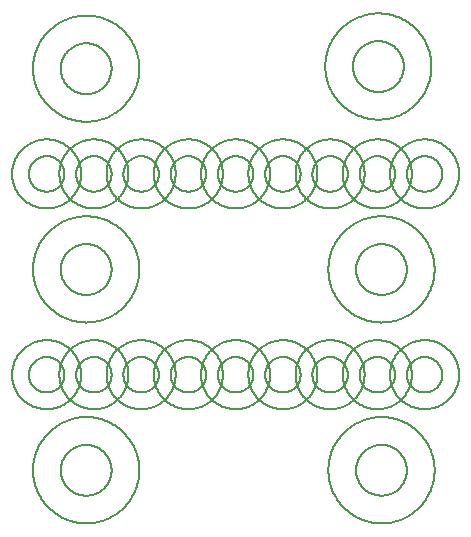
<source format=gto>
G75*
%MOIN*%
%OFA0B0*%
%FSLAX25Y25*%
%IPPOS*%
%LPD*%
%AMOC8*
5,1,8,0,0,1.08239X$1,22.5*
%
%ADD10C,0.00600*%
%ADD11C,0.00800*%
D10*
X0019724Y0032142D02*
X0019727Y0032350D01*
X0019734Y0032557D01*
X0019747Y0032765D01*
X0019765Y0032972D01*
X0019788Y0033178D01*
X0019816Y0033384D01*
X0019849Y0033589D01*
X0019887Y0033793D01*
X0019930Y0033997D01*
X0019978Y0034199D01*
X0020031Y0034400D01*
X0020089Y0034599D01*
X0020151Y0034797D01*
X0020219Y0034994D01*
X0020291Y0035189D01*
X0020368Y0035381D01*
X0020450Y0035572D01*
X0020537Y0035761D01*
X0020628Y0035948D01*
X0020724Y0036132D01*
X0020824Y0036314D01*
X0020928Y0036494D01*
X0021037Y0036671D01*
X0021151Y0036845D01*
X0021268Y0037016D01*
X0021390Y0037185D01*
X0021516Y0037350D01*
X0021645Y0037512D01*
X0021779Y0037671D01*
X0021917Y0037827D01*
X0022058Y0037979D01*
X0022203Y0038128D01*
X0022352Y0038273D01*
X0022504Y0038414D01*
X0022660Y0038552D01*
X0022819Y0038686D01*
X0022981Y0038815D01*
X0023146Y0038941D01*
X0023315Y0039063D01*
X0023486Y0039180D01*
X0023660Y0039294D01*
X0023837Y0039403D01*
X0024017Y0039507D01*
X0024199Y0039607D01*
X0024383Y0039703D01*
X0024570Y0039794D01*
X0024759Y0039881D01*
X0024950Y0039963D01*
X0025142Y0040040D01*
X0025337Y0040112D01*
X0025534Y0040180D01*
X0025732Y0040242D01*
X0025931Y0040300D01*
X0026132Y0040353D01*
X0026334Y0040401D01*
X0026538Y0040444D01*
X0026742Y0040482D01*
X0026947Y0040515D01*
X0027153Y0040543D01*
X0027359Y0040566D01*
X0027566Y0040584D01*
X0027774Y0040597D01*
X0027981Y0040604D01*
X0028189Y0040607D01*
X0028397Y0040604D01*
X0028604Y0040597D01*
X0028812Y0040584D01*
X0029019Y0040566D01*
X0029225Y0040543D01*
X0029431Y0040515D01*
X0029636Y0040482D01*
X0029840Y0040444D01*
X0030044Y0040401D01*
X0030246Y0040353D01*
X0030447Y0040300D01*
X0030646Y0040242D01*
X0030844Y0040180D01*
X0031041Y0040112D01*
X0031236Y0040040D01*
X0031428Y0039963D01*
X0031619Y0039881D01*
X0031808Y0039794D01*
X0031995Y0039703D01*
X0032179Y0039607D01*
X0032361Y0039507D01*
X0032541Y0039403D01*
X0032718Y0039294D01*
X0032892Y0039180D01*
X0033063Y0039063D01*
X0033232Y0038941D01*
X0033397Y0038815D01*
X0033559Y0038686D01*
X0033718Y0038552D01*
X0033874Y0038414D01*
X0034026Y0038273D01*
X0034175Y0038128D01*
X0034320Y0037979D01*
X0034461Y0037827D01*
X0034599Y0037671D01*
X0034733Y0037512D01*
X0034862Y0037350D01*
X0034988Y0037185D01*
X0035110Y0037016D01*
X0035227Y0036845D01*
X0035341Y0036671D01*
X0035450Y0036494D01*
X0035554Y0036314D01*
X0035654Y0036132D01*
X0035750Y0035948D01*
X0035841Y0035761D01*
X0035928Y0035572D01*
X0036010Y0035381D01*
X0036087Y0035189D01*
X0036159Y0034994D01*
X0036227Y0034797D01*
X0036289Y0034599D01*
X0036347Y0034400D01*
X0036400Y0034199D01*
X0036448Y0033997D01*
X0036491Y0033793D01*
X0036529Y0033589D01*
X0036562Y0033384D01*
X0036590Y0033178D01*
X0036613Y0032972D01*
X0036631Y0032765D01*
X0036644Y0032557D01*
X0036651Y0032350D01*
X0036654Y0032142D01*
X0036651Y0031934D01*
X0036644Y0031727D01*
X0036631Y0031519D01*
X0036613Y0031312D01*
X0036590Y0031106D01*
X0036562Y0030900D01*
X0036529Y0030695D01*
X0036491Y0030491D01*
X0036448Y0030287D01*
X0036400Y0030085D01*
X0036347Y0029884D01*
X0036289Y0029685D01*
X0036227Y0029487D01*
X0036159Y0029290D01*
X0036087Y0029095D01*
X0036010Y0028903D01*
X0035928Y0028712D01*
X0035841Y0028523D01*
X0035750Y0028336D01*
X0035654Y0028152D01*
X0035554Y0027970D01*
X0035450Y0027790D01*
X0035341Y0027613D01*
X0035227Y0027439D01*
X0035110Y0027268D01*
X0034988Y0027099D01*
X0034862Y0026934D01*
X0034733Y0026772D01*
X0034599Y0026613D01*
X0034461Y0026457D01*
X0034320Y0026305D01*
X0034175Y0026156D01*
X0034026Y0026011D01*
X0033874Y0025870D01*
X0033718Y0025732D01*
X0033559Y0025598D01*
X0033397Y0025469D01*
X0033232Y0025343D01*
X0033063Y0025221D01*
X0032892Y0025104D01*
X0032718Y0024990D01*
X0032541Y0024881D01*
X0032361Y0024777D01*
X0032179Y0024677D01*
X0031995Y0024581D01*
X0031808Y0024490D01*
X0031619Y0024403D01*
X0031428Y0024321D01*
X0031236Y0024244D01*
X0031041Y0024172D01*
X0030844Y0024104D01*
X0030646Y0024042D01*
X0030447Y0023984D01*
X0030246Y0023931D01*
X0030044Y0023883D01*
X0029840Y0023840D01*
X0029636Y0023802D01*
X0029431Y0023769D01*
X0029225Y0023741D01*
X0029019Y0023718D01*
X0028812Y0023700D01*
X0028604Y0023687D01*
X0028397Y0023680D01*
X0028189Y0023677D01*
X0027981Y0023680D01*
X0027774Y0023687D01*
X0027566Y0023700D01*
X0027359Y0023718D01*
X0027153Y0023741D01*
X0026947Y0023769D01*
X0026742Y0023802D01*
X0026538Y0023840D01*
X0026334Y0023883D01*
X0026132Y0023931D01*
X0025931Y0023984D01*
X0025732Y0024042D01*
X0025534Y0024104D01*
X0025337Y0024172D01*
X0025142Y0024244D01*
X0024950Y0024321D01*
X0024759Y0024403D01*
X0024570Y0024490D01*
X0024383Y0024581D01*
X0024199Y0024677D01*
X0024017Y0024777D01*
X0023837Y0024881D01*
X0023660Y0024990D01*
X0023486Y0025104D01*
X0023315Y0025221D01*
X0023146Y0025343D01*
X0022981Y0025469D01*
X0022819Y0025598D01*
X0022660Y0025732D01*
X0022504Y0025870D01*
X0022352Y0026011D01*
X0022203Y0026156D01*
X0022058Y0026305D01*
X0021917Y0026457D01*
X0021779Y0026613D01*
X0021645Y0026772D01*
X0021516Y0026934D01*
X0021390Y0027099D01*
X0021268Y0027268D01*
X0021151Y0027439D01*
X0021037Y0027613D01*
X0020928Y0027790D01*
X0020824Y0027970D01*
X0020724Y0028152D01*
X0020628Y0028336D01*
X0020537Y0028523D01*
X0020450Y0028712D01*
X0020368Y0028903D01*
X0020291Y0029095D01*
X0020219Y0029290D01*
X0020151Y0029487D01*
X0020089Y0029685D01*
X0020031Y0029884D01*
X0019978Y0030085D01*
X0019930Y0030287D01*
X0019887Y0030491D01*
X0019849Y0030695D01*
X0019816Y0030900D01*
X0019788Y0031106D01*
X0019765Y0031312D01*
X0019747Y0031519D01*
X0019734Y0031727D01*
X0019727Y0031934D01*
X0019724Y0032142D01*
X0010489Y0032142D02*
X0010494Y0032576D01*
X0010510Y0033010D01*
X0010537Y0033444D01*
X0010574Y0033877D01*
X0010622Y0034309D01*
X0010681Y0034739D01*
X0010750Y0035168D01*
X0010829Y0035595D01*
X0010919Y0036020D01*
X0011019Y0036443D01*
X0011130Y0036863D01*
X0011251Y0037280D01*
X0011382Y0037694D01*
X0011524Y0038105D01*
X0011675Y0038512D01*
X0011836Y0038915D01*
X0012007Y0039315D01*
X0012188Y0039710D01*
X0012379Y0040100D01*
X0012579Y0040486D01*
X0012788Y0040866D01*
X0013007Y0041242D01*
X0013235Y0041611D01*
X0013472Y0041976D01*
X0013718Y0042334D01*
X0013972Y0042686D01*
X0014235Y0043032D01*
X0014507Y0043371D01*
X0014786Y0043703D01*
X0015074Y0044029D01*
X0015370Y0044347D01*
X0015673Y0044658D01*
X0015984Y0044961D01*
X0016302Y0045257D01*
X0016628Y0045545D01*
X0016960Y0045824D01*
X0017299Y0046096D01*
X0017645Y0046359D01*
X0017997Y0046613D01*
X0018355Y0046859D01*
X0018720Y0047096D01*
X0019089Y0047324D01*
X0019465Y0047543D01*
X0019845Y0047752D01*
X0020231Y0047952D01*
X0020621Y0048143D01*
X0021016Y0048324D01*
X0021416Y0048495D01*
X0021819Y0048656D01*
X0022226Y0048807D01*
X0022637Y0048949D01*
X0023051Y0049080D01*
X0023468Y0049201D01*
X0023888Y0049312D01*
X0024311Y0049412D01*
X0024736Y0049502D01*
X0025163Y0049581D01*
X0025592Y0049650D01*
X0026022Y0049709D01*
X0026454Y0049757D01*
X0026887Y0049794D01*
X0027321Y0049821D01*
X0027755Y0049837D01*
X0028189Y0049842D01*
X0028623Y0049837D01*
X0029057Y0049821D01*
X0029491Y0049794D01*
X0029924Y0049757D01*
X0030356Y0049709D01*
X0030786Y0049650D01*
X0031215Y0049581D01*
X0031642Y0049502D01*
X0032067Y0049412D01*
X0032490Y0049312D01*
X0032910Y0049201D01*
X0033327Y0049080D01*
X0033741Y0048949D01*
X0034152Y0048807D01*
X0034559Y0048656D01*
X0034962Y0048495D01*
X0035362Y0048324D01*
X0035757Y0048143D01*
X0036147Y0047952D01*
X0036533Y0047752D01*
X0036913Y0047543D01*
X0037289Y0047324D01*
X0037658Y0047096D01*
X0038023Y0046859D01*
X0038381Y0046613D01*
X0038733Y0046359D01*
X0039079Y0046096D01*
X0039418Y0045824D01*
X0039750Y0045545D01*
X0040076Y0045257D01*
X0040394Y0044961D01*
X0040705Y0044658D01*
X0041008Y0044347D01*
X0041304Y0044029D01*
X0041592Y0043703D01*
X0041871Y0043371D01*
X0042143Y0043032D01*
X0042406Y0042686D01*
X0042660Y0042334D01*
X0042906Y0041976D01*
X0043143Y0041611D01*
X0043371Y0041242D01*
X0043590Y0040866D01*
X0043799Y0040486D01*
X0043999Y0040100D01*
X0044190Y0039710D01*
X0044371Y0039315D01*
X0044542Y0038915D01*
X0044703Y0038512D01*
X0044854Y0038105D01*
X0044996Y0037694D01*
X0045127Y0037280D01*
X0045248Y0036863D01*
X0045359Y0036443D01*
X0045459Y0036020D01*
X0045549Y0035595D01*
X0045628Y0035168D01*
X0045697Y0034739D01*
X0045756Y0034309D01*
X0045804Y0033877D01*
X0045841Y0033444D01*
X0045868Y0033010D01*
X0045884Y0032576D01*
X0045889Y0032142D01*
X0045884Y0031708D01*
X0045868Y0031274D01*
X0045841Y0030840D01*
X0045804Y0030407D01*
X0045756Y0029975D01*
X0045697Y0029545D01*
X0045628Y0029116D01*
X0045549Y0028689D01*
X0045459Y0028264D01*
X0045359Y0027841D01*
X0045248Y0027421D01*
X0045127Y0027004D01*
X0044996Y0026590D01*
X0044854Y0026179D01*
X0044703Y0025772D01*
X0044542Y0025369D01*
X0044371Y0024969D01*
X0044190Y0024574D01*
X0043999Y0024184D01*
X0043799Y0023798D01*
X0043590Y0023418D01*
X0043371Y0023042D01*
X0043143Y0022673D01*
X0042906Y0022308D01*
X0042660Y0021950D01*
X0042406Y0021598D01*
X0042143Y0021252D01*
X0041871Y0020913D01*
X0041592Y0020581D01*
X0041304Y0020255D01*
X0041008Y0019937D01*
X0040705Y0019626D01*
X0040394Y0019323D01*
X0040076Y0019027D01*
X0039750Y0018739D01*
X0039418Y0018460D01*
X0039079Y0018188D01*
X0038733Y0017925D01*
X0038381Y0017671D01*
X0038023Y0017425D01*
X0037658Y0017188D01*
X0037289Y0016960D01*
X0036913Y0016741D01*
X0036533Y0016532D01*
X0036147Y0016332D01*
X0035757Y0016141D01*
X0035362Y0015960D01*
X0034962Y0015789D01*
X0034559Y0015628D01*
X0034152Y0015477D01*
X0033741Y0015335D01*
X0033327Y0015204D01*
X0032910Y0015083D01*
X0032490Y0014972D01*
X0032067Y0014872D01*
X0031642Y0014782D01*
X0031215Y0014703D01*
X0030786Y0014634D01*
X0030356Y0014575D01*
X0029924Y0014527D01*
X0029491Y0014490D01*
X0029057Y0014463D01*
X0028623Y0014447D01*
X0028189Y0014442D01*
X0027755Y0014447D01*
X0027321Y0014463D01*
X0026887Y0014490D01*
X0026454Y0014527D01*
X0026022Y0014575D01*
X0025592Y0014634D01*
X0025163Y0014703D01*
X0024736Y0014782D01*
X0024311Y0014872D01*
X0023888Y0014972D01*
X0023468Y0015083D01*
X0023051Y0015204D01*
X0022637Y0015335D01*
X0022226Y0015477D01*
X0021819Y0015628D01*
X0021416Y0015789D01*
X0021016Y0015960D01*
X0020621Y0016141D01*
X0020231Y0016332D01*
X0019845Y0016532D01*
X0019465Y0016741D01*
X0019089Y0016960D01*
X0018720Y0017188D01*
X0018355Y0017425D01*
X0017997Y0017671D01*
X0017645Y0017925D01*
X0017299Y0018188D01*
X0016960Y0018460D01*
X0016628Y0018739D01*
X0016302Y0019027D01*
X0015984Y0019323D01*
X0015673Y0019626D01*
X0015370Y0019937D01*
X0015074Y0020255D01*
X0014786Y0020581D01*
X0014507Y0020913D01*
X0014235Y0021252D01*
X0013972Y0021598D01*
X0013718Y0021950D01*
X0013472Y0022308D01*
X0013235Y0022673D01*
X0013007Y0023042D01*
X0012788Y0023418D01*
X0012579Y0023798D01*
X0012379Y0024184D01*
X0012188Y0024574D01*
X0012007Y0024969D01*
X0011836Y0025369D01*
X0011675Y0025772D01*
X0011524Y0026179D01*
X0011382Y0026590D01*
X0011251Y0027004D01*
X0011130Y0027421D01*
X0011019Y0027841D01*
X0010919Y0028264D01*
X0010829Y0028689D01*
X0010750Y0029116D01*
X0010681Y0029545D01*
X0010622Y0029975D01*
X0010574Y0030407D01*
X0010537Y0030840D01*
X0010510Y0031274D01*
X0010494Y0031708D01*
X0010489Y0032142D01*
X0003500Y0063992D02*
X0003503Y0064274D01*
X0003514Y0064556D01*
X0003531Y0064838D01*
X0003555Y0065119D01*
X0003586Y0065400D01*
X0003624Y0065679D01*
X0003669Y0065958D01*
X0003721Y0066236D01*
X0003779Y0066512D01*
X0003845Y0066786D01*
X0003917Y0067059D01*
X0003995Y0067330D01*
X0004080Y0067599D01*
X0004172Y0067866D01*
X0004271Y0068131D01*
X0004375Y0068393D01*
X0004487Y0068652D01*
X0004604Y0068909D01*
X0004728Y0069163D01*
X0004858Y0069413D01*
X0004994Y0069660D01*
X0005136Y0069904D01*
X0005284Y0070144D01*
X0005438Y0070381D01*
X0005598Y0070614D01*
X0005763Y0070843D01*
X0005934Y0071067D01*
X0006110Y0071288D01*
X0006292Y0071503D01*
X0006479Y0071715D01*
X0006671Y0071922D01*
X0006868Y0072124D01*
X0007070Y0072321D01*
X0007277Y0072513D01*
X0007489Y0072700D01*
X0007704Y0072882D01*
X0007925Y0073058D01*
X0008149Y0073229D01*
X0008378Y0073394D01*
X0008611Y0073554D01*
X0008848Y0073708D01*
X0009088Y0073856D01*
X0009332Y0073998D01*
X0009579Y0074134D01*
X0009829Y0074264D01*
X0010083Y0074388D01*
X0010340Y0074505D01*
X0010599Y0074617D01*
X0010861Y0074721D01*
X0011126Y0074820D01*
X0011393Y0074912D01*
X0011662Y0074997D01*
X0011933Y0075075D01*
X0012206Y0075147D01*
X0012480Y0075213D01*
X0012756Y0075271D01*
X0013034Y0075323D01*
X0013313Y0075368D01*
X0013592Y0075406D01*
X0013873Y0075437D01*
X0014154Y0075461D01*
X0014436Y0075478D01*
X0014718Y0075489D01*
X0015000Y0075492D01*
X0015282Y0075489D01*
X0015564Y0075478D01*
X0015846Y0075461D01*
X0016127Y0075437D01*
X0016408Y0075406D01*
X0016687Y0075368D01*
X0016966Y0075323D01*
X0017244Y0075271D01*
X0017520Y0075213D01*
X0017794Y0075147D01*
X0018067Y0075075D01*
X0018338Y0074997D01*
X0018607Y0074912D01*
X0018874Y0074820D01*
X0019139Y0074721D01*
X0019401Y0074617D01*
X0019660Y0074505D01*
X0019917Y0074388D01*
X0020171Y0074264D01*
X0020421Y0074134D01*
X0020668Y0073998D01*
X0020912Y0073856D01*
X0021152Y0073708D01*
X0021389Y0073554D01*
X0021622Y0073394D01*
X0021851Y0073229D01*
X0022075Y0073058D01*
X0022296Y0072882D01*
X0022511Y0072700D01*
X0022723Y0072513D01*
X0022930Y0072321D01*
X0023132Y0072124D01*
X0023329Y0071922D01*
X0023521Y0071715D01*
X0023708Y0071503D01*
X0023890Y0071288D01*
X0024066Y0071067D01*
X0024237Y0070843D01*
X0024402Y0070614D01*
X0024562Y0070381D01*
X0024716Y0070144D01*
X0024864Y0069904D01*
X0025006Y0069660D01*
X0025142Y0069413D01*
X0025272Y0069163D01*
X0025396Y0068909D01*
X0025513Y0068652D01*
X0025625Y0068393D01*
X0025729Y0068131D01*
X0025828Y0067866D01*
X0025920Y0067599D01*
X0026005Y0067330D01*
X0026083Y0067059D01*
X0026155Y0066786D01*
X0026221Y0066512D01*
X0026279Y0066236D01*
X0026331Y0065958D01*
X0026376Y0065679D01*
X0026414Y0065400D01*
X0026445Y0065119D01*
X0026469Y0064838D01*
X0026486Y0064556D01*
X0026497Y0064274D01*
X0026500Y0063992D01*
X0026497Y0063710D01*
X0026486Y0063428D01*
X0026469Y0063146D01*
X0026445Y0062865D01*
X0026414Y0062584D01*
X0026376Y0062305D01*
X0026331Y0062026D01*
X0026279Y0061748D01*
X0026221Y0061472D01*
X0026155Y0061198D01*
X0026083Y0060925D01*
X0026005Y0060654D01*
X0025920Y0060385D01*
X0025828Y0060118D01*
X0025729Y0059853D01*
X0025625Y0059591D01*
X0025513Y0059332D01*
X0025396Y0059075D01*
X0025272Y0058821D01*
X0025142Y0058571D01*
X0025006Y0058324D01*
X0024864Y0058080D01*
X0024716Y0057840D01*
X0024562Y0057603D01*
X0024402Y0057370D01*
X0024237Y0057141D01*
X0024066Y0056917D01*
X0023890Y0056696D01*
X0023708Y0056481D01*
X0023521Y0056269D01*
X0023329Y0056062D01*
X0023132Y0055860D01*
X0022930Y0055663D01*
X0022723Y0055471D01*
X0022511Y0055284D01*
X0022296Y0055102D01*
X0022075Y0054926D01*
X0021851Y0054755D01*
X0021622Y0054590D01*
X0021389Y0054430D01*
X0021152Y0054276D01*
X0020912Y0054128D01*
X0020668Y0053986D01*
X0020421Y0053850D01*
X0020171Y0053720D01*
X0019917Y0053596D01*
X0019660Y0053479D01*
X0019401Y0053367D01*
X0019139Y0053263D01*
X0018874Y0053164D01*
X0018607Y0053072D01*
X0018338Y0052987D01*
X0018067Y0052909D01*
X0017794Y0052837D01*
X0017520Y0052771D01*
X0017244Y0052713D01*
X0016966Y0052661D01*
X0016687Y0052616D01*
X0016408Y0052578D01*
X0016127Y0052547D01*
X0015846Y0052523D01*
X0015564Y0052506D01*
X0015282Y0052495D01*
X0015000Y0052492D01*
X0014718Y0052495D01*
X0014436Y0052506D01*
X0014154Y0052523D01*
X0013873Y0052547D01*
X0013592Y0052578D01*
X0013313Y0052616D01*
X0013034Y0052661D01*
X0012756Y0052713D01*
X0012480Y0052771D01*
X0012206Y0052837D01*
X0011933Y0052909D01*
X0011662Y0052987D01*
X0011393Y0053072D01*
X0011126Y0053164D01*
X0010861Y0053263D01*
X0010599Y0053367D01*
X0010340Y0053479D01*
X0010083Y0053596D01*
X0009829Y0053720D01*
X0009579Y0053850D01*
X0009332Y0053986D01*
X0009088Y0054128D01*
X0008848Y0054276D01*
X0008611Y0054430D01*
X0008378Y0054590D01*
X0008149Y0054755D01*
X0007925Y0054926D01*
X0007704Y0055102D01*
X0007489Y0055284D01*
X0007277Y0055471D01*
X0007070Y0055663D01*
X0006868Y0055860D01*
X0006671Y0056062D01*
X0006479Y0056269D01*
X0006292Y0056481D01*
X0006110Y0056696D01*
X0005934Y0056917D01*
X0005763Y0057141D01*
X0005598Y0057370D01*
X0005438Y0057603D01*
X0005284Y0057840D01*
X0005136Y0058080D01*
X0004994Y0058324D01*
X0004858Y0058571D01*
X0004728Y0058821D01*
X0004604Y0059075D01*
X0004487Y0059332D01*
X0004375Y0059591D01*
X0004271Y0059853D01*
X0004172Y0060118D01*
X0004080Y0060385D01*
X0003995Y0060654D01*
X0003917Y0060925D01*
X0003845Y0061198D01*
X0003779Y0061472D01*
X0003721Y0061748D01*
X0003669Y0062026D01*
X0003624Y0062305D01*
X0003586Y0062584D01*
X0003555Y0062865D01*
X0003531Y0063146D01*
X0003514Y0063428D01*
X0003503Y0063710D01*
X0003500Y0063992D01*
X0019248Y0063992D02*
X0019251Y0064274D01*
X0019262Y0064556D01*
X0019279Y0064838D01*
X0019303Y0065119D01*
X0019334Y0065400D01*
X0019372Y0065679D01*
X0019417Y0065958D01*
X0019469Y0066236D01*
X0019527Y0066512D01*
X0019593Y0066786D01*
X0019665Y0067059D01*
X0019743Y0067330D01*
X0019828Y0067599D01*
X0019920Y0067866D01*
X0020019Y0068131D01*
X0020123Y0068393D01*
X0020235Y0068652D01*
X0020352Y0068909D01*
X0020476Y0069163D01*
X0020606Y0069413D01*
X0020742Y0069660D01*
X0020884Y0069904D01*
X0021032Y0070144D01*
X0021186Y0070381D01*
X0021346Y0070614D01*
X0021511Y0070843D01*
X0021682Y0071067D01*
X0021858Y0071288D01*
X0022040Y0071503D01*
X0022227Y0071715D01*
X0022419Y0071922D01*
X0022616Y0072124D01*
X0022818Y0072321D01*
X0023025Y0072513D01*
X0023237Y0072700D01*
X0023452Y0072882D01*
X0023673Y0073058D01*
X0023897Y0073229D01*
X0024126Y0073394D01*
X0024359Y0073554D01*
X0024596Y0073708D01*
X0024836Y0073856D01*
X0025080Y0073998D01*
X0025327Y0074134D01*
X0025577Y0074264D01*
X0025831Y0074388D01*
X0026088Y0074505D01*
X0026347Y0074617D01*
X0026609Y0074721D01*
X0026874Y0074820D01*
X0027141Y0074912D01*
X0027410Y0074997D01*
X0027681Y0075075D01*
X0027954Y0075147D01*
X0028228Y0075213D01*
X0028504Y0075271D01*
X0028782Y0075323D01*
X0029061Y0075368D01*
X0029340Y0075406D01*
X0029621Y0075437D01*
X0029902Y0075461D01*
X0030184Y0075478D01*
X0030466Y0075489D01*
X0030748Y0075492D01*
X0031030Y0075489D01*
X0031312Y0075478D01*
X0031594Y0075461D01*
X0031875Y0075437D01*
X0032156Y0075406D01*
X0032435Y0075368D01*
X0032714Y0075323D01*
X0032992Y0075271D01*
X0033268Y0075213D01*
X0033542Y0075147D01*
X0033815Y0075075D01*
X0034086Y0074997D01*
X0034355Y0074912D01*
X0034622Y0074820D01*
X0034887Y0074721D01*
X0035149Y0074617D01*
X0035408Y0074505D01*
X0035665Y0074388D01*
X0035919Y0074264D01*
X0036169Y0074134D01*
X0036416Y0073998D01*
X0036660Y0073856D01*
X0036900Y0073708D01*
X0037137Y0073554D01*
X0037370Y0073394D01*
X0037599Y0073229D01*
X0037823Y0073058D01*
X0038044Y0072882D01*
X0038259Y0072700D01*
X0038471Y0072513D01*
X0038678Y0072321D01*
X0038880Y0072124D01*
X0039077Y0071922D01*
X0039269Y0071715D01*
X0039456Y0071503D01*
X0039638Y0071288D01*
X0039814Y0071067D01*
X0039985Y0070843D01*
X0040150Y0070614D01*
X0040310Y0070381D01*
X0040464Y0070144D01*
X0040612Y0069904D01*
X0040754Y0069660D01*
X0040890Y0069413D01*
X0041020Y0069163D01*
X0041144Y0068909D01*
X0041261Y0068652D01*
X0041373Y0068393D01*
X0041477Y0068131D01*
X0041576Y0067866D01*
X0041668Y0067599D01*
X0041753Y0067330D01*
X0041831Y0067059D01*
X0041903Y0066786D01*
X0041969Y0066512D01*
X0042027Y0066236D01*
X0042079Y0065958D01*
X0042124Y0065679D01*
X0042162Y0065400D01*
X0042193Y0065119D01*
X0042217Y0064838D01*
X0042234Y0064556D01*
X0042245Y0064274D01*
X0042248Y0063992D01*
X0042245Y0063710D01*
X0042234Y0063428D01*
X0042217Y0063146D01*
X0042193Y0062865D01*
X0042162Y0062584D01*
X0042124Y0062305D01*
X0042079Y0062026D01*
X0042027Y0061748D01*
X0041969Y0061472D01*
X0041903Y0061198D01*
X0041831Y0060925D01*
X0041753Y0060654D01*
X0041668Y0060385D01*
X0041576Y0060118D01*
X0041477Y0059853D01*
X0041373Y0059591D01*
X0041261Y0059332D01*
X0041144Y0059075D01*
X0041020Y0058821D01*
X0040890Y0058571D01*
X0040754Y0058324D01*
X0040612Y0058080D01*
X0040464Y0057840D01*
X0040310Y0057603D01*
X0040150Y0057370D01*
X0039985Y0057141D01*
X0039814Y0056917D01*
X0039638Y0056696D01*
X0039456Y0056481D01*
X0039269Y0056269D01*
X0039077Y0056062D01*
X0038880Y0055860D01*
X0038678Y0055663D01*
X0038471Y0055471D01*
X0038259Y0055284D01*
X0038044Y0055102D01*
X0037823Y0054926D01*
X0037599Y0054755D01*
X0037370Y0054590D01*
X0037137Y0054430D01*
X0036900Y0054276D01*
X0036660Y0054128D01*
X0036416Y0053986D01*
X0036169Y0053850D01*
X0035919Y0053720D01*
X0035665Y0053596D01*
X0035408Y0053479D01*
X0035149Y0053367D01*
X0034887Y0053263D01*
X0034622Y0053164D01*
X0034355Y0053072D01*
X0034086Y0052987D01*
X0033815Y0052909D01*
X0033542Y0052837D01*
X0033268Y0052771D01*
X0032992Y0052713D01*
X0032714Y0052661D01*
X0032435Y0052616D01*
X0032156Y0052578D01*
X0031875Y0052547D01*
X0031594Y0052523D01*
X0031312Y0052506D01*
X0031030Y0052495D01*
X0030748Y0052492D01*
X0030466Y0052495D01*
X0030184Y0052506D01*
X0029902Y0052523D01*
X0029621Y0052547D01*
X0029340Y0052578D01*
X0029061Y0052616D01*
X0028782Y0052661D01*
X0028504Y0052713D01*
X0028228Y0052771D01*
X0027954Y0052837D01*
X0027681Y0052909D01*
X0027410Y0052987D01*
X0027141Y0053072D01*
X0026874Y0053164D01*
X0026609Y0053263D01*
X0026347Y0053367D01*
X0026088Y0053479D01*
X0025831Y0053596D01*
X0025577Y0053720D01*
X0025327Y0053850D01*
X0025080Y0053986D01*
X0024836Y0054128D01*
X0024596Y0054276D01*
X0024359Y0054430D01*
X0024126Y0054590D01*
X0023897Y0054755D01*
X0023673Y0054926D01*
X0023452Y0055102D01*
X0023237Y0055284D01*
X0023025Y0055471D01*
X0022818Y0055663D01*
X0022616Y0055860D01*
X0022419Y0056062D01*
X0022227Y0056269D01*
X0022040Y0056481D01*
X0021858Y0056696D01*
X0021682Y0056917D01*
X0021511Y0057141D01*
X0021346Y0057370D01*
X0021186Y0057603D01*
X0021032Y0057840D01*
X0020884Y0058080D01*
X0020742Y0058324D01*
X0020606Y0058571D01*
X0020476Y0058821D01*
X0020352Y0059075D01*
X0020235Y0059332D01*
X0020123Y0059591D01*
X0020019Y0059853D01*
X0019920Y0060118D01*
X0019828Y0060385D01*
X0019743Y0060654D01*
X0019665Y0060925D01*
X0019593Y0061198D01*
X0019527Y0061472D01*
X0019469Y0061748D01*
X0019417Y0062026D01*
X0019372Y0062305D01*
X0019334Y0062584D01*
X0019303Y0062865D01*
X0019279Y0063146D01*
X0019262Y0063428D01*
X0019251Y0063710D01*
X0019248Y0063992D01*
X0034996Y0063992D02*
X0034999Y0064274D01*
X0035010Y0064556D01*
X0035027Y0064838D01*
X0035051Y0065119D01*
X0035082Y0065400D01*
X0035120Y0065679D01*
X0035165Y0065958D01*
X0035217Y0066236D01*
X0035275Y0066512D01*
X0035341Y0066786D01*
X0035413Y0067059D01*
X0035491Y0067330D01*
X0035576Y0067599D01*
X0035668Y0067866D01*
X0035767Y0068131D01*
X0035871Y0068393D01*
X0035983Y0068652D01*
X0036100Y0068909D01*
X0036224Y0069163D01*
X0036354Y0069413D01*
X0036490Y0069660D01*
X0036632Y0069904D01*
X0036780Y0070144D01*
X0036934Y0070381D01*
X0037094Y0070614D01*
X0037259Y0070843D01*
X0037430Y0071067D01*
X0037606Y0071288D01*
X0037788Y0071503D01*
X0037975Y0071715D01*
X0038167Y0071922D01*
X0038364Y0072124D01*
X0038566Y0072321D01*
X0038773Y0072513D01*
X0038985Y0072700D01*
X0039200Y0072882D01*
X0039421Y0073058D01*
X0039645Y0073229D01*
X0039874Y0073394D01*
X0040107Y0073554D01*
X0040344Y0073708D01*
X0040584Y0073856D01*
X0040828Y0073998D01*
X0041075Y0074134D01*
X0041325Y0074264D01*
X0041579Y0074388D01*
X0041836Y0074505D01*
X0042095Y0074617D01*
X0042357Y0074721D01*
X0042622Y0074820D01*
X0042889Y0074912D01*
X0043158Y0074997D01*
X0043429Y0075075D01*
X0043702Y0075147D01*
X0043976Y0075213D01*
X0044252Y0075271D01*
X0044530Y0075323D01*
X0044809Y0075368D01*
X0045088Y0075406D01*
X0045369Y0075437D01*
X0045650Y0075461D01*
X0045932Y0075478D01*
X0046214Y0075489D01*
X0046496Y0075492D01*
X0046778Y0075489D01*
X0047060Y0075478D01*
X0047342Y0075461D01*
X0047623Y0075437D01*
X0047904Y0075406D01*
X0048183Y0075368D01*
X0048462Y0075323D01*
X0048740Y0075271D01*
X0049016Y0075213D01*
X0049290Y0075147D01*
X0049563Y0075075D01*
X0049834Y0074997D01*
X0050103Y0074912D01*
X0050370Y0074820D01*
X0050635Y0074721D01*
X0050897Y0074617D01*
X0051156Y0074505D01*
X0051413Y0074388D01*
X0051667Y0074264D01*
X0051917Y0074134D01*
X0052164Y0073998D01*
X0052408Y0073856D01*
X0052648Y0073708D01*
X0052885Y0073554D01*
X0053118Y0073394D01*
X0053347Y0073229D01*
X0053571Y0073058D01*
X0053792Y0072882D01*
X0054007Y0072700D01*
X0054219Y0072513D01*
X0054426Y0072321D01*
X0054628Y0072124D01*
X0054825Y0071922D01*
X0055017Y0071715D01*
X0055204Y0071503D01*
X0055386Y0071288D01*
X0055562Y0071067D01*
X0055733Y0070843D01*
X0055898Y0070614D01*
X0056058Y0070381D01*
X0056212Y0070144D01*
X0056360Y0069904D01*
X0056502Y0069660D01*
X0056638Y0069413D01*
X0056768Y0069163D01*
X0056892Y0068909D01*
X0057009Y0068652D01*
X0057121Y0068393D01*
X0057225Y0068131D01*
X0057324Y0067866D01*
X0057416Y0067599D01*
X0057501Y0067330D01*
X0057579Y0067059D01*
X0057651Y0066786D01*
X0057717Y0066512D01*
X0057775Y0066236D01*
X0057827Y0065958D01*
X0057872Y0065679D01*
X0057910Y0065400D01*
X0057941Y0065119D01*
X0057965Y0064838D01*
X0057982Y0064556D01*
X0057993Y0064274D01*
X0057996Y0063992D01*
X0057993Y0063710D01*
X0057982Y0063428D01*
X0057965Y0063146D01*
X0057941Y0062865D01*
X0057910Y0062584D01*
X0057872Y0062305D01*
X0057827Y0062026D01*
X0057775Y0061748D01*
X0057717Y0061472D01*
X0057651Y0061198D01*
X0057579Y0060925D01*
X0057501Y0060654D01*
X0057416Y0060385D01*
X0057324Y0060118D01*
X0057225Y0059853D01*
X0057121Y0059591D01*
X0057009Y0059332D01*
X0056892Y0059075D01*
X0056768Y0058821D01*
X0056638Y0058571D01*
X0056502Y0058324D01*
X0056360Y0058080D01*
X0056212Y0057840D01*
X0056058Y0057603D01*
X0055898Y0057370D01*
X0055733Y0057141D01*
X0055562Y0056917D01*
X0055386Y0056696D01*
X0055204Y0056481D01*
X0055017Y0056269D01*
X0054825Y0056062D01*
X0054628Y0055860D01*
X0054426Y0055663D01*
X0054219Y0055471D01*
X0054007Y0055284D01*
X0053792Y0055102D01*
X0053571Y0054926D01*
X0053347Y0054755D01*
X0053118Y0054590D01*
X0052885Y0054430D01*
X0052648Y0054276D01*
X0052408Y0054128D01*
X0052164Y0053986D01*
X0051917Y0053850D01*
X0051667Y0053720D01*
X0051413Y0053596D01*
X0051156Y0053479D01*
X0050897Y0053367D01*
X0050635Y0053263D01*
X0050370Y0053164D01*
X0050103Y0053072D01*
X0049834Y0052987D01*
X0049563Y0052909D01*
X0049290Y0052837D01*
X0049016Y0052771D01*
X0048740Y0052713D01*
X0048462Y0052661D01*
X0048183Y0052616D01*
X0047904Y0052578D01*
X0047623Y0052547D01*
X0047342Y0052523D01*
X0047060Y0052506D01*
X0046778Y0052495D01*
X0046496Y0052492D01*
X0046214Y0052495D01*
X0045932Y0052506D01*
X0045650Y0052523D01*
X0045369Y0052547D01*
X0045088Y0052578D01*
X0044809Y0052616D01*
X0044530Y0052661D01*
X0044252Y0052713D01*
X0043976Y0052771D01*
X0043702Y0052837D01*
X0043429Y0052909D01*
X0043158Y0052987D01*
X0042889Y0053072D01*
X0042622Y0053164D01*
X0042357Y0053263D01*
X0042095Y0053367D01*
X0041836Y0053479D01*
X0041579Y0053596D01*
X0041325Y0053720D01*
X0041075Y0053850D01*
X0040828Y0053986D01*
X0040584Y0054128D01*
X0040344Y0054276D01*
X0040107Y0054430D01*
X0039874Y0054590D01*
X0039645Y0054755D01*
X0039421Y0054926D01*
X0039200Y0055102D01*
X0038985Y0055284D01*
X0038773Y0055471D01*
X0038566Y0055663D01*
X0038364Y0055860D01*
X0038167Y0056062D01*
X0037975Y0056269D01*
X0037788Y0056481D01*
X0037606Y0056696D01*
X0037430Y0056917D01*
X0037259Y0057141D01*
X0037094Y0057370D01*
X0036934Y0057603D01*
X0036780Y0057840D01*
X0036632Y0058080D01*
X0036490Y0058324D01*
X0036354Y0058571D01*
X0036224Y0058821D01*
X0036100Y0059075D01*
X0035983Y0059332D01*
X0035871Y0059591D01*
X0035767Y0059853D01*
X0035668Y0060118D01*
X0035576Y0060385D01*
X0035491Y0060654D01*
X0035413Y0060925D01*
X0035341Y0061198D01*
X0035275Y0061472D01*
X0035217Y0061748D01*
X0035165Y0062026D01*
X0035120Y0062305D01*
X0035082Y0062584D01*
X0035051Y0062865D01*
X0035027Y0063146D01*
X0035010Y0063428D01*
X0034999Y0063710D01*
X0034996Y0063992D01*
X0050744Y0063992D02*
X0050747Y0064274D01*
X0050758Y0064556D01*
X0050775Y0064838D01*
X0050799Y0065119D01*
X0050830Y0065400D01*
X0050868Y0065679D01*
X0050913Y0065958D01*
X0050965Y0066236D01*
X0051023Y0066512D01*
X0051089Y0066786D01*
X0051161Y0067059D01*
X0051239Y0067330D01*
X0051324Y0067599D01*
X0051416Y0067866D01*
X0051515Y0068131D01*
X0051619Y0068393D01*
X0051731Y0068652D01*
X0051848Y0068909D01*
X0051972Y0069163D01*
X0052102Y0069413D01*
X0052238Y0069660D01*
X0052380Y0069904D01*
X0052528Y0070144D01*
X0052682Y0070381D01*
X0052842Y0070614D01*
X0053007Y0070843D01*
X0053178Y0071067D01*
X0053354Y0071288D01*
X0053536Y0071503D01*
X0053723Y0071715D01*
X0053915Y0071922D01*
X0054112Y0072124D01*
X0054314Y0072321D01*
X0054521Y0072513D01*
X0054733Y0072700D01*
X0054948Y0072882D01*
X0055169Y0073058D01*
X0055393Y0073229D01*
X0055622Y0073394D01*
X0055855Y0073554D01*
X0056092Y0073708D01*
X0056332Y0073856D01*
X0056576Y0073998D01*
X0056823Y0074134D01*
X0057073Y0074264D01*
X0057327Y0074388D01*
X0057584Y0074505D01*
X0057843Y0074617D01*
X0058105Y0074721D01*
X0058370Y0074820D01*
X0058637Y0074912D01*
X0058906Y0074997D01*
X0059177Y0075075D01*
X0059450Y0075147D01*
X0059724Y0075213D01*
X0060000Y0075271D01*
X0060278Y0075323D01*
X0060557Y0075368D01*
X0060836Y0075406D01*
X0061117Y0075437D01*
X0061398Y0075461D01*
X0061680Y0075478D01*
X0061962Y0075489D01*
X0062244Y0075492D01*
X0062526Y0075489D01*
X0062808Y0075478D01*
X0063090Y0075461D01*
X0063371Y0075437D01*
X0063652Y0075406D01*
X0063931Y0075368D01*
X0064210Y0075323D01*
X0064488Y0075271D01*
X0064764Y0075213D01*
X0065038Y0075147D01*
X0065311Y0075075D01*
X0065582Y0074997D01*
X0065851Y0074912D01*
X0066118Y0074820D01*
X0066383Y0074721D01*
X0066645Y0074617D01*
X0066904Y0074505D01*
X0067161Y0074388D01*
X0067415Y0074264D01*
X0067665Y0074134D01*
X0067912Y0073998D01*
X0068156Y0073856D01*
X0068396Y0073708D01*
X0068633Y0073554D01*
X0068866Y0073394D01*
X0069095Y0073229D01*
X0069319Y0073058D01*
X0069540Y0072882D01*
X0069755Y0072700D01*
X0069967Y0072513D01*
X0070174Y0072321D01*
X0070376Y0072124D01*
X0070573Y0071922D01*
X0070765Y0071715D01*
X0070952Y0071503D01*
X0071134Y0071288D01*
X0071310Y0071067D01*
X0071481Y0070843D01*
X0071646Y0070614D01*
X0071806Y0070381D01*
X0071960Y0070144D01*
X0072108Y0069904D01*
X0072250Y0069660D01*
X0072386Y0069413D01*
X0072516Y0069163D01*
X0072640Y0068909D01*
X0072757Y0068652D01*
X0072869Y0068393D01*
X0072973Y0068131D01*
X0073072Y0067866D01*
X0073164Y0067599D01*
X0073249Y0067330D01*
X0073327Y0067059D01*
X0073399Y0066786D01*
X0073465Y0066512D01*
X0073523Y0066236D01*
X0073575Y0065958D01*
X0073620Y0065679D01*
X0073658Y0065400D01*
X0073689Y0065119D01*
X0073713Y0064838D01*
X0073730Y0064556D01*
X0073741Y0064274D01*
X0073744Y0063992D01*
X0073741Y0063710D01*
X0073730Y0063428D01*
X0073713Y0063146D01*
X0073689Y0062865D01*
X0073658Y0062584D01*
X0073620Y0062305D01*
X0073575Y0062026D01*
X0073523Y0061748D01*
X0073465Y0061472D01*
X0073399Y0061198D01*
X0073327Y0060925D01*
X0073249Y0060654D01*
X0073164Y0060385D01*
X0073072Y0060118D01*
X0072973Y0059853D01*
X0072869Y0059591D01*
X0072757Y0059332D01*
X0072640Y0059075D01*
X0072516Y0058821D01*
X0072386Y0058571D01*
X0072250Y0058324D01*
X0072108Y0058080D01*
X0071960Y0057840D01*
X0071806Y0057603D01*
X0071646Y0057370D01*
X0071481Y0057141D01*
X0071310Y0056917D01*
X0071134Y0056696D01*
X0070952Y0056481D01*
X0070765Y0056269D01*
X0070573Y0056062D01*
X0070376Y0055860D01*
X0070174Y0055663D01*
X0069967Y0055471D01*
X0069755Y0055284D01*
X0069540Y0055102D01*
X0069319Y0054926D01*
X0069095Y0054755D01*
X0068866Y0054590D01*
X0068633Y0054430D01*
X0068396Y0054276D01*
X0068156Y0054128D01*
X0067912Y0053986D01*
X0067665Y0053850D01*
X0067415Y0053720D01*
X0067161Y0053596D01*
X0066904Y0053479D01*
X0066645Y0053367D01*
X0066383Y0053263D01*
X0066118Y0053164D01*
X0065851Y0053072D01*
X0065582Y0052987D01*
X0065311Y0052909D01*
X0065038Y0052837D01*
X0064764Y0052771D01*
X0064488Y0052713D01*
X0064210Y0052661D01*
X0063931Y0052616D01*
X0063652Y0052578D01*
X0063371Y0052547D01*
X0063090Y0052523D01*
X0062808Y0052506D01*
X0062526Y0052495D01*
X0062244Y0052492D01*
X0061962Y0052495D01*
X0061680Y0052506D01*
X0061398Y0052523D01*
X0061117Y0052547D01*
X0060836Y0052578D01*
X0060557Y0052616D01*
X0060278Y0052661D01*
X0060000Y0052713D01*
X0059724Y0052771D01*
X0059450Y0052837D01*
X0059177Y0052909D01*
X0058906Y0052987D01*
X0058637Y0053072D01*
X0058370Y0053164D01*
X0058105Y0053263D01*
X0057843Y0053367D01*
X0057584Y0053479D01*
X0057327Y0053596D01*
X0057073Y0053720D01*
X0056823Y0053850D01*
X0056576Y0053986D01*
X0056332Y0054128D01*
X0056092Y0054276D01*
X0055855Y0054430D01*
X0055622Y0054590D01*
X0055393Y0054755D01*
X0055169Y0054926D01*
X0054948Y0055102D01*
X0054733Y0055284D01*
X0054521Y0055471D01*
X0054314Y0055663D01*
X0054112Y0055860D01*
X0053915Y0056062D01*
X0053723Y0056269D01*
X0053536Y0056481D01*
X0053354Y0056696D01*
X0053178Y0056917D01*
X0053007Y0057141D01*
X0052842Y0057370D01*
X0052682Y0057603D01*
X0052528Y0057840D01*
X0052380Y0058080D01*
X0052238Y0058324D01*
X0052102Y0058571D01*
X0051972Y0058821D01*
X0051848Y0059075D01*
X0051731Y0059332D01*
X0051619Y0059591D01*
X0051515Y0059853D01*
X0051416Y0060118D01*
X0051324Y0060385D01*
X0051239Y0060654D01*
X0051161Y0060925D01*
X0051089Y0061198D01*
X0051023Y0061472D01*
X0050965Y0061748D01*
X0050913Y0062026D01*
X0050868Y0062305D01*
X0050830Y0062584D01*
X0050799Y0062865D01*
X0050775Y0063146D01*
X0050758Y0063428D01*
X0050747Y0063710D01*
X0050744Y0063992D01*
X0019724Y0099071D02*
X0019727Y0099279D01*
X0019734Y0099486D01*
X0019747Y0099694D01*
X0019765Y0099901D01*
X0019788Y0100107D01*
X0019816Y0100313D01*
X0019849Y0100518D01*
X0019887Y0100722D01*
X0019930Y0100926D01*
X0019978Y0101128D01*
X0020031Y0101329D01*
X0020089Y0101528D01*
X0020151Y0101726D01*
X0020219Y0101923D01*
X0020291Y0102118D01*
X0020368Y0102310D01*
X0020450Y0102501D01*
X0020537Y0102690D01*
X0020628Y0102877D01*
X0020724Y0103061D01*
X0020824Y0103243D01*
X0020928Y0103423D01*
X0021037Y0103600D01*
X0021151Y0103774D01*
X0021268Y0103945D01*
X0021390Y0104114D01*
X0021516Y0104279D01*
X0021645Y0104441D01*
X0021779Y0104600D01*
X0021917Y0104756D01*
X0022058Y0104908D01*
X0022203Y0105057D01*
X0022352Y0105202D01*
X0022504Y0105343D01*
X0022660Y0105481D01*
X0022819Y0105615D01*
X0022981Y0105744D01*
X0023146Y0105870D01*
X0023315Y0105992D01*
X0023486Y0106109D01*
X0023660Y0106223D01*
X0023837Y0106332D01*
X0024017Y0106436D01*
X0024199Y0106536D01*
X0024383Y0106632D01*
X0024570Y0106723D01*
X0024759Y0106810D01*
X0024950Y0106892D01*
X0025142Y0106969D01*
X0025337Y0107041D01*
X0025534Y0107109D01*
X0025732Y0107171D01*
X0025931Y0107229D01*
X0026132Y0107282D01*
X0026334Y0107330D01*
X0026538Y0107373D01*
X0026742Y0107411D01*
X0026947Y0107444D01*
X0027153Y0107472D01*
X0027359Y0107495D01*
X0027566Y0107513D01*
X0027774Y0107526D01*
X0027981Y0107533D01*
X0028189Y0107536D01*
X0028397Y0107533D01*
X0028604Y0107526D01*
X0028812Y0107513D01*
X0029019Y0107495D01*
X0029225Y0107472D01*
X0029431Y0107444D01*
X0029636Y0107411D01*
X0029840Y0107373D01*
X0030044Y0107330D01*
X0030246Y0107282D01*
X0030447Y0107229D01*
X0030646Y0107171D01*
X0030844Y0107109D01*
X0031041Y0107041D01*
X0031236Y0106969D01*
X0031428Y0106892D01*
X0031619Y0106810D01*
X0031808Y0106723D01*
X0031995Y0106632D01*
X0032179Y0106536D01*
X0032361Y0106436D01*
X0032541Y0106332D01*
X0032718Y0106223D01*
X0032892Y0106109D01*
X0033063Y0105992D01*
X0033232Y0105870D01*
X0033397Y0105744D01*
X0033559Y0105615D01*
X0033718Y0105481D01*
X0033874Y0105343D01*
X0034026Y0105202D01*
X0034175Y0105057D01*
X0034320Y0104908D01*
X0034461Y0104756D01*
X0034599Y0104600D01*
X0034733Y0104441D01*
X0034862Y0104279D01*
X0034988Y0104114D01*
X0035110Y0103945D01*
X0035227Y0103774D01*
X0035341Y0103600D01*
X0035450Y0103423D01*
X0035554Y0103243D01*
X0035654Y0103061D01*
X0035750Y0102877D01*
X0035841Y0102690D01*
X0035928Y0102501D01*
X0036010Y0102310D01*
X0036087Y0102118D01*
X0036159Y0101923D01*
X0036227Y0101726D01*
X0036289Y0101528D01*
X0036347Y0101329D01*
X0036400Y0101128D01*
X0036448Y0100926D01*
X0036491Y0100722D01*
X0036529Y0100518D01*
X0036562Y0100313D01*
X0036590Y0100107D01*
X0036613Y0099901D01*
X0036631Y0099694D01*
X0036644Y0099486D01*
X0036651Y0099279D01*
X0036654Y0099071D01*
X0036651Y0098863D01*
X0036644Y0098656D01*
X0036631Y0098448D01*
X0036613Y0098241D01*
X0036590Y0098035D01*
X0036562Y0097829D01*
X0036529Y0097624D01*
X0036491Y0097420D01*
X0036448Y0097216D01*
X0036400Y0097014D01*
X0036347Y0096813D01*
X0036289Y0096614D01*
X0036227Y0096416D01*
X0036159Y0096219D01*
X0036087Y0096024D01*
X0036010Y0095832D01*
X0035928Y0095641D01*
X0035841Y0095452D01*
X0035750Y0095265D01*
X0035654Y0095081D01*
X0035554Y0094899D01*
X0035450Y0094719D01*
X0035341Y0094542D01*
X0035227Y0094368D01*
X0035110Y0094197D01*
X0034988Y0094028D01*
X0034862Y0093863D01*
X0034733Y0093701D01*
X0034599Y0093542D01*
X0034461Y0093386D01*
X0034320Y0093234D01*
X0034175Y0093085D01*
X0034026Y0092940D01*
X0033874Y0092799D01*
X0033718Y0092661D01*
X0033559Y0092527D01*
X0033397Y0092398D01*
X0033232Y0092272D01*
X0033063Y0092150D01*
X0032892Y0092033D01*
X0032718Y0091919D01*
X0032541Y0091810D01*
X0032361Y0091706D01*
X0032179Y0091606D01*
X0031995Y0091510D01*
X0031808Y0091419D01*
X0031619Y0091332D01*
X0031428Y0091250D01*
X0031236Y0091173D01*
X0031041Y0091101D01*
X0030844Y0091033D01*
X0030646Y0090971D01*
X0030447Y0090913D01*
X0030246Y0090860D01*
X0030044Y0090812D01*
X0029840Y0090769D01*
X0029636Y0090731D01*
X0029431Y0090698D01*
X0029225Y0090670D01*
X0029019Y0090647D01*
X0028812Y0090629D01*
X0028604Y0090616D01*
X0028397Y0090609D01*
X0028189Y0090606D01*
X0027981Y0090609D01*
X0027774Y0090616D01*
X0027566Y0090629D01*
X0027359Y0090647D01*
X0027153Y0090670D01*
X0026947Y0090698D01*
X0026742Y0090731D01*
X0026538Y0090769D01*
X0026334Y0090812D01*
X0026132Y0090860D01*
X0025931Y0090913D01*
X0025732Y0090971D01*
X0025534Y0091033D01*
X0025337Y0091101D01*
X0025142Y0091173D01*
X0024950Y0091250D01*
X0024759Y0091332D01*
X0024570Y0091419D01*
X0024383Y0091510D01*
X0024199Y0091606D01*
X0024017Y0091706D01*
X0023837Y0091810D01*
X0023660Y0091919D01*
X0023486Y0092033D01*
X0023315Y0092150D01*
X0023146Y0092272D01*
X0022981Y0092398D01*
X0022819Y0092527D01*
X0022660Y0092661D01*
X0022504Y0092799D01*
X0022352Y0092940D01*
X0022203Y0093085D01*
X0022058Y0093234D01*
X0021917Y0093386D01*
X0021779Y0093542D01*
X0021645Y0093701D01*
X0021516Y0093863D01*
X0021390Y0094028D01*
X0021268Y0094197D01*
X0021151Y0094368D01*
X0021037Y0094542D01*
X0020928Y0094719D01*
X0020824Y0094899D01*
X0020724Y0095081D01*
X0020628Y0095265D01*
X0020537Y0095452D01*
X0020450Y0095641D01*
X0020368Y0095832D01*
X0020291Y0096024D01*
X0020219Y0096219D01*
X0020151Y0096416D01*
X0020089Y0096614D01*
X0020031Y0096813D01*
X0019978Y0097014D01*
X0019930Y0097216D01*
X0019887Y0097420D01*
X0019849Y0097624D01*
X0019816Y0097829D01*
X0019788Y0098035D01*
X0019765Y0098241D01*
X0019747Y0098448D01*
X0019734Y0098656D01*
X0019727Y0098863D01*
X0019724Y0099071D01*
X0010489Y0099071D02*
X0010494Y0099505D01*
X0010510Y0099939D01*
X0010537Y0100373D01*
X0010574Y0100806D01*
X0010622Y0101238D01*
X0010681Y0101668D01*
X0010750Y0102097D01*
X0010829Y0102524D01*
X0010919Y0102949D01*
X0011019Y0103372D01*
X0011130Y0103792D01*
X0011251Y0104209D01*
X0011382Y0104623D01*
X0011524Y0105034D01*
X0011675Y0105441D01*
X0011836Y0105844D01*
X0012007Y0106244D01*
X0012188Y0106639D01*
X0012379Y0107029D01*
X0012579Y0107415D01*
X0012788Y0107795D01*
X0013007Y0108171D01*
X0013235Y0108540D01*
X0013472Y0108905D01*
X0013718Y0109263D01*
X0013972Y0109615D01*
X0014235Y0109961D01*
X0014507Y0110300D01*
X0014786Y0110632D01*
X0015074Y0110958D01*
X0015370Y0111276D01*
X0015673Y0111587D01*
X0015984Y0111890D01*
X0016302Y0112186D01*
X0016628Y0112474D01*
X0016960Y0112753D01*
X0017299Y0113025D01*
X0017645Y0113288D01*
X0017997Y0113542D01*
X0018355Y0113788D01*
X0018720Y0114025D01*
X0019089Y0114253D01*
X0019465Y0114472D01*
X0019845Y0114681D01*
X0020231Y0114881D01*
X0020621Y0115072D01*
X0021016Y0115253D01*
X0021416Y0115424D01*
X0021819Y0115585D01*
X0022226Y0115736D01*
X0022637Y0115878D01*
X0023051Y0116009D01*
X0023468Y0116130D01*
X0023888Y0116241D01*
X0024311Y0116341D01*
X0024736Y0116431D01*
X0025163Y0116510D01*
X0025592Y0116579D01*
X0026022Y0116638D01*
X0026454Y0116686D01*
X0026887Y0116723D01*
X0027321Y0116750D01*
X0027755Y0116766D01*
X0028189Y0116771D01*
X0028623Y0116766D01*
X0029057Y0116750D01*
X0029491Y0116723D01*
X0029924Y0116686D01*
X0030356Y0116638D01*
X0030786Y0116579D01*
X0031215Y0116510D01*
X0031642Y0116431D01*
X0032067Y0116341D01*
X0032490Y0116241D01*
X0032910Y0116130D01*
X0033327Y0116009D01*
X0033741Y0115878D01*
X0034152Y0115736D01*
X0034559Y0115585D01*
X0034962Y0115424D01*
X0035362Y0115253D01*
X0035757Y0115072D01*
X0036147Y0114881D01*
X0036533Y0114681D01*
X0036913Y0114472D01*
X0037289Y0114253D01*
X0037658Y0114025D01*
X0038023Y0113788D01*
X0038381Y0113542D01*
X0038733Y0113288D01*
X0039079Y0113025D01*
X0039418Y0112753D01*
X0039750Y0112474D01*
X0040076Y0112186D01*
X0040394Y0111890D01*
X0040705Y0111587D01*
X0041008Y0111276D01*
X0041304Y0110958D01*
X0041592Y0110632D01*
X0041871Y0110300D01*
X0042143Y0109961D01*
X0042406Y0109615D01*
X0042660Y0109263D01*
X0042906Y0108905D01*
X0043143Y0108540D01*
X0043371Y0108171D01*
X0043590Y0107795D01*
X0043799Y0107415D01*
X0043999Y0107029D01*
X0044190Y0106639D01*
X0044371Y0106244D01*
X0044542Y0105844D01*
X0044703Y0105441D01*
X0044854Y0105034D01*
X0044996Y0104623D01*
X0045127Y0104209D01*
X0045248Y0103792D01*
X0045359Y0103372D01*
X0045459Y0102949D01*
X0045549Y0102524D01*
X0045628Y0102097D01*
X0045697Y0101668D01*
X0045756Y0101238D01*
X0045804Y0100806D01*
X0045841Y0100373D01*
X0045868Y0099939D01*
X0045884Y0099505D01*
X0045889Y0099071D01*
X0045884Y0098637D01*
X0045868Y0098203D01*
X0045841Y0097769D01*
X0045804Y0097336D01*
X0045756Y0096904D01*
X0045697Y0096474D01*
X0045628Y0096045D01*
X0045549Y0095618D01*
X0045459Y0095193D01*
X0045359Y0094770D01*
X0045248Y0094350D01*
X0045127Y0093933D01*
X0044996Y0093519D01*
X0044854Y0093108D01*
X0044703Y0092701D01*
X0044542Y0092298D01*
X0044371Y0091898D01*
X0044190Y0091503D01*
X0043999Y0091113D01*
X0043799Y0090727D01*
X0043590Y0090347D01*
X0043371Y0089971D01*
X0043143Y0089602D01*
X0042906Y0089237D01*
X0042660Y0088879D01*
X0042406Y0088527D01*
X0042143Y0088181D01*
X0041871Y0087842D01*
X0041592Y0087510D01*
X0041304Y0087184D01*
X0041008Y0086866D01*
X0040705Y0086555D01*
X0040394Y0086252D01*
X0040076Y0085956D01*
X0039750Y0085668D01*
X0039418Y0085389D01*
X0039079Y0085117D01*
X0038733Y0084854D01*
X0038381Y0084600D01*
X0038023Y0084354D01*
X0037658Y0084117D01*
X0037289Y0083889D01*
X0036913Y0083670D01*
X0036533Y0083461D01*
X0036147Y0083261D01*
X0035757Y0083070D01*
X0035362Y0082889D01*
X0034962Y0082718D01*
X0034559Y0082557D01*
X0034152Y0082406D01*
X0033741Y0082264D01*
X0033327Y0082133D01*
X0032910Y0082012D01*
X0032490Y0081901D01*
X0032067Y0081801D01*
X0031642Y0081711D01*
X0031215Y0081632D01*
X0030786Y0081563D01*
X0030356Y0081504D01*
X0029924Y0081456D01*
X0029491Y0081419D01*
X0029057Y0081392D01*
X0028623Y0081376D01*
X0028189Y0081371D01*
X0027755Y0081376D01*
X0027321Y0081392D01*
X0026887Y0081419D01*
X0026454Y0081456D01*
X0026022Y0081504D01*
X0025592Y0081563D01*
X0025163Y0081632D01*
X0024736Y0081711D01*
X0024311Y0081801D01*
X0023888Y0081901D01*
X0023468Y0082012D01*
X0023051Y0082133D01*
X0022637Y0082264D01*
X0022226Y0082406D01*
X0021819Y0082557D01*
X0021416Y0082718D01*
X0021016Y0082889D01*
X0020621Y0083070D01*
X0020231Y0083261D01*
X0019845Y0083461D01*
X0019465Y0083670D01*
X0019089Y0083889D01*
X0018720Y0084117D01*
X0018355Y0084354D01*
X0017997Y0084600D01*
X0017645Y0084854D01*
X0017299Y0085117D01*
X0016960Y0085389D01*
X0016628Y0085668D01*
X0016302Y0085956D01*
X0015984Y0086252D01*
X0015673Y0086555D01*
X0015370Y0086866D01*
X0015074Y0087184D01*
X0014786Y0087510D01*
X0014507Y0087842D01*
X0014235Y0088181D01*
X0013972Y0088527D01*
X0013718Y0088879D01*
X0013472Y0089237D01*
X0013235Y0089602D01*
X0013007Y0089971D01*
X0012788Y0090347D01*
X0012579Y0090727D01*
X0012379Y0091113D01*
X0012188Y0091503D01*
X0012007Y0091898D01*
X0011836Y0092298D01*
X0011675Y0092701D01*
X0011524Y0093108D01*
X0011382Y0093519D01*
X0011251Y0093933D01*
X0011130Y0094350D01*
X0011019Y0094770D01*
X0010919Y0095193D01*
X0010829Y0095618D01*
X0010750Y0096045D01*
X0010681Y0096474D01*
X0010622Y0096904D01*
X0010574Y0097336D01*
X0010537Y0097769D01*
X0010510Y0098203D01*
X0010494Y0098637D01*
X0010489Y0099071D01*
X0003500Y0130921D02*
X0003503Y0131203D01*
X0003514Y0131485D01*
X0003531Y0131767D01*
X0003555Y0132048D01*
X0003586Y0132329D01*
X0003624Y0132608D01*
X0003669Y0132887D01*
X0003721Y0133165D01*
X0003779Y0133441D01*
X0003845Y0133715D01*
X0003917Y0133988D01*
X0003995Y0134259D01*
X0004080Y0134528D01*
X0004172Y0134795D01*
X0004271Y0135060D01*
X0004375Y0135322D01*
X0004487Y0135581D01*
X0004604Y0135838D01*
X0004728Y0136092D01*
X0004858Y0136342D01*
X0004994Y0136589D01*
X0005136Y0136833D01*
X0005284Y0137073D01*
X0005438Y0137310D01*
X0005598Y0137543D01*
X0005763Y0137772D01*
X0005934Y0137996D01*
X0006110Y0138217D01*
X0006292Y0138432D01*
X0006479Y0138644D01*
X0006671Y0138851D01*
X0006868Y0139053D01*
X0007070Y0139250D01*
X0007277Y0139442D01*
X0007489Y0139629D01*
X0007704Y0139811D01*
X0007925Y0139987D01*
X0008149Y0140158D01*
X0008378Y0140323D01*
X0008611Y0140483D01*
X0008848Y0140637D01*
X0009088Y0140785D01*
X0009332Y0140927D01*
X0009579Y0141063D01*
X0009829Y0141193D01*
X0010083Y0141317D01*
X0010340Y0141434D01*
X0010599Y0141546D01*
X0010861Y0141650D01*
X0011126Y0141749D01*
X0011393Y0141841D01*
X0011662Y0141926D01*
X0011933Y0142004D01*
X0012206Y0142076D01*
X0012480Y0142142D01*
X0012756Y0142200D01*
X0013034Y0142252D01*
X0013313Y0142297D01*
X0013592Y0142335D01*
X0013873Y0142366D01*
X0014154Y0142390D01*
X0014436Y0142407D01*
X0014718Y0142418D01*
X0015000Y0142421D01*
X0015282Y0142418D01*
X0015564Y0142407D01*
X0015846Y0142390D01*
X0016127Y0142366D01*
X0016408Y0142335D01*
X0016687Y0142297D01*
X0016966Y0142252D01*
X0017244Y0142200D01*
X0017520Y0142142D01*
X0017794Y0142076D01*
X0018067Y0142004D01*
X0018338Y0141926D01*
X0018607Y0141841D01*
X0018874Y0141749D01*
X0019139Y0141650D01*
X0019401Y0141546D01*
X0019660Y0141434D01*
X0019917Y0141317D01*
X0020171Y0141193D01*
X0020421Y0141063D01*
X0020668Y0140927D01*
X0020912Y0140785D01*
X0021152Y0140637D01*
X0021389Y0140483D01*
X0021622Y0140323D01*
X0021851Y0140158D01*
X0022075Y0139987D01*
X0022296Y0139811D01*
X0022511Y0139629D01*
X0022723Y0139442D01*
X0022930Y0139250D01*
X0023132Y0139053D01*
X0023329Y0138851D01*
X0023521Y0138644D01*
X0023708Y0138432D01*
X0023890Y0138217D01*
X0024066Y0137996D01*
X0024237Y0137772D01*
X0024402Y0137543D01*
X0024562Y0137310D01*
X0024716Y0137073D01*
X0024864Y0136833D01*
X0025006Y0136589D01*
X0025142Y0136342D01*
X0025272Y0136092D01*
X0025396Y0135838D01*
X0025513Y0135581D01*
X0025625Y0135322D01*
X0025729Y0135060D01*
X0025828Y0134795D01*
X0025920Y0134528D01*
X0026005Y0134259D01*
X0026083Y0133988D01*
X0026155Y0133715D01*
X0026221Y0133441D01*
X0026279Y0133165D01*
X0026331Y0132887D01*
X0026376Y0132608D01*
X0026414Y0132329D01*
X0026445Y0132048D01*
X0026469Y0131767D01*
X0026486Y0131485D01*
X0026497Y0131203D01*
X0026500Y0130921D01*
X0026497Y0130639D01*
X0026486Y0130357D01*
X0026469Y0130075D01*
X0026445Y0129794D01*
X0026414Y0129513D01*
X0026376Y0129234D01*
X0026331Y0128955D01*
X0026279Y0128677D01*
X0026221Y0128401D01*
X0026155Y0128127D01*
X0026083Y0127854D01*
X0026005Y0127583D01*
X0025920Y0127314D01*
X0025828Y0127047D01*
X0025729Y0126782D01*
X0025625Y0126520D01*
X0025513Y0126261D01*
X0025396Y0126004D01*
X0025272Y0125750D01*
X0025142Y0125500D01*
X0025006Y0125253D01*
X0024864Y0125009D01*
X0024716Y0124769D01*
X0024562Y0124532D01*
X0024402Y0124299D01*
X0024237Y0124070D01*
X0024066Y0123846D01*
X0023890Y0123625D01*
X0023708Y0123410D01*
X0023521Y0123198D01*
X0023329Y0122991D01*
X0023132Y0122789D01*
X0022930Y0122592D01*
X0022723Y0122400D01*
X0022511Y0122213D01*
X0022296Y0122031D01*
X0022075Y0121855D01*
X0021851Y0121684D01*
X0021622Y0121519D01*
X0021389Y0121359D01*
X0021152Y0121205D01*
X0020912Y0121057D01*
X0020668Y0120915D01*
X0020421Y0120779D01*
X0020171Y0120649D01*
X0019917Y0120525D01*
X0019660Y0120408D01*
X0019401Y0120296D01*
X0019139Y0120192D01*
X0018874Y0120093D01*
X0018607Y0120001D01*
X0018338Y0119916D01*
X0018067Y0119838D01*
X0017794Y0119766D01*
X0017520Y0119700D01*
X0017244Y0119642D01*
X0016966Y0119590D01*
X0016687Y0119545D01*
X0016408Y0119507D01*
X0016127Y0119476D01*
X0015846Y0119452D01*
X0015564Y0119435D01*
X0015282Y0119424D01*
X0015000Y0119421D01*
X0014718Y0119424D01*
X0014436Y0119435D01*
X0014154Y0119452D01*
X0013873Y0119476D01*
X0013592Y0119507D01*
X0013313Y0119545D01*
X0013034Y0119590D01*
X0012756Y0119642D01*
X0012480Y0119700D01*
X0012206Y0119766D01*
X0011933Y0119838D01*
X0011662Y0119916D01*
X0011393Y0120001D01*
X0011126Y0120093D01*
X0010861Y0120192D01*
X0010599Y0120296D01*
X0010340Y0120408D01*
X0010083Y0120525D01*
X0009829Y0120649D01*
X0009579Y0120779D01*
X0009332Y0120915D01*
X0009088Y0121057D01*
X0008848Y0121205D01*
X0008611Y0121359D01*
X0008378Y0121519D01*
X0008149Y0121684D01*
X0007925Y0121855D01*
X0007704Y0122031D01*
X0007489Y0122213D01*
X0007277Y0122400D01*
X0007070Y0122592D01*
X0006868Y0122789D01*
X0006671Y0122991D01*
X0006479Y0123198D01*
X0006292Y0123410D01*
X0006110Y0123625D01*
X0005934Y0123846D01*
X0005763Y0124070D01*
X0005598Y0124299D01*
X0005438Y0124532D01*
X0005284Y0124769D01*
X0005136Y0125009D01*
X0004994Y0125253D01*
X0004858Y0125500D01*
X0004728Y0125750D01*
X0004604Y0126004D01*
X0004487Y0126261D01*
X0004375Y0126520D01*
X0004271Y0126782D01*
X0004172Y0127047D01*
X0004080Y0127314D01*
X0003995Y0127583D01*
X0003917Y0127854D01*
X0003845Y0128127D01*
X0003779Y0128401D01*
X0003721Y0128677D01*
X0003669Y0128955D01*
X0003624Y0129234D01*
X0003586Y0129513D01*
X0003555Y0129794D01*
X0003531Y0130075D01*
X0003514Y0130357D01*
X0003503Y0130639D01*
X0003500Y0130921D01*
X0019248Y0130921D02*
X0019251Y0131203D01*
X0019262Y0131485D01*
X0019279Y0131767D01*
X0019303Y0132048D01*
X0019334Y0132329D01*
X0019372Y0132608D01*
X0019417Y0132887D01*
X0019469Y0133165D01*
X0019527Y0133441D01*
X0019593Y0133715D01*
X0019665Y0133988D01*
X0019743Y0134259D01*
X0019828Y0134528D01*
X0019920Y0134795D01*
X0020019Y0135060D01*
X0020123Y0135322D01*
X0020235Y0135581D01*
X0020352Y0135838D01*
X0020476Y0136092D01*
X0020606Y0136342D01*
X0020742Y0136589D01*
X0020884Y0136833D01*
X0021032Y0137073D01*
X0021186Y0137310D01*
X0021346Y0137543D01*
X0021511Y0137772D01*
X0021682Y0137996D01*
X0021858Y0138217D01*
X0022040Y0138432D01*
X0022227Y0138644D01*
X0022419Y0138851D01*
X0022616Y0139053D01*
X0022818Y0139250D01*
X0023025Y0139442D01*
X0023237Y0139629D01*
X0023452Y0139811D01*
X0023673Y0139987D01*
X0023897Y0140158D01*
X0024126Y0140323D01*
X0024359Y0140483D01*
X0024596Y0140637D01*
X0024836Y0140785D01*
X0025080Y0140927D01*
X0025327Y0141063D01*
X0025577Y0141193D01*
X0025831Y0141317D01*
X0026088Y0141434D01*
X0026347Y0141546D01*
X0026609Y0141650D01*
X0026874Y0141749D01*
X0027141Y0141841D01*
X0027410Y0141926D01*
X0027681Y0142004D01*
X0027954Y0142076D01*
X0028228Y0142142D01*
X0028504Y0142200D01*
X0028782Y0142252D01*
X0029061Y0142297D01*
X0029340Y0142335D01*
X0029621Y0142366D01*
X0029902Y0142390D01*
X0030184Y0142407D01*
X0030466Y0142418D01*
X0030748Y0142421D01*
X0031030Y0142418D01*
X0031312Y0142407D01*
X0031594Y0142390D01*
X0031875Y0142366D01*
X0032156Y0142335D01*
X0032435Y0142297D01*
X0032714Y0142252D01*
X0032992Y0142200D01*
X0033268Y0142142D01*
X0033542Y0142076D01*
X0033815Y0142004D01*
X0034086Y0141926D01*
X0034355Y0141841D01*
X0034622Y0141749D01*
X0034887Y0141650D01*
X0035149Y0141546D01*
X0035408Y0141434D01*
X0035665Y0141317D01*
X0035919Y0141193D01*
X0036169Y0141063D01*
X0036416Y0140927D01*
X0036660Y0140785D01*
X0036900Y0140637D01*
X0037137Y0140483D01*
X0037370Y0140323D01*
X0037599Y0140158D01*
X0037823Y0139987D01*
X0038044Y0139811D01*
X0038259Y0139629D01*
X0038471Y0139442D01*
X0038678Y0139250D01*
X0038880Y0139053D01*
X0039077Y0138851D01*
X0039269Y0138644D01*
X0039456Y0138432D01*
X0039638Y0138217D01*
X0039814Y0137996D01*
X0039985Y0137772D01*
X0040150Y0137543D01*
X0040310Y0137310D01*
X0040464Y0137073D01*
X0040612Y0136833D01*
X0040754Y0136589D01*
X0040890Y0136342D01*
X0041020Y0136092D01*
X0041144Y0135838D01*
X0041261Y0135581D01*
X0041373Y0135322D01*
X0041477Y0135060D01*
X0041576Y0134795D01*
X0041668Y0134528D01*
X0041753Y0134259D01*
X0041831Y0133988D01*
X0041903Y0133715D01*
X0041969Y0133441D01*
X0042027Y0133165D01*
X0042079Y0132887D01*
X0042124Y0132608D01*
X0042162Y0132329D01*
X0042193Y0132048D01*
X0042217Y0131767D01*
X0042234Y0131485D01*
X0042245Y0131203D01*
X0042248Y0130921D01*
X0042245Y0130639D01*
X0042234Y0130357D01*
X0042217Y0130075D01*
X0042193Y0129794D01*
X0042162Y0129513D01*
X0042124Y0129234D01*
X0042079Y0128955D01*
X0042027Y0128677D01*
X0041969Y0128401D01*
X0041903Y0128127D01*
X0041831Y0127854D01*
X0041753Y0127583D01*
X0041668Y0127314D01*
X0041576Y0127047D01*
X0041477Y0126782D01*
X0041373Y0126520D01*
X0041261Y0126261D01*
X0041144Y0126004D01*
X0041020Y0125750D01*
X0040890Y0125500D01*
X0040754Y0125253D01*
X0040612Y0125009D01*
X0040464Y0124769D01*
X0040310Y0124532D01*
X0040150Y0124299D01*
X0039985Y0124070D01*
X0039814Y0123846D01*
X0039638Y0123625D01*
X0039456Y0123410D01*
X0039269Y0123198D01*
X0039077Y0122991D01*
X0038880Y0122789D01*
X0038678Y0122592D01*
X0038471Y0122400D01*
X0038259Y0122213D01*
X0038044Y0122031D01*
X0037823Y0121855D01*
X0037599Y0121684D01*
X0037370Y0121519D01*
X0037137Y0121359D01*
X0036900Y0121205D01*
X0036660Y0121057D01*
X0036416Y0120915D01*
X0036169Y0120779D01*
X0035919Y0120649D01*
X0035665Y0120525D01*
X0035408Y0120408D01*
X0035149Y0120296D01*
X0034887Y0120192D01*
X0034622Y0120093D01*
X0034355Y0120001D01*
X0034086Y0119916D01*
X0033815Y0119838D01*
X0033542Y0119766D01*
X0033268Y0119700D01*
X0032992Y0119642D01*
X0032714Y0119590D01*
X0032435Y0119545D01*
X0032156Y0119507D01*
X0031875Y0119476D01*
X0031594Y0119452D01*
X0031312Y0119435D01*
X0031030Y0119424D01*
X0030748Y0119421D01*
X0030466Y0119424D01*
X0030184Y0119435D01*
X0029902Y0119452D01*
X0029621Y0119476D01*
X0029340Y0119507D01*
X0029061Y0119545D01*
X0028782Y0119590D01*
X0028504Y0119642D01*
X0028228Y0119700D01*
X0027954Y0119766D01*
X0027681Y0119838D01*
X0027410Y0119916D01*
X0027141Y0120001D01*
X0026874Y0120093D01*
X0026609Y0120192D01*
X0026347Y0120296D01*
X0026088Y0120408D01*
X0025831Y0120525D01*
X0025577Y0120649D01*
X0025327Y0120779D01*
X0025080Y0120915D01*
X0024836Y0121057D01*
X0024596Y0121205D01*
X0024359Y0121359D01*
X0024126Y0121519D01*
X0023897Y0121684D01*
X0023673Y0121855D01*
X0023452Y0122031D01*
X0023237Y0122213D01*
X0023025Y0122400D01*
X0022818Y0122592D01*
X0022616Y0122789D01*
X0022419Y0122991D01*
X0022227Y0123198D01*
X0022040Y0123410D01*
X0021858Y0123625D01*
X0021682Y0123846D01*
X0021511Y0124070D01*
X0021346Y0124299D01*
X0021186Y0124532D01*
X0021032Y0124769D01*
X0020884Y0125009D01*
X0020742Y0125253D01*
X0020606Y0125500D01*
X0020476Y0125750D01*
X0020352Y0126004D01*
X0020235Y0126261D01*
X0020123Y0126520D01*
X0020019Y0126782D01*
X0019920Y0127047D01*
X0019828Y0127314D01*
X0019743Y0127583D01*
X0019665Y0127854D01*
X0019593Y0128127D01*
X0019527Y0128401D01*
X0019469Y0128677D01*
X0019417Y0128955D01*
X0019372Y0129234D01*
X0019334Y0129513D01*
X0019303Y0129794D01*
X0019279Y0130075D01*
X0019262Y0130357D01*
X0019251Y0130639D01*
X0019248Y0130921D01*
X0034996Y0130921D02*
X0034999Y0131203D01*
X0035010Y0131485D01*
X0035027Y0131767D01*
X0035051Y0132048D01*
X0035082Y0132329D01*
X0035120Y0132608D01*
X0035165Y0132887D01*
X0035217Y0133165D01*
X0035275Y0133441D01*
X0035341Y0133715D01*
X0035413Y0133988D01*
X0035491Y0134259D01*
X0035576Y0134528D01*
X0035668Y0134795D01*
X0035767Y0135060D01*
X0035871Y0135322D01*
X0035983Y0135581D01*
X0036100Y0135838D01*
X0036224Y0136092D01*
X0036354Y0136342D01*
X0036490Y0136589D01*
X0036632Y0136833D01*
X0036780Y0137073D01*
X0036934Y0137310D01*
X0037094Y0137543D01*
X0037259Y0137772D01*
X0037430Y0137996D01*
X0037606Y0138217D01*
X0037788Y0138432D01*
X0037975Y0138644D01*
X0038167Y0138851D01*
X0038364Y0139053D01*
X0038566Y0139250D01*
X0038773Y0139442D01*
X0038985Y0139629D01*
X0039200Y0139811D01*
X0039421Y0139987D01*
X0039645Y0140158D01*
X0039874Y0140323D01*
X0040107Y0140483D01*
X0040344Y0140637D01*
X0040584Y0140785D01*
X0040828Y0140927D01*
X0041075Y0141063D01*
X0041325Y0141193D01*
X0041579Y0141317D01*
X0041836Y0141434D01*
X0042095Y0141546D01*
X0042357Y0141650D01*
X0042622Y0141749D01*
X0042889Y0141841D01*
X0043158Y0141926D01*
X0043429Y0142004D01*
X0043702Y0142076D01*
X0043976Y0142142D01*
X0044252Y0142200D01*
X0044530Y0142252D01*
X0044809Y0142297D01*
X0045088Y0142335D01*
X0045369Y0142366D01*
X0045650Y0142390D01*
X0045932Y0142407D01*
X0046214Y0142418D01*
X0046496Y0142421D01*
X0046778Y0142418D01*
X0047060Y0142407D01*
X0047342Y0142390D01*
X0047623Y0142366D01*
X0047904Y0142335D01*
X0048183Y0142297D01*
X0048462Y0142252D01*
X0048740Y0142200D01*
X0049016Y0142142D01*
X0049290Y0142076D01*
X0049563Y0142004D01*
X0049834Y0141926D01*
X0050103Y0141841D01*
X0050370Y0141749D01*
X0050635Y0141650D01*
X0050897Y0141546D01*
X0051156Y0141434D01*
X0051413Y0141317D01*
X0051667Y0141193D01*
X0051917Y0141063D01*
X0052164Y0140927D01*
X0052408Y0140785D01*
X0052648Y0140637D01*
X0052885Y0140483D01*
X0053118Y0140323D01*
X0053347Y0140158D01*
X0053571Y0139987D01*
X0053792Y0139811D01*
X0054007Y0139629D01*
X0054219Y0139442D01*
X0054426Y0139250D01*
X0054628Y0139053D01*
X0054825Y0138851D01*
X0055017Y0138644D01*
X0055204Y0138432D01*
X0055386Y0138217D01*
X0055562Y0137996D01*
X0055733Y0137772D01*
X0055898Y0137543D01*
X0056058Y0137310D01*
X0056212Y0137073D01*
X0056360Y0136833D01*
X0056502Y0136589D01*
X0056638Y0136342D01*
X0056768Y0136092D01*
X0056892Y0135838D01*
X0057009Y0135581D01*
X0057121Y0135322D01*
X0057225Y0135060D01*
X0057324Y0134795D01*
X0057416Y0134528D01*
X0057501Y0134259D01*
X0057579Y0133988D01*
X0057651Y0133715D01*
X0057717Y0133441D01*
X0057775Y0133165D01*
X0057827Y0132887D01*
X0057872Y0132608D01*
X0057910Y0132329D01*
X0057941Y0132048D01*
X0057965Y0131767D01*
X0057982Y0131485D01*
X0057993Y0131203D01*
X0057996Y0130921D01*
X0057993Y0130639D01*
X0057982Y0130357D01*
X0057965Y0130075D01*
X0057941Y0129794D01*
X0057910Y0129513D01*
X0057872Y0129234D01*
X0057827Y0128955D01*
X0057775Y0128677D01*
X0057717Y0128401D01*
X0057651Y0128127D01*
X0057579Y0127854D01*
X0057501Y0127583D01*
X0057416Y0127314D01*
X0057324Y0127047D01*
X0057225Y0126782D01*
X0057121Y0126520D01*
X0057009Y0126261D01*
X0056892Y0126004D01*
X0056768Y0125750D01*
X0056638Y0125500D01*
X0056502Y0125253D01*
X0056360Y0125009D01*
X0056212Y0124769D01*
X0056058Y0124532D01*
X0055898Y0124299D01*
X0055733Y0124070D01*
X0055562Y0123846D01*
X0055386Y0123625D01*
X0055204Y0123410D01*
X0055017Y0123198D01*
X0054825Y0122991D01*
X0054628Y0122789D01*
X0054426Y0122592D01*
X0054219Y0122400D01*
X0054007Y0122213D01*
X0053792Y0122031D01*
X0053571Y0121855D01*
X0053347Y0121684D01*
X0053118Y0121519D01*
X0052885Y0121359D01*
X0052648Y0121205D01*
X0052408Y0121057D01*
X0052164Y0120915D01*
X0051917Y0120779D01*
X0051667Y0120649D01*
X0051413Y0120525D01*
X0051156Y0120408D01*
X0050897Y0120296D01*
X0050635Y0120192D01*
X0050370Y0120093D01*
X0050103Y0120001D01*
X0049834Y0119916D01*
X0049563Y0119838D01*
X0049290Y0119766D01*
X0049016Y0119700D01*
X0048740Y0119642D01*
X0048462Y0119590D01*
X0048183Y0119545D01*
X0047904Y0119507D01*
X0047623Y0119476D01*
X0047342Y0119452D01*
X0047060Y0119435D01*
X0046778Y0119424D01*
X0046496Y0119421D01*
X0046214Y0119424D01*
X0045932Y0119435D01*
X0045650Y0119452D01*
X0045369Y0119476D01*
X0045088Y0119507D01*
X0044809Y0119545D01*
X0044530Y0119590D01*
X0044252Y0119642D01*
X0043976Y0119700D01*
X0043702Y0119766D01*
X0043429Y0119838D01*
X0043158Y0119916D01*
X0042889Y0120001D01*
X0042622Y0120093D01*
X0042357Y0120192D01*
X0042095Y0120296D01*
X0041836Y0120408D01*
X0041579Y0120525D01*
X0041325Y0120649D01*
X0041075Y0120779D01*
X0040828Y0120915D01*
X0040584Y0121057D01*
X0040344Y0121205D01*
X0040107Y0121359D01*
X0039874Y0121519D01*
X0039645Y0121684D01*
X0039421Y0121855D01*
X0039200Y0122031D01*
X0038985Y0122213D01*
X0038773Y0122400D01*
X0038566Y0122592D01*
X0038364Y0122789D01*
X0038167Y0122991D01*
X0037975Y0123198D01*
X0037788Y0123410D01*
X0037606Y0123625D01*
X0037430Y0123846D01*
X0037259Y0124070D01*
X0037094Y0124299D01*
X0036934Y0124532D01*
X0036780Y0124769D01*
X0036632Y0125009D01*
X0036490Y0125253D01*
X0036354Y0125500D01*
X0036224Y0125750D01*
X0036100Y0126004D01*
X0035983Y0126261D01*
X0035871Y0126520D01*
X0035767Y0126782D01*
X0035668Y0127047D01*
X0035576Y0127314D01*
X0035491Y0127583D01*
X0035413Y0127854D01*
X0035341Y0128127D01*
X0035275Y0128401D01*
X0035217Y0128677D01*
X0035165Y0128955D01*
X0035120Y0129234D01*
X0035082Y0129513D01*
X0035051Y0129794D01*
X0035027Y0130075D01*
X0035010Y0130357D01*
X0034999Y0130639D01*
X0034996Y0130921D01*
X0050744Y0130921D02*
X0050747Y0131203D01*
X0050758Y0131485D01*
X0050775Y0131767D01*
X0050799Y0132048D01*
X0050830Y0132329D01*
X0050868Y0132608D01*
X0050913Y0132887D01*
X0050965Y0133165D01*
X0051023Y0133441D01*
X0051089Y0133715D01*
X0051161Y0133988D01*
X0051239Y0134259D01*
X0051324Y0134528D01*
X0051416Y0134795D01*
X0051515Y0135060D01*
X0051619Y0135322D01*
X0051731Y0135581D01*
X0051848Y0135838D01*
X0051972Y0136092D01*
X0052102Y0136342D01*
X0052238Y0136589D01*
X0052380Y0136833D01*
X0052528Y0137073D01*
X0052682Y0137310D01*
X0052842Y0137543D01*
X0053007Y0137772D01*
X0053178Y0137996D01*
X0053354Y0138217D01*
X0053536Y0138432D01*
X0053723Y0138644D01*
X0053915Y0138851D01*
X0054112Y0139053D01*
X0054314Y0139250D01*
X0054521Y0139442D01*
X0054733Y0139629D01*
X0054948Y0139811D01*
X0055169Y0139987D01*
X0055393Y0140158D01*
X0055622Y0140323D01*
X0055855Y0140483D01*
X0056092Y0140637D01*
X0056332Y0140785D01*
X0056576Y0140927D01*
X0056823Y0141063D01*
X0057073Y0141193D01*
X0057327Y0141317D01*
X0057584Y0141434D01*
X0057843Y0141546D01*
X0058105Y0141650D01*
X0058370Y0141749D01*
X0058637Y0141841D01*
X0058906Y0141926D01*
X0059177Y0142004D01*
X0059450Y0142076D01*
X0059724Y0142142D01*
X0060000Y0142200D01*
X0060278Y0142252D01*
X0060557Y0142297D01*
X0060836Y0142335D01*
X0061117Y0142366D01*
X0061398Y0142390D01*
X0061680Y0142407D01*
X0061962Y0142418D01*
X0062244Y0142421D01*
X0062526Y0142418D01*
X0062808Y0142407D01*
X0063090Y0142390D01*
X0063371Y0142366D01*
X0063652Y0142335D01*
X0063931Y0142297D01*
X0064210Y0142252D01*
X0064488Y0142200D01*
X0064764Y0142142D01*
X0065038Y0142076D01*
X0065311Y0142004D01*
X0065582Y0141926D01*
X0065851Y0141841D01*
X0066118Y0141749D01*
X0066383Y0141650D01*
X0066645Y0141546D01*
X0066904Y0141434D01*
X0067161Y0141317D01*
X0067415Y0141193D01*
X0067665Y0141063D01*
X0067912Y0140927D01*
X0068156Y0140785D01*
X0068396Y0140637D01*
X0068633Y0140483D01*
X0068866Y0140323D01*
X0069095Y0140158D01*
X0069319Y0139987D01*
X0069540Y0139811D01*
X0069755Y0139629D01*
X0069967Y0139442D01*
X0070174Y0139250D01*
X0070376Y0139053D01*
X0070573Y0138851D01*
X0070765Y0138644D01*
X0070952Y0138432D01*
X0071134Y0138217D01*
X0071310Y0137996D01*
X0071481Y0137772D01*
X0071646Y0137543D01*
X0071806Y0137310D01*
X0071960Y0137073D01*
X0072108Y0136833D01*
X0072250Y0136589D01*
X0072386Y0136342D01*
X0072516Y0136092D01*
X0072640Y0135838D01*
X0072757Y0135581D01*
X0072869Y0135322D01*
X0072973Y0135060D01*
X0073072Y0134795D01*
X0073164Y0134528D01*
X0073249Y0134259D01*
X0073327Y0133988D01*
X0073399Y0133715D01*
X0073465Y0133441D01*
X0073523Y0133165D01*
X0073575Y0132887D01*
X0073620Y0132608D01*
X0073658Y0132329D01*
X0073689Y0132048D01*
X0073713Y0131767D01*
X0073730Y0131485D01*
X0073741Y0131203D01*
X0073744Y0130921D01*
X0073741Y0130639D01*
X0073730Y0130357D01*
X0073713Y0130075D01*
X0073689Y0129794D01*
X0073658Y0129513D01*
X0073620Y0129234D01*
X0073575Y0128955D01*
X0073523Y0128677D01*
X0073465Y0128401D01*
X0073399Y0128127D01*
X0073327Y0127854D01*
X0073249Y0127583D01*
X0073164Y0127314D01*
X0073072Y0127047D01*
X0072973Y0126782D01*
X0072869Y0126520D01*
X0072757Y0126261D01*
X0072640Y0126004D01*
X0072516Y0125750D01*
X0072386Y0125500D01*
X0072250Y0125253D01*
X0072108Y0125009D01*
X0071960Y0124769D01*
X0071806Y0124532D01*
X0071646Y0124299D01*
X0071481Y0124070D01*
X0071310Y0123846D01*
X0071134Y0123625D01*
X0070952Y0123410D01*
X0070765Y0123198D01*
X0070573Y0122991D01*
X0070376Y0122789D01*
X0070174Y0122592D01*
X0069967Y0122400D01*
X0069755Y0122213D01*
X0069540Y0122031D01*
X0069319Y0121855D01*
X0069095Y0121684D01*
X0068866Y0121519D01*
X0068633Y0121359D01*
X0068396Y0121205D01*
X0068156Y0121057D01*
X0067912Y0120915D01*
X0067665Y0120779D01*
X0067415Y0120649D01*
X0067161Y0120525D01*
X0066904Y0120408D01*
X0066645Y0120296D01*
X0066383Y0120192D01*
X0066118Y0120093D01*
X0065851Y0120001D01*
X0065582Y0119916D01*
X0065311Y0119838D01*
X0065038Y0119766D01*
X0064764Y0119700D01*
X0064488Y0119642D01*
X0064210Y0119590D01*
X0063931Y0119545D01*
X0063652Y0119507D01*
X0063371Y0119476D01*
X0063090Y0119452D01*
X0062808Y0119435D01*
X0062526Y0119424D01*
X0062244Y0119421D01*
X0061962Y0119424D01*
X0061680Y0119435D01*
X0061398Y0119452D01*
X0061117Y0119476D01*
X0060836Y0119507D01*
X0060557Y0119545D01*
X0060278Y0119590D01*
X0060000Y0119642D01*
X0059724Y0119700D01*
X0059450Y0119766D01*
X0059177Y0119838D01*
X0058906Y0119916D01*
X0058637Y0120001D01*
X0058370Y0120093D01*
X0058105Y0120192D01*
X0057843Y0120296D01*
X0057584Y0120408D01*
X0057327Y0120525D01*
X0057073Y0120649D01*
X0056823Y0120779D01*
X0056576Y0120915D01*
X0056332Y0121057D01*
X0056092Y0121205D01*
X0055855Y0121359D01*
X0055622Y0121519D01*
X0055393Y0121684D01*
X0055169Y0121855D01*
X0054948Y0122031D01*
X0054733Y0122213D01*
X0054521Y0122400D01*
X0054314Y0122592D01*
X0054112Y0122789D01*
X0053915Y0122991D01*
X0053723Y0123198D01*
X0053536Y0123410D01*
X0053354Y0123625D01*
X0053178Y0123846D01*
X0053007Y0124070D01*
X0052842Y0124299D01*
X0052682Y0124532D01*
X0052528Y0124769D01*
X0052380Y0125009D01*
X0052238Y0125253D01*
X0052102Y0125500D01*
X0051972Y0125750D01*
X0051848Y0126004D01*
X0051731Y0126261D01*
X0051619Y0126520D01*
X0051515Y0126782D01*
X0051416Y0127047D01*
X0051324Y0127314D01*
X0051239Y0127583D01*
X0051161Y0127854D01*
X0051089Y0128127D01*
X0051023Y0128401D01*
X0050965Y0128677D01*
X0050913Y0128955D01*
X0050868Y0129234D01*
X0050830Y0129513D01*
X0050799Y0129794D01*
X0050775Y0130075D01*
X0050758Y0130357D01*
X0050747Y0130639D01*
X0050744Y0130921D01*
X0066492Y0130921D02*
X0066495Y0131203D01*
X0066506Y0131485D01*
X0066523Y0131767D01*
X0066547Y0132048D01*
X0066578Y0132329D01*
X0066616Y0132608D01*
X0066661Y0132887D01*
X0066713Y0133165D01*
X0066771Y0133441D01*
X0066837Y0133715D01*
X0066909Y0133988D01*
X0066987Y0134259D01*
X0067072Y0134528D01*
X0067164Y0134795D01*
X0067263Y0135060D01*
X0067367Y0135322D01*
X0067479Y0135581D01*
X0067596Y0135838D01*
X0067720Y0136092D01*
X0067850Y0136342D01*
X0067986Y0136589D01*
X0068128Y0136833D01*
X0068276Y0137073D01*
X0068430Y0137310D01*
X0068590Y0137543D01*
X0068755Y0137772D01*
X0068926Y0137996D01*
X0069102Y0138217D01*
X0069284Y0138432D01*
X0069471Y0138644D01*
X0069663Y0138851D01*
X0069860Y0139053D01*
X0070062Y0139250D01*
X0070269Y0139442D01*
X0070481Y0139629D01*
X0070696Y0139811D01*
X0070917Y0139987D01*
X0071141Y0140158D01*
X0071370Y0140323D01*
X0071603Y0140483D01*
X0071840Y0140637D01*
X0072080Y0140785D01*
X0072324Y0140927D01*
X0072571Y0141063D01*
X0072821Y0141193D01*
X0073075Y0141317D01*
X0073332Y0141434D01*
X0073591Y0141546D01*
X0073853Y0141650D01*
X0074118Y0141749D01*
X0074385Y0141841D01*
X0074654Y0141926D01*
X0074925Y0142004D01*
X0075198Y0142076D01*
X0075472Y0142142D01*
X0075748Y0142200D01*
X0076026Y0142252D01*
X0076305Y0142297D01*
X0076584Y0142335D01*
X0076865Y0142366D01*
X0077146Y0142390D01*
X0077428Y0142407D01*
X0077710Y0142418D01*
X0077992Y0142421D01*
X0078274Y0142418D01*
X0078556Y0142407D01*
X0078838Y0142390D01*
X0079119Y0142366D01*
X0079400Y0142335D01*
X0079679Y0142297D01*
X0079958Y0142252D01*
X0080236Y0142200D01*
X0080512Y0142142D01*
X0080786Y0142076D01*
X0081059Y0142004D01*
X0081330Y0141926D01*
X0081599Y0141841D01*
X0081866Y0141749D01*
X0082131Y0141650D01*
X0082393Y0141546D01*
X0082652Y0141434D01*
X0082909Y0141317D01*
X0083163Y0141193D01*
X0083413Y0141063D01*
X0083660Y0140927D01*
X0083904Y0140785D01*
X0084144Y0140637D01*
X0084381Y0140483D01*
X0084614Y0140323D01*
X0084843Y0140158D01*
X0085067Y0139987D01*
X0085288Y0139811D01*
X0085503Y0139629D01*
X0085715Y0139442D01*
X0085922Y0139250D01*
X0086124Y0139053D01*
X0086321Y0138851D01*
X0086513Y0138644D01*
X0086700Y0138432D01*
X0086882Y0138217D01*
X0087058Y0137996D01*
X0087229Y0137772D01*
X0087394Y0137543D01*
X0087554Y0137310D01*
X0087708Y0137073D01*
X0087856Y0136833D01*
X0087998Y0136589D01*
X0088134Y0136342D01*
X0088264Y0136092D01*
X0088388Y0135838D01*
X0088505Y0135581D01*
X0088617Y0135322D01*
X0088721Y0135060D01*
X0088820Y0134795D01*
X0088912Y0134528D01*
X0088997Y0134259D01*
X0089075Y0133988D01*
X0089147Y0133715D01*
X0089213Y0133441D01*
X0089271Y0133165D01*
X0089323Y0132887D01*
X0089368Y0132608D01*
X0089406Y0132329D01*
X0089437Y0132048D01*
X0089461Y0131767D01*
X0089478Y0131485D01*
X0089489Y0131203D01*
X0089492Y0130921D01*
X0089489Y0130639D01*
X0089478Y0130357D01*
X0089461Y0130075D01*
X0089437Y0129794D01*
X0089406Y0129513D01*
X0089368Y0129234D01*
X0089323Y0128955D01*
X0089271Y0128677D01*
X0089213Y0128401D01*
X0089147Y0128127D01*
X0089075Y0127854D01*
X0088997Y0127583D01*
X0088912Y0127314D01*
X0088820Y0127047D01*
X0088721Y0126782D01*
X0088617Y0126520D01*
X0088505Y0126261D01*
X0088388Y0126004D01*
X0088264Y0125750D01*
X0088134Y0125500D01*
X0087998Y0125253D01*
X0087856Y0125009D01*
X0087708Y0124769D01*
X0087554Y0124532D01*
X0087394Y0124299D01*
X0087229Y0124070D01*
X0087058Y0123846D01*
X0086882Y0123625D01*
X0086700Y0123410D01*
X0086513Y0123198D01*
X0086321Y0122991D01*
X0086124Y0122789D01*
X0085922Y0122592D01*
X0085715Y0122400D01*
X0085503Y0122213D01*
X0085288Y0122031D01*
X0085067Y0121855D01*
X0084843Y0121684D01*
X0084614Y0121519D01*
X0084381Y0121359D01*
X0084144Y0121205D01*
X0083904Y0121057D01*
X0083660Y0120915D01*
X0083413Y0120779D01*
X0083163Y0120649D01*
X0082909Y0120525D01*
X0082652Y0120408D01*
X0082393Y0120296D01*
X0082131Y0120192D01*
X0081866Y0120093D01*
X0081599Y0120001D01*
X0081330Y0119916D01*
X0081059Y0119838D01*
X0080786Y0119766D01*
X0080512Y0119700D01*
X0080236Y0119642D01*
X0079958Y0119590D01*
X0079679Y0119545D01*
X0079400Y0119507D01*
X0079119Y0119476D01*
X0078838Y0119452D01*
X0078556Y0119435D01*
X0078274Y0119424D01*
X0077992Y0119421D01*
X0077710Y0119424D01*
X0077428Y0119435D01*
X0077146Y0119452D01*
X0076865Y0119476D01*
X0076584Y0119507D01*
X0076305Y0119545D01*
X0076026Y0119590D01*
X0075748Y0119642D01*
X0075472Y0119700D01*
X0075198Y0119766D01*
X0074925Y0119838D01*
X0074654Y0119916D01*
X0074385Y0120001D01*
X0074118Y0120093D01*
X0073853Y0120192D01*
X0073591Y0120296D01*
X0073332Y0120408D01*
X0073075Y0120525D01*
X0072821Y0120649D01*
X0072571Y0120779D01*
X0072324Y0120915D01*
X0072080Y0121057D01*
X0071840Y0121205D01*
X0071603Y0121359D01*
X0071370Y0121519D01*
X0071141Y0121684D01*
X0070917Y0121855D01*
X0070696Y0122031D01*
X0070481Y0122213D01*
X0070269Y0122400D01*
X0070062Y0122592D01*
X0069860Y0122789D01*
X0069663Y0122991D01*
X0069471Y0123198D01*
X0069284Y0123410D01*
X0069102Y0123625D01*
X0068926Y0123846D01*
X0068755Y0124070D01*
X0068590Y0124299D01*
X0068430Y0124532D01*
X0068276Y0124769D01*
X0068128Y0125009D01*
X0067986Y0125253D01*
X0067850Y0125500D01*
X0067720Y0125750D01*
X0067596Y0126004D01*
X0067479Y0126261D01*
X0067367Y0126520D01*
X0067263Y0126782D01*
X0067164Y0127047D01*
X0067072Y0127314D01*
X0066987Y0127583D01*
X0066909Y0127854D01*
X0066837Y0128127D01*
X0066771Y0128401D01*
X0066713Y0128677D01*
X0066661Y0128955D01*
X0066616Y0129234D01*
X0066578Y0129513D01*
X0066547Y0129794D01*
X0066523Y0130075D01*
X0066506Y0130357D01*
X0066495Y0130639D01*
X0066492Y0130921D01*
X0082240Y0130921D02*
X0082243Y0131203D01*
X0082254Y0131485D01*
X0082271Y0131767D01*
X0082295Y0132048D01*
X0082326Y0132329D01*
X0082364Y0132608D01*
X0082409Y0132887D01*
X0082461Y0133165D01*
X0082519Y0133441D01*
X0082585Y0133715D01*
X0082657Y0133988D01*
X0082735Y0134259D01*
X0082820Y0134528D01*
X0082912Y0134795D01*
X0083011Y0135060D01*
X0083115Y0135322D01*
X0083227Y0135581D01*
X0083344Y0135838D01*
X0083468Y0136092D01*
X0083598Y0136342D01*
X0083734Y0136589D01*
X0083876Y0136833D01*
X0084024Y0137073D01*
X0084178Y0137310D01*
X0084338Y0137543D01*
X0084503Y0137772D01*
X0084674Y0137996D01*
X0084850Y0138217D01*
X0085032Y0138432D01*
X0085219Y0138644D01*
X0085411Y0138851D01*
X0085608Y0139053D01*
X0085810Y0139250D01*
X0086017Y0139442D01*
X0086229Y0139629D01*
X0086444Y0139811D01*
X0086665Y0139987D01*
X0086889Y0140158D01*
X0087118Y0140323D01*
X0087351Y0140483D01*
X0087588Y0140637D01*
X0087828Y0140785D01*
X0088072Y0140927D01*
X0088319Y0141063D01*
X0088569Y0141193D01*
X0088823Y0141317D01*
X0089080Y0141434D01*
X0089339Y0141546D01*
X0089601Y0141650D01*
X0089866Y0141749D01*
X0090133Y0141841D01*
X0090402Y0141926D01*
X0090673Y0142004D01*
X0090946Y0142076D01*
X0091220Y0142142D01*
X0091496Y0142200D01*
X0091774Y0142252D01*
X0092053Y0142297D01*
X0092332Y0142335D01*
X0092613Y0142366D01*
X0092894Y0142390D01*
X0093176Y0142407D01*
X0093458Y0142418D01*
X0093740Y0142421D01*
X0094022Y0142418D01*
X0094304Y0142407D01*
X0094586Y0142390D01*
X0094867Y0142366D01*
X0095148Y0142335D01*
X0095427Y0142297D01*
X0095706Y0142252D01*
X0095984Y0142200D01*
X0096260Y0142142D01*
X0096534Y0142076D01*
X0096807Y0142004D01*
X0097078Y0141926D01*
X0097347Y0141841D01*
X0097614Y0141749D01*
X0097879Y0141650D01*
X0098141Y0141546D01*
X0098400Y0141434D01*
X0098657Y0141317D01*
X0098911Y0141193D01*
X0099161Y0141063D01*
X0099408Y0140927D01*
X0099652Y0140785D01*
X0099892Y0140637D01*
X0100129Y0140483D01*
X0100362Y0140323D01*
X0100591Y0140158D01*
X0100815Y0139987D01*
X0101036Y0139811D01*
X0101251Y0139629D01*
X0101463Y0139442D01*
X0101670Y0139250D01*
X0101872Y0139053D01*
X0102069Y0138851D01*
X0102261Y0138644D01*
X0102448Y0138432D01*
X0102630Y0138217D01*
X0102806Y0137996D01*
X0102977Y0137772D01*
X0103142Y0137543D01*
X0103302Y0137310D01*
X0103456Y0137073D01*
X0103604Y0136833D01*
X0103746Y0136589D01*
X0103882Y0136342D01*
X0104012Y0136092D01*
X0104136Y0135838D01*
X0104253Y0135581D01*
X0104365Y0135322D01*
X0104469Y0135060D01*
X0104568Y0134795D01*
X0104660Y0134528D01*
X0104745Y0134259D01*
X0104823Y0133988D01*
X0104895Y0133715D01*
X0104961Y0133441D01*
X0105019Y0133165D01*
X0105071Y0132887D01*
X0105116Y0132608D01*
X0105154Y0132329D01*
X0105185Y0132048D01*
X0105209Y0131767D01*
X0105226Y0131485D01*
X0105237Y0131203D01*
X0105240Y0130921D01*
X0105237Y0130639D01*
X0105226Y0130357D01*
X0105209Y0130075D01*
X0105185Y0129794D01*
X0105154Y0129513D01*
X0105116Y0129234D01*
X0105071Y0128955D01*
X0105019Y0128677D01*
X0104961Y0128401D01*
X0104895Y0128127D01*
X0104823Y0127854D01*
X0104745Y0127583D01*
X0104660Y0127314D01*
X0104568Y0127047D01*
X0104469Y0126782D01*
X0104365Y0126520D01*
X0104253Y0126261D01*
X0104136Y0126004D01*
X0104012Y0125750D01*
X0103882Y0125500D01*
X0103746Y0125253D01*
X0103604Y0125009D01*
X0103456Y0124769D01*
X0103302Y0124532D01*
X0103142Y0124299D01*
X0102977Y0124070D01*
X0102806Y0123846D01*
X0102630Y0123625D01*
X0102448Y0123410D01*
X0102261Y0123198D01*
X0102069Y0122991D01*
X0101872Y0122789D01*
X0101670Y0122592D01*
X0101463Y0122400D01*
X0101251Y0122213D01*
X0101036Y0122031D01*
X0100815Y0121855D01*
X0100591Y0121684D01*
X0100362Y0121519D01*
X0100129Y0121359D01*
X0099892Y0121205D01*
X0099652Y0121057D01*
X0099408Y0120915D01*
X0099161Y0120779D01*
X0098911Y0120649D01*
X0098657Y0120525D01*
X0098400Y0120408D01*
X0098141Y0120296D01*
X0097879Y0120192D01*
X0097614Y0120093D01*
X0097347Y0120001D01*
X0097078Y0119916D01*
X0096807Y0119838D01*
X0096534Y0119766D01*
X0096260Y0119700D01*
X0095984Y0119642D01*
X0095706Y0119590D01*
X0095427Y0119545D01*
X0095148Y0119507D01*
X0094867Y0119476D01*
X0094586Y0119452D01*
X0094304Y0119435D01*
X0094022Y0119424D01*
X0093740Y0119421D01*
X0093458Y0119424D01*
X0093176Y0119435D01*
X0092894Y0119452D01*
X0092613Y0119476D01*
X0092332Y0119507D01*
X0092053Y0119545D01*
X0091774Y0119590D01*
X0091496Y0119642D01*
X0091220Y0119700D01*
X0090946Y0119766D01*
X0090673Y0119838D01*
X0090402Y0119916D01*
X0090133Y0120001D01*
X0089866Y0120093D01*
X0089601Y0120192D01*
X0089339Y0120296D01*
X0089080Y0120408D01*
X0088823Y0120525D01*
X0088569Y0120649D01*
X0088319Y0120779D01*
X0088072Y0120915D01*
X0087828Y0121057D01*
X0087588Y0121205D01*
X0087351Y0121359D01*
X0087118Y0121519D01*
X0086889Y0121684D01*
X0086665Y0121855D01*
X0086444Y0122031D01*
X0086229Y0122213D01*
X0086017Y0122400D01*
X0085810Y0122592D01*
X0085608Y0122789D01*
X0085411Y0122991D01*
X0085219Y0123198D01*
X0085032Y0123410D01*
X0084850Y0123625D01*
X0084674Y0123846D01*
X0084503Y0124070D01*
X0084338Y0124299D01*
X0084178Y0124532D01*
X0084024Y0124769D01*
X0083876Y0125009D01*
X0083734Y0125253D01*
X0083598Y0125500D01*
X0083468Y0125750D01*
X0083344Y0126004D01*
X0083227Y0126261D01*
X0083115Y0126520D01*
X0083011Y0126782D01*
X0082912Y0127047D01*
X0082820Y0127314D01*
X0082735Y0127583D01*
X0082657Y0127854D01*
X0082585Y0128127D01*
X0082519Y0128401D01*
X0082461Y0128677D01*
X0082409Y0128955D01*
X0082364Y0129234D01*
X0082326Y0129513D01*
X0082295Y0129794D01*
X0082271Y0130075D01*
X0082254Y0130357D01*
X0082243Y0130639D01*
X0082240Y0130921D01*
X0097988Y0130921D02*
X0097991Y0131203D01*
X0098002Y0131485D01*
X0098019Y0131767D01*
X0098043Y0132048D01*
X0098074Y0132329D01*
X0098112Y0132608D01*
X0098157Y0132887D01*
X0098209Y0133165D01*
X0098267Y0133441D01*
X0098333Y0133715D01*
X0098405Y0133988D01*
X0098483Y0134259D01*
X0098568Y0134528D01*
X0098660Y0134795D01*
X0098759Y0135060D01*
X0098863Y0135322D01*
X0098975Y0135581D01*
X0099092Y0135838D01*
X0099216Y0136092D01*
X0099346Y0136342D01*
X0099482Y0136589D01*
X0099624Y0136833D01*
X0099772Y0137073D01*
X0099926Y0137310D01*
X0100086Y0137543D01*
X0100251Y0137772D01*
X0100422Y0137996D01*
X0100598Y0138217D01*
X0100780Y0138432D01*
X0100967Y0138644D01*
X0101159Y0138851D01*
X0101356Y0139053D01*
X0101558Y0139250D01*
X0101765Y0139442D01*
X0101977Y0139629D01*
X0102192Y0139811D01*
X0102413Y0139987D01*
X0102637Y0140158D01*
X0102866Y0140323D01*
X0103099Y0140483D01*
X0103336Y0140637D01*
X0103576Y0140785D01*
X0103820Y0140927D01*
X0104067Y0141063D01*
X0104317Y0141193D01*
X0104571Y0141317D01*
X0104828Y0141434D01*
X0105087Y0141546D01*
X0105349Y0141650D01*
X0105614Y0141749D01*
X0105881Y0141841D01*
X0106150Y0141926D01*
X0106421Y0142004D01*
X0106694Y0142076D01*
X0106968Y0142142D01*
X0107244Y0142200D01*
X0107522Y0142252D01*
X0107801Y0142297D01*
X0108080Y0142335D01*
X0108361Y0142366D01*
X0108642Y0142390D01*
X0108924Y0142407D01*
X0109206Y0142418D01*
X0109488Y0142421D01*
X0109770Y0142418D01*
X0110052Y0142407D01*
X0110334Y0142390D01*
X0110615Y0142366D01*
X0110896Y0142335D01*
X0111175Y0142297D01*
X0111454Y0142252D01*
X0111732Y0142200D01*
X0112008Y0142142D01*
X0112282Y0142076D01*
X0112555Y0142004D01*
X0112826Y0141926D01*
X0113095Y0141841D01*
X0113362Y0141749D01*
X0113627Y0141650D01*
X0113889Y0141546D01*
X0114148Y0141434D01*
X0114405Y0141317D01*
X0114659Y0141193D01*
X0114909Y0141063D01*
X0115156Y0140927D01*
X0115400Y0140785D01*
X0115640Y0140637D01*
X0115877Y0140483D01*
X0116110Y0140323D01*
X0116339Y0140158D01*
X0116563Y0139987D01*
X0116784Y0139811D01*
X0116999Y0139629D01*
X0117211Y0139442D01*
X0117418Y0139250D01*
X0117620Y0139053D01*
X0117817Y0138851D01*
X0118009Y0138644D01*
X0118196Y0138432D01*
X0118378Y0138217D01*
X0118554Y0137996D01*
X0118725Y0137772D01*
X0118890Y0137543D01*
X0119050Y0137310D01*
X0119204Y0137073D01*
X0119352Y0136833D01*
X0119494Y0136589D01*
X0119630Y0136342D01*
X0119760Y0136092D01*
X0119884Y0135838D01*
X0120001Y0135581D01*
X0120113Y0135322D01*
X0120217Y0135060D01*
X0120316Y0134795D01*
X0120408Y0134528D01*
X0120493Y0134259D01*
X0120571Y0133988D01*
X0120643Y0133715D01*
X0120709Y0133441D01*
X0120767Y0133165D01*
X0120819Y0132887D01*
X0120864Y0132608D01*
X0120902Y0132329D01*
X0120933Y0132048D01*
X0120957Y0131767D01*
X0120974Y0131485D01*
X0120985Y0131203D01*
X0120988Y0130921D01*
X0120985Y0130639D01*
X0120974Y0130357D01*
X0120957Y0130075D01*
X0120933Y0129794D01*
X0120902Y0129513D01*
X0120864Y0129234D01*
X0120819Y0128955D01*
X0120767Y0128677D01*
X0120709Y0128401D01*
X0120643Y0128127D01*
X0120571Y0127854D01*
X0120493Y0127583D01*
X0120408Y0127314D01*
X0120316Y0127047D01*
X0120217Y0126782D01*
X0120113Y0126520D01*
X0120001Y0126261D01*
X0119884Y0126004D01*
X0119760Y0125750D01*
X0119630Y0125500D01*
X0119494Y0125253D01*
X0119352Y0125009D01*
X0119204Y0124769D01*
X0119050Y0124532D01*
X0118890Y0124299D01*
X0118725Y0124070D01*
X0118554Y0123846D01*
X0118378Y0123625D01*
X0118196Y0123410D01*
X0118009Y0123198D01*
X0117817Y0122991D01*
X0117620Y0122789D01*
X0117418Y0122592D01*
X0117211Y0122400D01*
X0116999Y0122213D01*
X0116784Y0122031D01*
X0116563Y0121855D01*
X0116339Y0121684D01*
X0116110Y0121519D01*
X0115877Y0121359D01*
X0115640Y0121205D01*
X0115400Y0121057D01*
X0115156Y0120915D01*
X0114909Y0120779D01*
X0114659Y0120649D01*
X0114405Y0120525D01*
X0114148Y0120408D01*
X0113889Y0120296D01*
X0113627Y0120192D01*
X0113362Y0120093D01*
X0113095Y0120001D01*
X0112826Y0119916D01*
X0112555Y0119838D01*
X0112282Y0119766D01*
X0112008Y0119700D01*
X0111732Y0119642D01*
X0111454Y0119590D01*
X0111175Y0119545D01*
X0110896Y0119507D01*
X0110615Y0119476D01*
X0110334Y0119452D01*
X0110052Y0119435D01*
X0109770Y0119424D01*
X0109488Y0119421D01*
X0109206Y0119424D01*
X0108924Y0119435D01*
X0108642Y0119452D01*
X0108361Y0119476D01*
X0108080Y0119507D01*
X0107801Y0119545D01*
X0107522Y0119590D01*
X0107244Y0119642D01*
X0106968Y0119700D01*
X0106694Y0119766D01*
X0106421Y0119838D01*
X0106150Y0119916D01*
X0105881Y0120001D01*
X0105614Y0120093D01*
X0105349Y0120192D01*
X0105087Y0120296D01*
X0104828Y0120408D01*
X0104571Y0120525D01*
X0104317Y0120649D01*
X0104067Y0120779D01*
X0103820Y0120915D01*
X0103576Y0121057D01*
X0103336Y0121205D01*
X0103099Y0121359D01*
X0102866Y0121519D01*
X0102637Y0121684D01*
X0102413Y0121855D01*
X0102192Y0122031D01*
X0101977Y0122213D01*
X0101765Y0122400D01*
X0101558Y0122592D01*
X0101356Y0122789D01*
X0101159Y0122991D01*
X0100967Y0123198D01*
X0100780Y0123410D01*
X0100598Y0123625D01*
X0100422Y0123846D01*
X0100251Y0124070D01*
X0100086Y0124299D01*
X0099926Y0124532D01*
X0099772Y0124769D01*
X0099624Y0125009D01*
X0099482Y0125253D01*
X0099346Y0125500D01*
X0099216Y0125750D01*
X0099092Y0126004D01*
X0098975Y0126261D01*
X0098863Y0126520D01*
X0098759Y0126782D01*
X0098660Y0127047D01*
X0098568Y0127314D01*
X0098483Y0127583D01*
X0098405Y0127854D01*
X0098333Y0128127D01*
X0098267Y0128401D01*
X0098209Y0128677D01*
X0098157Y0128955D01*
X0098112Y0129234D01*
X0098074Y0129513D01*
X0098043Y0129794D01*
X0098019Y0130075D01*
X0098002Y0130357D01*
X0097991Y0130639D01*
X0097988Y0130921D01*
X0113736Y0130921D02*
X0113739Y0131203D01*
X0113750Y0131485D01*
X0113767Y0131767D01*
X0113791Y0132048D01*
X0113822Y0132329D01*
X0113860Y0132608D01*
X0113905Y0132887D01*
X0113957Y0133165D01*
X0114015Y0133441D01*
X0114081Y0133715D01*
X0114153Y0133988D01*
X0114231Y0134259D01*
X0114316Y0134528D01*
X0114408Y0134795D01*
X0114507Y0135060D01*
X0114611Y0135322D01*
X0114723Y0135581D01*
X0114840Y0135838D01*
X0114964Y0136092D01*
X0115094Y0136342D01*
X0115230Y0136589D01*
X0115372Y0136833D01*
X0115520Y0137073D01*
X0115674Y0137310D01*
X0115834Y0137543D01*
X0115999Y0137772D01*
X0116170Y0137996D01*
X0116346Y0138217D01*
X0116528Y0138432D01*
X0116715Y0138644D01*
X0116907Y0138851D01*
X0117104Y0139053D01*
X0117306Y0139250D01*
X0117513Y0139442D01*
X0117725Y0139629D01*
X0117940Y0139811D01*
X0118161Y0139987D01*
X0118385Y0140158D01*
X0118614Y0140323D01*
X0118847Y0140483D01*
X0119084Y0140637D01*
X0119324Y0140785D01*
X0119568Y0140927D01*
X0119815Y0141063D01*
X0120065Y0141193D01*
X0120319Y0141317D01*
X0120576Y0141434D01*
X0120835Y0141546D01*
X0121097Y0141650D01*
X0121362Y0141749D01*
X0121629Y0141841D01*
X0121898Y0141926D01*
X0122169Y0142004D01*
X0122442Y0142076D01*
X0122716Y0142142D01*
X0122992Y0142200D01*
X0123270Y0142252D01*
X0123549Y0142297D01*
X0123828Y0142335D01*
X0124109Y0142366D01*
X0124390Y0142390D01*
X0124672Y0142407D01*
X0124954Y0142418D01*
X0125236Y0142421D01*
X0125518Y0142418D01*
X0125800Y0142407D01*
X0126082Y0142390D01*
X0126363Y0142366D01*
X0126644Y0142335D01*
X0126923Y0142297D01*
X0127202Y0142252D01*
X0127480Y0142200D01*
X0127756Y0142142D01*
X0128030Y0142076D01*
X0128303Y0142004D01*
X0128574Y0141926D01*
X0128843Y0141841D01*
X0129110Y0141749D01*
X0129375Y0141650D01*
X0129637Y0141546D01*
X0129896Y0141434D01*
X0130153Y0141317D01*
X0130407Y0141193D01*
X0130657Y0141063D01*
X0130904Y0140927D01*
X0131148Y0140785D01*
X0131388Y0140637D01*
X0131625Y0140483D01*
X0131858Y0140323D01*
X0132087Y0140158D01*
X0132311Y0139987D01*
X0132532Y0139811D01*
X0132747Y0139629D01*
X0132959Y0139442D01*
X0133166Y0139250D01*
X0133368Y0139053D01*
X0133565Y0138851D01*
X0133757Y0138644D01*
X0133944Y0138432D01*
X0134126Y0138217D01*
X0134302Y0137996D01*
X0134473Y0137772D01*
X0134638Y0137543D01*
X0134798Y0137310D01*
X0134952Y0137073D01*
X0135100Y0136833D01*
X0135242Y0136589D01*
X0135378Y0136342D01*
X0135508Y0136092D01*
X0135632Y0135838D01*
X0135749Y0135581D01*
X0135861Y0135322D01*
X0135965Y0135060D01*
X0136064Y0134795D01*
X0136156Y0134528D01*
X0136241Y0134259D01*
X0136319Y0133988D01*
X0136391Y0133715D01*
X0136457Y0133441D01*
X0136515Y0133165D01*
X0136567Y0132887D01*
X0136612Y0132608D01*
X0136650Y0132329D01*
X0136681Y0132048D01*
X0136705Y0131767D01*
X0136722Y0131485D01*
X0136733Y0131203D01*
X0136736Y0130921D01*
X0136733Y0130639D01*
X0136722Y0130357D01*
X0136705Y0130075D01*
X0136681Y0129794D01*
X0136650Y0129513D01*
X0136612Y0129234D01*
X0136567Y0128955D01*
X0136515Y0128677D01*
X0136457Y0128401D01*
X0136391Y0128127D01*
X0136319Y0127854D01*
X0136241Y0127583D01*
X0136156Y0127314D01*
X0136064Y0127047D01*
X0135965Y0126782D01*
X0135861Y0126520D01*
X0135749Y0126261D01*
X0135632Y0126004D01*
X0135508Y0125750D01*
X0135378Y0125500D01*
X0135242Y0125253D01*
X0135100Y0125009D01*
X0134952Y0124769D01*
X0134798Y0124532D01*
X0134638Y0124299D01*
X0134473Y0124070D01*
X0134302Y0123846D01*
X0134126Y0123625D01*
X0133944Y0123410D01*
X0133757Y0123198D01*
X0133565Y0122991D01*
X0133368Y0122789D01*
X0133166Y0122592D01*
X0132959Y0122400D01*
X0132747Y0122213D01*
X0132532Y0122031D01*
X0132311Y0121855D01*
X0132087Y0121684D01*
X0131858Y0121519D01*
X0131625Y0121359D01*
X0131388Y0121205D01*
X0131148Y0121057D01*
X0130904Y0120915D01*
X0130657Y0120779D01*
X0130407Y0120649D01*
X0130153Y0120525D01*
X0129896Y0120408D01*
X0129637Y0120296D01*
X0129375Y0120192D01*
X0129110Y0120093D01*
X0128843Y0120001D01*
X0128574Y0119916D01*
X0128303Y0119838D01*
X0128030Y0119766D01*
X0127756Y0119700D01*
X0127480Y0119642D01*
X0127202Y0119590D01*
X0126923Y0119545D01*
X0126644Y0119507D01*
X0126363Y0119476D01*
X0126082Y0119452D01*
X0125800Y0119435D01*
X0125518Y0119424D01*
X0125236Y0119421D01*
X0124954Y0119424D01*
X0124672Y0119435D01*
X0124390Y0119452D01*
X0124109Y0119476D01*
X0123828Y0119507D01*
X0123549Y0119545D01*
X0123270Y0119590D01*
X0122992Y0119642D01*
X0122716Y0119700D01*
X0122442Y0119766D01*
X0122169Y0119838D01*
X0121898Y0119916D01*
X0121629Y0120001D01*
X0121362Y0120093D01*
X0121097Y0120192D01*
X0120835Y0120296D01*
X0120576Y0120408D01*
X0120319Y0120525D01*
X0120065Y0120649D01*
X0119815Y0120779D01*
X0119568Y0120915D01*
X0119324Y0121057D01*
X0119084Y0121205D01*
X0118847Y0121359D01*
X0118614Y0121519D01*
X0118385Y0121684D01*
X0118161Y0121855D01*
X0117940Y0122031D01*
X0117725Y0122213D01*
X0117513Y0122400D01*
X0117306Y0122592D01*
X0117104Y0122789D01*
X0116907Y0122991D01*
X0116715Y0123198D01*
X0116528Y0123410D01*
X0116346Y0123625D01*
X0116170Y0123846D01*
X0115999Y0124070D01*
X0115834Y0124299D01*
X0115674Y0124532D01*
X0115520Y0124769D01*
X0115372Y0125009D01*
X0115230Y0125253D01*
X0115094Y0125500D01*
X0114964Y0125750D01*
X0114840Y0126004D01*
X0114723Y0126261D01*
X0114611Y0126520D01*
X0114507Y0126782D01*
X0114408Y0127047D01*
X0114316Y0127314D01*
X0114231Y0127583D01*
X0114153Y0127854D01*
X0114081Y0128127D01*
X0114015Y0128401D01*
X0113957Y0128677D01*
X0113905Y0128955D01*
X0113860Y0129234D01*
X0113822Y0129513D01*
X0113791Y0129794D01*
X0113767Y0130075D01*
X0113750Y0130357D01*
X0113739Y0130639D01*
X0113736Y0130921D01*
X0118149Y0099071D02*
X0118152Y0099279D01*
X0118159Y0099486D01*
X0118172Y0099694D01*
X0118190Y0099901D01*
X0118213Y0100107D01*
X0118241Y0100313D01*
X0118274Y0100518D01*
X0118312Y0100722D01*
X0118355Y0100926D01*
X0118403Y0101128D01*
X0118456Y0101329D01*
X0118514Y0101528D01*
X0118576Y0101726D01*
X0118644Y0101923D01*
X0118716Y0102118D01*
X0118793Y0102310D01*
X0118875Y0102501D01*
X0118962Y0102690D01*
X0119053Y0102877D01*
X0119149Y0103061D01*
X0119249Y0103243D01*
X0119353Y0103423D01*
X0119462Y0103600D01*
X0119576Y0103774D01*
X0119693Y0103945D01*
X0119815Y0104114D01*
X0119941Y0104279D01*
X0120070Y0104441D01*
X0120204Y0104600D01*
X0120342Y0104756D01*
X0120483Y0104908D01*
X0120628Y0105057D01*
X0120777Y0105202D01*
X0120929Y0105343D01*
X0121085Y0105481D01*
X0121244Y0105615D01*
X0121406Y0105744D01*
X0121571Y0105870D01*
X0121740Y0105992D01*
X0121911Y0106109D01*
X0122085Y0106223D01*
X0122262Y0106332D01*
X0122442Y0106436D01*
X0122624Y0106536D01*
X0122808Y0106632D01*
X0122995Y0106723D01*
X0123184Y0106810D01*
X0123375Y0106892D01*
X0123567Y0106969D01*
X0123762Y0107041D01*
X0123959Y0107109D01*
X0124157Y0107171D01*
X0124356Y0107229D01*
X0124557Y0107282D01*
X0124759Y0107330D01*
X0124963Y0107373D01*
X0125167Y0107411D01*
X0125372Y0107444D01*
X0125578Y0107472D01*
X0125784Y0107495D01*
X0125991Y0107513D01*
X0126199Y0107526D01*
X0126406Y0107533D01*
X0126614Y0107536D01*
X0126822Y0107533D01*
X0127029Y0107526D01*
X0127237Y0107513D01*
X0127444Y0107495D01*
X0127650Y0107472D01*
X0127856Y0107444D01*
X0128061Y0107411D01*
X0128265Y0107373D01*
X0128469Y0107330D01*
X0128671Y0107282D01*
X0128872Y0107229D01*
X0129071Y0107171D01*
X0129269Y0107109D01*
X0129466Y0107041D01*
X0129661Y0106969D01*
X0129853Y0106892D01*
X0130044Y0106810D01*
X0130233Y0106723D01*
X0130420Y0106632D01*
X0130604Y0106536D01*
X0130786Y0106436D01*
X0130966Y0106332D01*
X0131143Y0106223D01*
X0131317Y0106109D01*
X0131488Y0105992D01*
X0131657Y0105870D01*
X0131822Y0105744D01*
X0131984Y0105615D01*
X0132143Y0105481D01*
X0132299Y0105343D01*
X0132451Y0105202D01*
X0132600Y0105057D01*
X0132745Y0104908D01*
X0132886Y0104756D01*
X0133024Y0104600D01*
X0133158Y0104441D01*
X0133287Y0104279D01*
X0133413Y0104114D01*
X0133535Y0103945D01*
X0133652Y0103774D01*
X0133766Y0103600D01*
X0133875Y0103423D01*
X0133979Y0103243D01*
X0134079Y0103061D01*
X0134175Y0102877D01*
X0134266Y0102690D01*
X0134353Y0102501D01*
X0134435Y0102310D01*
X0134512Y0102118D01*
X0134584Y0101923D01*
X0134652Y0101726D01*
X0134714Y0101528D01*
X0134772Y0101329D01*
X0134825Y0101128D01*
X0134873Y0100926D01*
X0134916Y0100722D01*
X0134954Y0100518D01*
X0134987Y0100313D01*
X0135015Y0100107D01*
X0135038Y0099901D01*
X0135056Y0099694D01*
X0135069Y0099486D01*
X0135076Y0099279D01*
X0135079Y0099071D01*
X0135076Y0098863D01*
X0135069Y0098656D01*
X0135056Y0098448D01*
X0135038Y0098241D01*
X0135015Y0098035D01*
X0134987Y0097829D01*
X0134954Y0097624D01*
X0134916Y0097420D01*
X0134873Y0097216D01*
X0134825Y0097014D01*
X0134772Y0096813D01*
X0134714Y0096614D01*
X0134652Y0096416D01*
X0134584Y0096219D01*
X0134512Y0096024D01*
X0134435Y0095832D01*
X0134353Y0095641D01*
X0134266Y0095452D01*
X0134175Y0095265D01*
X0134079Y0095081D01*
X0133979Y0094899D01*
X0133875Y0094719D01*
X0133766Y0094542D01*
X0133652Y0094368D01*
X0133535Y0094197D01*
X0133413Y0094028D01*
X0133287Y0093863D01*
X0133158Y0093701D01*
X0133024Y0093542D01*
X0132886Y0093386D01*
X0132745Y0093234D01*
X0132600Y0093085D01*
X0132451Y0092940D01*
X0132299Y0092799D01*
X0132143Y0092661D01*
X0131984Y0092527D01*
X0131822Y0092398D01*
X0131657Y0092272D01*
X0131488Y0092150D01*
X0131317Y0092033D01*
X0131143Y0091919D01*
X0130966Y0091810D01*
X0130786Y0091706D01*
X0130604Y0091606D01*
X0130420Y0091510D01*
X0130233Y0091419D01*
X0130044Y0091332D01*
X0129853Y0091250D01*
X0129661Y0091173D01*
X0129466Y0091101D01*
X0129269Y0091033D01*
X0129071Y0090971D01*
X0128872Y0090913D01*
X0128671Y0090860D01*
X0128469Y0090812D01*
X0128265Y0090769D01*
X0128061Y0090731D01*
X0127856Y0090698D01*
X0127650Y0090670D01*
X0127444Y0090647D01*
X0127237Y0090629D01*
X0127029Y0090616D01*
X0126822Y0090609D01*
X0126614Y0090606D01*
X0126406Y0090609D01*
X0126199Y0090616D01*
X0125991Y0090629D01*
X0125784Y0090647D01*
X0125578Y0090670D01*
X0125372Y0090698D01*
X0125167Y0090731D01*
X0124963Y0090769D01*
X0124759Y0090812D01*
X0124557Y0090860D01*
X0124356Y0090913D01*
X0124157Y0090971D01*
X0123959Y0091033D01*
X0123762Y0091101D01*
X0123567Y0091173D01*
X0123375Y0091250D01*
X0123184Y0091332D01*
X0122995Y0091419D01*
X0122808Y0091510D01*
X0122624Y0091606D01*
X0122442Y0091706D01*
X0122262Y0091810D01*
X0122085Y0091919D01*
X0121911Y0092033D01*
X0121740Y0092150D01*
X0121571Y0092272D01*
X0121406Y0092398D01*
X0121244Y0092527D01*
X0121085Y0092661D01*
X0120929Y0092799D01*
X0120777Y0092940D01*
X0120628Y0093085D01*
X0120483Y0093234D01*
X0120342Y0093386D01*
X0120204Y0093542D01*
X0120070Y0093701D01*
X0119941Y0093863D01*
X0119815Y0094028D01*
X0119693Y0094197D01*
X0119576Y0094368D01*
X0119462Y0094542D01*
X0119353Y0094719D01*
X0119249Y0094899D01*
X0119149Y0095081D01*
X0119053Y0095265D01*
X0118962Y0095452D01*
X0118875Y0095641D01*
X0118793Y0095832D01*
X0118716Y0096024D01*
X0118644Y0096219D01*
X0118576Y0096416D01*
X0118514Y0096614D01*
X0118456Y0096813D01*
X0118403Y0097014D01*
X0118355Y0097216D01*
X0118312Y0097420D01*
X0118274Y0097624D01*
X0118241Y0097829D01*
X0118213Y0098035D01*
X0118190Y0098241D01*
X0118172Y0098448D01*
X0118159Y0098656D01*
X0118152Y0098863D01*
X0118149Y0099071D01*
X0108914Y0099071D02*
X0108919Y0099505D01*
X0108935Y0099939D01*
X0108962Y0100373D01*
X0108999Y0100806D01*
X0109047Y0101238D01*
X0109106Y0101668D01*
X0109175Y0102097D01*
X0109254Y0102524D01*
X0109344Y0102949D01*
X0109444Y0103372D01*
X0109555Y0103792D01*
X0109676Y0104209D01*
X0109807Y0104623D01*
X0109949Y0105034D01*
X0110100Y0105441D01*
X0110261Y0105844D01*
X0110432Y0106244D01*
X0110613Y0106639D01*
X0110804Y0107029D01*
X0111004Y0107415D01*
X0111213Y0107795D01*
X0111432Y0108171D01*
X0111660Y0108540D01*
X0111897Y0108905D01*
X0112143Y0109263D01*
X0112397Y0109615D01*
X0112660Y0109961D01*
X0112932Y0110300D01*
X0113211Y0110632D01*
X0113499Y0110958D01*
X0113795Y0111276D01*
X0114098Y0111587D01*
X0114409Y0111890D01*
X0114727Y0112186D01*
X0115053Y0112474D01*
X0115385Y0112753D01*
X0115724Y0113025D01*
X0116070Y0113288D01*
X0116422Y0113542D01*
X0116780Y0113788D01*
X0117145Y0114025D01*
X0117514Y0114253D01*
X0117890Y0114472D01*
X0118270Y0114681D01*
X0118656Y0114881D01*
X0119046Y0115072D01*
X0119441Y0115253D01*
X0119841Y0115424D01*
X0120244Y0115585D01*
X0120651Y0115736D01*
X0121062Y0115878D01*
X0121476Y0116009D01*
X0121893Y0116130D01*
X0122313Y0116241D01*
X0122736Y0116341D01*
X0123161Y0116431D01*
X0123588Y0116510D01*
X0124017Y0116579D01*
X0124447Y0116638D01*
X0124879Y0116686D01*
X0125312Y0116723D01*
X0125746Y0116750D01*
X0126180Y0116766D01*
X0126614Y0116771D01*
X0127048Y0116766D01*
X0127482Y0116750D01*
X0127916Y0116723D01*
X0128349Y0116686D01*
X0128781Y0116638D01*
X0129211Y0116579D01*
X0129640Y0116510D01*
X0130067Y0116431D01*
X0130492Y0116341D01*
X0130915Y0116241D01*
X0131335Y0116130D01*
X0131752Y0116009D01*
X0132166Y0115878D01*
X0132577Y0115736D01*
X0132984Y0115585D01*
X0133387Y0115424D01*
X0133787Y0115253D01*
X0134182Y0115072D01*
X0134572Y0114881D01*
X0134958Y0114681D01*
X0135338Y0114472D01*
X0135714Y0114253D01*
X0136083Y0114025D01*
X0136448Y0113788D01*
X0136806Y0113542D01*
X0137158Y0113288D01*
X0137504Y0113025D01*
X0137843Y0112753D01*
X0138175Y0112474D01*
X0138501Y0112186D01*
X0138819Y0111890D01*
X0139130Y0111587D01*
X0139433Y0111276D01*
X0139729Y0110958D01*
X0140017Y0110632D01*
X0140296Y0110300D01*
X0140568Y0109961D01*
X0140831Y0109615D01*
X0141085Y0109263D01*
X0141331Y0108905D01*
X0141568Y0108540D01*
X0141796Y0108171D01*
X0142015Y0107795D01*
X0142224Y0107415D01*
X0142424Y0107029D01*
X0142615Y0106639D01*
X0142796Y0106244D01*
X0142967Y0105844D01*
X0143128Y0105441D01*
X0143279Y0105034D01*
X0143421Y0104623D01*
X0143552Y0104209D01*
X0143673Y0103792D01*
X0143784Y0103372D01*
X0143884Y0102949D01*
X0143974Y0102524D01*
X0144053Y0102097D01*
X0144122Y0101668D01*
X0144181Y0101238D01*
X0144229Y0100806D01*
X0144266Y0100373D01*
X0144293Y0099939D01*
X0144309Y0099505D01*
X0144314Y0099071D01*
X0144309Y0098637D01*
X0144293Y0098203D01*
X0144266Y0097769D01*
X0144229Y0097336D01*
X0144181Y0096904D01*
X0144122Y0096474D01*
X0144053Y0096045D01*
X0143974Y0095618D01*
X0143884Y0095193D01*
X0143784Y0094770D01*
X0143673Y0094350D01*
X0143552Y0093933D01*
X0143421Y0093519D01*
X0143279Y0093108D01*
X0143128Y0092701D01*
X0142967Y0092298D01*
X0142796Y0091898D01*
X0142615Y0091503D01*
X0142424Y0091113D01*
X0142224Y0090727D01*
X0142015Y0090347D01*
X0141796Y0089971D01*
X0141568Y0089602D01*
X0141331Y0089237D01*
X0141085Y0088879D01*
X0140831Y0088527D01*
X0140568Y0088181D01*
X0140296Y0087842D01*
X0140017Y0087510D01*
X0139729Y0087184D01*
X0139433Y0086866D01*
X0139130Y0086555D01*
X0138819Y0086252D01*
X0138501Y0085956D01*
X0138175Y0085668D01*
X0137843Y0085389D01*
X0137504Y0085117D01*
X0137158Y0084854D01*
X0136806Y0084600D01*
X0136448Y0084354D01*
X0136083Y0084117D01*
X0135714Y0083889D01*
X0135338Y0083670D01*
X0134958Y0083461D01*
X0134572Y0083261D01*
X0134182Y0083070D01*
X0133787Y0082889D01*
X0133387Y0082718D01*
X0132984Y0082557D01*
X0132577Y0082406D01*
X0132166Y0082264D01*
X0131752Y0082133D01*
X0131335Y0082012D01*
X0130915Y0081901D01*
X0130492Y0081801D01*
X0130067Y0081711D01*
X0129640Y0081632D01*
X0129211Y0081563D01*
X0128781Y0081504D01*
X0128349Y0081456D01*
X0127916Y0081419D01*
X0127482Y0081392D01*
X0127048Y0081376D01*
X0126614Y0081371D01*
X0126180Y0081376D01*
X0125746Y0081392D01*
X0125312Y0081419D01*
X0124879Y0081456D01*
X0124447Y0081504D01*
X0124017Y0081563D01*
X0123588Y0081632D01*
X0123161Y0081711D01*
X0122736Y0081801D01*
X0122313Y0081901D01*
X0121893Y0082012D01*
X0121476Y0082133D01*
X0121062Y0082264D01*
X0120651Y0082406D01*
X0120244Y0082557D01*
X0119841Y0082718D01*
X0119441Y0082889D01*
X0119046Y0083070D01*
X0118656Y0083261D01*
X0118270Y0083461D01*
X0117890Y0083670D01*
X0117514Y0083889D01*
X0117145Y0084117D01*
X0116780Y0084354D01*
X0116422Y0084600D01*
X0116070Y0084854D01*
X0115724Y0085117D01*
X0115385Y0085389D01*
X0115053Y0085668D01*
X0114727Y0085956D01*
X0114409Y0086252D01*
X0114098Y0086555D01*
X0113795Y0086866D01*
X0113499Y0087184D01*
X0113211Y0087510D01*
X0112932Y0087842D01*
X0112660Y0088181D01*
X0112397Y0088527D01*
X0112143Y0088879D01*
X0111897Y0089237D01*
X0111660Y0089602D01*
X0111432Y0089971D01*
X0111213Y0090347D01*
X0111004Y0090727D01*
X0110804Y0091113D01*
X0110613Y0091503D01*
X0110432Y0091898D01*
X0110261Y0092298D01*
X0110100Y0092701D01*
X0109949Y0093108D01*
X0109807Y0093519D01*
X0109676Y0093933D01*
X0109555Y0094350D01*
X0109444Y0094770D01*
X0109344Y0095193D01*
X0109254Y0095618D01*
X0109175Y0096045D01*
X0109106Y0096474D01*
X0109047Y0096904D01*
X0108999Y0097336D01*
X0108962Y0097769D01*
X0108935Y0098203D01*
X0108919Y0098637D01*
X0108914Y0099071D01*
X0097988Y0063992D02*
X0097991Y0064274D01*
X0098002Y0064556D01*
X0098019Y0064838D01*
X0098043Y0065119D01*
X0098074Y0065400D01*
X0098112Y0065679D01*
X0098157Y0065958D01*
X0098209Y0066236D01*
X0098267Y0066512D01*
X0098333Y0066786D01*
X0098405Y0067059D01*
X0098483Y0067330D01*
X0098568Y0067599D01*
X0098660Y0067866D01*
X0098759Y0068131D01*
X0098863Y0068393D01*
X0098975Y0068652D01*
X0099092Y0068909D01*
X0099216Y0069163D01*
X0099346Y0069413D01*
X0099482Y0069660D01*
X0099624Y0069904D01*
X0099772Y0070144D01*
X0099926Y0070381D01*
X0100086Y0070614D01*
X0100251Y0070843D01*
X0100422Y0071067D01*
X0100598Y0071288D01*
X0100780Y0071503D01*
X0100967Y0071715D01*
X0101159Y0071922D01*
X0101356Y0072124D01*
X0101558Y0072321D01*
X0101765Y0072513D01*
X0101977Y0072700D01*
X0102192Y0072882D01*
X0102413Y0073058D01*
X0102637Y0073229D01*
X0102866Y0073394D01*
X0103099Y0073554D01*
X0103336Y0073708D01*
X0103576Y0073856D01*
X0103820Y0073998D01*
X0104067Y0074134D01*
X0104317Y0074264D01*
X0104571Y0074388D01*
X0104828Y0074505D01*
X0105087Y0074617D01*
X0105349Y0074721D01*
X0105614Y0074820D01*
X0105881Y0074912D01*
X0106150Y0074997D01*
X0106421Y0075075D01*
X0106694Y0075147D01*
X0106968Y0075213D01*
X0107244Y0075271D01*
X0107522Y0075323D01*
X0107801Y0075368D01*
X0108080Y0075406D01*
X0108361Y0075437D01*
X0108642Y0075461D01*
X0108924Y0075478D01*
X0109206Y0075489D01*
X0109488Y0075492D01*
X0109770Y0075489D01*
X0110052Y0075478D01*
X0110334Y0075461D01*
X0110615Y0075437D01*
X0110896Y0075406D01*
X0111175Y0075368D01*
X0111454Y0075323D01*
X0111732Y0075271D01*
X0112008Y0075213D01*
X0112282Y0075147D01*
X0112555Y0075075D01*
X0112826Y0074997D01*
X0113095Y0074912D01*
X0113362Y0074820D01*
X0113627Y0074721D01*
X0113889Y0074617D01*
X0114148Y0074505D01*
X0114405Y0074388D01*
X0114659Y0074264D01*
X0114909Y0074134D01*
X0115156Y0073998D01*
X0115400Y0073856D01*
X0115640Y0073708D01*
X0115877Y0073554D01*
X0116110Y0073394D01*
X0116339Y0073229D01*
X0116563Y0073058D01*
X0116784Y0072882D01*
X0116999Y0072700D01*
X0117211Y0072513D01*
X0117418Y0072321D01*
X0117620Y0072124D01*
X0117817Y0071922D01*
X0118009Y0071715D01*
X0118196Y0071503D01*
X0118378Y0071288D01*
X0118554Y0071067D01*
X0118725Y0070843D01*
X0118890Y0070614D01*
X0119050Y0070381D01*
X0119204Y0070144D01*
X0119352Y0069904D01*
X0119494Y0069660D01*
X0119630Y0069413D01*
X0119760Y0069163D01*
X0119884Y0068909D01*
X0120001Y0068652D01*
X0120113Y0068393D01*
X0120217Y0068131D01*
X0120316Y0067866D01*
X0120408Y0067599D01*
X0120493Y0067330D01*
X0120571Y0067059D01*
X0120643Y0066786D01*
X0120709Y0066512D01*
X0120767Y0066236D01*
X0120819Y0065958D01*
X0120864Y0065679D01*
X0120902Y0065400D01*
X0120933Y0065119D01*
X0120957Y0064838D01*
X0120974Y0064556D01*
X0120985Y0064274D01*
X0120988Y0063992D01*
X0120985Y0063710D01*
X0120974Y0063428D01*
X0120957Y0063146D01*
X0120933Y0062865D01*
X0120902Y0062584D01*
X0120864Y0062305D01*
X0120819Y0062026D01*
X0120767Y0061748D01*
X0120709Y0061472D01*
X0120643Y0061198D01*
X0120571Y0060925D01*
X0120493Y0060654D01*
X0120408Y0060385D01*
X0120316Y0060118D01*
X0120217Y0059853D01*
X0120113Y0059591D01*
X0120001Y0059332D01*
X0119884Y0059075D01*
X0119760Y0058821D01*
X0119630Y0058571D01*
X0119494Y0058324D01*
X0119352Y0058080D01*
X0119204Y0057840D01*
X0119050Y0057603D01*
X0118890Y0057370D01*
X0118725Y0057141D01*
X0118554Y0056917D01*
X0118378Y0056696D01*
X0118196Y0056481D01*
X0118009Y0056269D01*
X0117817Y0056062D01*
X0117620Y0055860D01*
X0117418Y0055663D01*
X0117211Y0055471D01*
X0116999Y0055284D01*
X0116784Y0055102D01*
X0116563Y0054926D01*
X0116339Y0054755D01*
X0116110Y0054590D01*
X0115877Y0054430D01*
X0115640Y0054276D01*
X0115400Y0054128D01*
X0115156Y0053986D01*
X0114909Y0053850D01*
X0114659Y0053720D01*
X0114405Y0053596D01*
X0114148Y0053479D01*
X0113889Y0053367D01*
X0113627Y0053263D01*
X0113362Y0053164D01*
X0113095Y0053072D01*
X0112826Y0052987D01*
X0112555Y0052909D01*
X0112282Y0052837D01*
X0112008Y0052771D01*
X0111732Y0052713D01*
X0111454Y0052661D01*
X0111175Y0052616D01*
X0110896Y0052578D01*
X0110615Y0052547D01*
X0110334Y0052523D01*
X0110052Y0052506D01*
X0109770Y0052495D01*
X0109488Y0052492D01*
X0109206Y0052495D01*
X0108924Y0052506D01*
X0108642Y0052523D01*
X0108361Y0052547D01*
X0108080Y0052578D01*
X0107801Y0052616D01*
X0107522Y0052661D01*
X0107244Y0052713D01*
X0106968Y0052771D01*
X0106694Y0052837D01*
X0106421Y0052909D01*
X0106150Y0052987D01*
X0105881Y0053072D01*
X0105614Y0053164D01*
X0105349Y0053263D01*
X0105087Y0053367D01*
X0104828Y0053479D01*
X0104571Y0053596D01*
X0104317Y0053720D01*
X0104067Y0053850D01*
X0103820Y0053986D01*
X0103576Y0054128D01*
X0103336Y0054276D01*
X0103099Y0054430D01*
X0102866Y0054590D01*
X0102637Y0054755D01*
X0102413Y0054926D01*
X0102192Y0055102D01*
X0101977Y0055284D01*
X0101765Y0055471D01*
X0101558Y0055663D01*
X0101356Y0055860D01*
X0101159Y0056062D01*
X0100967Y0056269D01*
X0100780Y0056481D01*
X0100598Y0056696D01*
X0100422Y0056917D01*
X0100251Y0057141D01*
X0100086Y0057370D01*
X0099926Y0057603D01*
X0099772Y0057840D01*
X0099624Y0058080D01*
X0099482Y0058324D01*
X0099346Y0058571D01*
X0099216Y0058821D01*
X0099092Y0059075D01*
X0098975Y0059332D01*
X0098863Y0059591D01*
X0098759Y0059853D01*
X0098660Y0060118D01*
X0098568Y0060385D01*
X0098483Y0060654D01*
X0098405Y0060925D01*
X0098333Y0061198D01*
X0098267Y0061472D01*
X0098209Y0061748D01*
X0098157Y0062026D01*
X0098112Y0062305D01*
X0098074Y0062584D01*
X0098043Y0062865D01*
X0098019Y0063146D01*
X0098002Y0063428D01*
X0097991Y0063710D01*
X0097988Y0063992D01*
X0082240Y0063992D02*
X0082243Y0064274D01*
X0082254Y0064556D01*
X0082271Y0064838D01*
X0082295Y0065119D01*
X0082326Y0065400D01*
X0082364Y0065679D01*
X0082409Y0065958D01*
X0082461Y0066236D01*
X0082519Y0066512D01*
X0082585Y0066786D01*
X0082657Y0067059D01*
X0082735Y0067330D01*
X0082820Y0067599D01*
X0082912Y0067866D01*
X0083011Y0068131D01*
X0083115Y0068393D01*
X0083227Y0068652D01*
X0083344Y0068909D01*
X0083468Y0069163D01*
X0083598Y0069413D01*
X0083734Y0069660D01*
X0083876Y0069904D01*
X0084024Y0070144D01*
X0084178Y0070381D01*
X0084338Y0070614D01*
X0084503Y0070843D01*
X0084674Y0071067D01*
X0084850Y0071288D01*
X0085032Y0071503D01*
X0085219Y0071715D01*
X0085411Y0071922D01*
X0085608Y0072124D01*
X0085810Y0072321D01*
X0086017Y0072513D01*
X0086229Y0072700D01*
X0086444Y0072882D01*
X0086665Y0073058D01*
X0086889Y0073229D01*
X0087118Y0073394D01*
X0087351Y0073554D01*
X0087588Y0073708D01*
X0087828Y0073856D01*
X0088072Y0073998D01*
X0088319Y0074134D01*
X0088569Y0074264D01*
X0088823Y0074388D01*
X0089080Y0074505D01*
X0089339Y0074617D01*
X0089601Y0074721D01*
X0089866Y0074820D01*
X0090133Y0074912D01*
X0090402Y0074997D01*
X0090673Y0075075D01*
X0090946Y0075147D01*
X0091220Y0075213D01*
X0091496Y0075271D01*
X0091774Y0075323D01*
X0092053Y0075368D01*
X0092332Y0075406D01*
X0092613Y0075437D01*
X0092894Y0075461D01*
X0093176Y0075478D01*
X0093458Y0075489D01*
X0093740Y0075492D01*
X0094022Y0075489D01*
X0094304Y0075478D01*
X0094586Y0075461D01*
X0094867Y0075437D01*
X0095148Y0075406D01*
X0095427Y0075368D01*
X0095706Y0075323D01*
X0095984Y0075271D01*
X0096260Y0075213D01*
X0096534Y0075147D01*
X0096807Y0075075D01*
X0097078Y0074997D01*
X0097347Y0074912D01*
X0097614Y0074820D01*
X0097879Y0074721D01*
X0098141Y0074617D01*
X0098400Y0074505D01*
X0098657Y0074388D01*
X0098911Y0074264D01*
X0099161Y0074134D01*
X0099408Y0073998D01*
X0099652Y0073856D01*
X0099892Y0073708D01*
X0100129Y0073554D01*
X0100362Y0073394D01*
X0100591Y0073229D01*
X0100815Y0073058D01*
X0101036Y0072882D01*
X0101251Y0072700D01*
X0101463Y0072513D01*
X0101670Y0072321D01*
X0101872Y0072124D01*
X0102069Y0071922D01*
X0102261Y0071715D01*
X0102448Y0071503D01*
X0102630Y0071288D01*
X0102806Y0071067D01*
X0102977Y0070843D01*
X0103142Y0070614D01*
X0103302Y0070381D01*
X0103456Y0070144D01*
X0103604Y0069904D01*
X0103746Y0069660D01*
X0103882Y0069413D01*
X0104012Y0069163D01*
X0104136Y0068909D01*
X0104253Y0068652D01*
X0104365Y0068393D01*
X0104469Y0068131D01*
X0104568Y0067866D01*
X0104660Y0067599D01*
X0104745Y0067330D01*
X0104823Y0067059D01*
X0104895Y0066786D01*
X0104961Y0066512D01*
X0105019Y0066236D01*
X0105071Y0065958D01*
X0105116Y0065679D01*
X0105154Y0065400D01*
X0105185Y0065119D01*
X0105209Y0064838D01*
X0105226Y0064556D01*
X0105237Y0064274D01*
X0105240Y0063992D01*
X0105237Y0063710D01*
X0105226Y0063428D01*
X0105209Y0063146D01*
X0105185Y0062865D01*
X0105154Y0062584D01*
X0105116Y0062305D01*
X0105071Y0062026D01*
X0105019Y0061748D01*
X0104961Y0061472D01*
X0104895Y0061198D01*
X0104823Y0060925D01*
X0104745Y0060654D01*
X0104660Y0060385D01*
X0104568Y0060118D01*
X0104469Y0059853D01*
X0104365Y0059591D01*
X0104253Y0059332D01*
X0104136Y0059075D01*
X0104012Y0058821D01*
X0103882Y0058571D01*
X0103746Y0058324D01*
X0103604Y0058080D01*
X0103456Y0057840D01*
X0103302Y0057603D01*
X0103142Y0057370D01*
X0102977Y0057141D01*
X0102806Y0056917D01*
X0102630Y0056696D01*
X0102448Y0056481D01*
X0102261Y0056269D01*
X0102069Y0056062D01*
X0101872Y0055860D01*
X0101670Y0055663D01*
X0101463Y0055471D01*
X0101251Y0055284D01*
X0101036Y0055102D01*
X0100815Y0054926D01*
X0100591Y0054755D01*
X0100362Y0054590D01*
X0100129Y0054430D01*
X0099892Y0054276D01*
X0099652Y0054128D01*
X0099408Y0053986D01*
X0099161Y0053850D01*
X0098911Y0053720D01*
X0098657Y0053596D01*
X0098400Y0053479D01*
X0098141Y0053367D01*
X0097879Y0053263D01*
X0097614Y0053164D01*
X0097347Y0053072D01*
X0097078Y0052987D01*
X0096807Y0052909D01*
X0096534Y0052837D01*
X0096260Y0052771D01*
X0095984Y0052713D01*
X0095706Y0052661D01*
X0095427Y0052616D01*
X0095148Y0052578D01*
X0094867Y0052547D01*
X0094586Y0052523D01*
X0094304Y0052506D01*
X0094022Y0052495D01*
X0093740Y0052492D01*
X0093458Y0052495D01*
X0093176Y0052506D01*
X0092894Y0052523D01*
X0092613Y0052547D01*
X0092332Y0052578D01*
X0092053Y0052616D01*
X0091774Y0052661D01*
X0091496Y0052713D01*
X0091220Y0052771D01*
X0090946Y0052837D01*
X0090673Y0052909D01*
X0090402Y0052987D01*
X0090133Y0053072D01*
X0089866Y0053164D01*
X0089601Y0053263D01*
X0089339Y0053367D01*
X0089080Y0053479D01*
X0088823Y0053596D01*
X0088569Y0053720D01*
X0088319Y0053850D01*
X0088072Y0053986D01*
X0087828Y0054128D01*
X0087588Y0054276D01*
X0087351Y0054430D01*
X0087118Y0054590D01*
X0086889Y0054755D01*
X0086665Y0054926D01*
X0086444Y0055102D01*
X0086229Y0055284D01*
X0086017Y0055471D01*
X0085810Y0055663D01*
X0085608Y0055860D01*
X0085411Y0056062D01*
X0085219Y0056269D01*
X0085032Y0056481D01*
X0084850Y0056696D01*
X0084674Y0056917D01*
X0084503Y0057141D01*
X0084338Y0057370D01*
X0084178Y0057603D01*
X0084024Y0057840D01*
X0083876Y0058080D01*
X0083734Y0058324D01*
X0083598Y0058571D01*
X0083468Y0058821D01*
X0083344Y0059075D01*
X0083227Y0059332D01*
X0083115Y0059591D01*
X0083011Y0059853D01*
X0082912Y0060118D01*
X0082820Y0060385D01*
X0082735Y0060654D01*
X0082657Y0060925D01*
X0082585Y0061198D01*
X0082519Y0061472D01*
X0082461Y0061748D01*
X0082409Y0062026D01*
X0082364Y0062305D01*
X0082326Y0062584D01*
X0082295Y0062865D01*
X0082271Y0063146D01*
X0082254Y0063428D01*
X0082243Y0063710D01*
X0082240Y0063992D01*
X0066492Y0063992D02*
X0066495Y0064274D01*
X0066506Y0064556D01*
X0066523Y0064838D01*
X0066547Y0065119D01*
X0066578Y0065400D01*
X0066616Y0065679D01*
X0066661Y0065958D01*
X0066713Y0066236D01*
X0066771Y0066512D01*
X0066837Y0066786D01*
X0066909Y0067059D01*
X0066987Y0067330D01*
X0067072Y0067599D01*
X0067164Y0067866D01*
X0067263Y0068131D01*
X0067367Y0068393D01*
X0067479Y0068652D01*
X0067596Y0068909D01*
X0067720Y0069163D01*
X0067850Y0069413D01*
X0067986Y0069660D01*
X0068128Y0069904D01*
X0068276Y0070144D01*
X0068430Y0070381D01*
X0068590Y0070614D01*
X0068755Y0070843D01*
X0068926Y0071067D01*
X0069102Y0071288D01*
X0069284Y0071503D01*
X0069471Y0071715D01*
X0069663Y0071922D01*
X0069860Y0072124D01*
X0070062Y0072321D01*
X0070269Y0072513D01*
X0070481Y0072700D01*
X0070696Y0072882D01*
X0070917Y0073058D01*
X0071141Y0073229D01*
X0071370Y0073394D01*
X0071603Y0073554D01*
X0071840Y0073708D01*
X0072080Y0073856D01*
X0072324Y0073998D01*
X0072571Y0074134D01*
X0072821Y0074264D01*
X0073075Y0074388D01*
X0073332Y0074505D01*
X0073591Y0074617D01*
X0073853Y0074721D01*
X0074118Y0074820D01*
X0074385Y0074912D01*
X0074654Y0074997D01*
X0074925Y0075075D01*
X0075198Y0075147D01*
X0075472Y0075213D01*
X0075748Y0075271D01*
X0076026Y0075323D01*
X0076305Y0075368D01*
X0076584Y0075406D01*
X0076865Y0075437D01*
X0077146Y0075461D01*
X0077428Y0075478D01*
X0077710Y0075489D01*
X0077992Y0075492D01*
X0078274Y0075489D01*
X0078556Y0075478D01*
X0078838Y0075461D01*
X0079119Y0075437D01*
X0079400Y0075406D01*
X0079679Y0075368D01*
X0079958Y0075323D01*
X0080236Y0075271D01*
X0080512Y0075213D01*
X0080786Y0075147D01*
X0081059Y0075075D01*
X0081330Y0074997D01*
X0081599Y0074912D01*
X0081866Y0074820D01*
X0082131Y0074721D01*
X0082393Y0074617D01*
X0082652Y0074505D01*
X0082909Y0074388D01*
X0083163Y0074264D01*
X0083413Y0074134D01*
X0083660Y0073998D01*
X0083904Y0073856D01*
X0084144Y0073708D01*
X0084381Y0073554D01*
X0084614Y0073394D01*
X0084843Y0073229D01*
X0085067Y0073058D01*
X0085288Y0072882D01*
X0085503Y0072700D01*
X0085715Y0072513D01*
X0085922Y0072321D01*
X0086124Y0072124D01*
X0086321Y0071922D01*
X0086513Y0071715D01*
X0086700Y0071503D01*
X0086882Y0071288D01*
X0087058Y0071067D01*
X0087229Y0070843D01*
X0087394Y0070614D01*
X0087554Y0070381D01*
X0087708Y0070144D01*
X0087856Y0069904D01*
X0087998Y0069660D01*
X0088134Y0069413D01*
X0088264Y0069163D01*
X0088388Y0068909D01*
X0088505Y0068652D01*
X0088617Y0068393D01*
X0088721Y0068131D01*
X0088820Y0067866D01*
X0088912Y0067599D01*
X0088997Y0067330D01*
X0089075Y0067059D01*
X0089147Y0066786D01*
X0089213Y0066512D01*
X0089271Y0066236D01*
X0089323Y0065958D01*
X0089368Y0065679D01*
X0089406Y0065400D01*
X0089437Y0065119D01*
X0089461Y0064838D01*
X0089478Y0064556D01*
X0089489Y0064274D01*
X0089492Y0063992D01*
X0089489Y0063710D01*
X0089478Y0063428D01*
X0089461Y0063146D01*
X0089437Y0062865D01*
X0089406Y0062584D01*
X0089368Y0062305D01*
X0089323Y0062026D01*
X0089271Y0061748D01*
X0089213Y0061472D01*
X0089147Y0061198D01*
X0089075Y0060925D01*
X0088997Y0060654D01*
X0088912Y0060385D01*
X0088820Y0060118D01*
X0088721Y0059853D01*
X0088617Y0059591D01*
X0088505Y0059332D01*
X0088388Y0059075D01*
X0088264Y0058821D01*
X0088134Y0058571D01*
X0087998Y0058324D01*
X0087856Y0058080D01*
X0087708Y0057840D01*
X0087554Y0057603D01*
X0087394Y0057370D01*
X0087229Y0057141D01*
X0087058Y0056917D01*
X0086882Y0056696D01*
X0086700Y0056481D01*
X0086513Y0056269D01*
X0086321Y0056062D01*
X0086124Y0055860D01*
X0085922Y0055663D01*
X0085715Y0055471D01*
X0085503Y0055284D01*
X0085288Y0055102D01*
X0085067Y0054926D01*
X0084843Y0054755D01*
X0084614Y0054590D01*
X0084381Y0054430D01*
X0084144Y0054276D01*
X0083904Y0054128D01*
X0083660Y0053986D01*
X0083413Y0053850D01*
X0083163Y0053720D01*
X0082909Y0053596D01*
X0082652Y0053479D01*
X0082393Y0053367D01*
X0082131Y0053263D01*
X0081866Y0053164D01*
X0081599Y0053072D01*
X0081330Y0052987D01*
X0081059Y0052909D01*
X0080786Y0052837D01*
X0080512Y0052771D01*
X0080236Y0052713D01*
X0079958Y0052661D01*
X0079679Y0052616D01*
X0079400Y0052578D01*
X0079119Y0052547D01*
X0078838Y0052523D01*
X0078556Y0052506D01*
X0078274Y0052495D01*
X0077992Y0052492D01*
X0077710Y0052495D01*
X0077428Y0052506D01*
X0077146Y0052523D01*
X0076865Y0052547D01*
X0076584Y0052578D01*
X0076305Y0052616D01*
X0076026Y0052661D01*
X0075748Y0052713D01*
X0075472Y0052771D01*
X0075198Y0052837D01*
X0074925Y0052909D01*
X0074654Y0052987D01*
X0074385Y0053072D01*
X0074118Y0053164D01*
X0073853Y0053263D01*
X0073591Y0053367D01*
X0073332Y0053479D01*
X0073075Y0053596D01*
X0072821Y0053720D01*
X0072571Y0053850D01*
X0072324Y0053986D01*
X0072080Y0054128D01*
X0071840Y0054276D01*
X0071603Y0054430D01*
X0071370Y0054590D01*
X0071141Y0054755D01*
X0070917Y0054926D01*
X0070696Y0055102D01*
X0070481Y0055284D01*
X0070269Y0055471D01*
X0070062Y0055663D01*
X0069860Y0055860D01*
X0069663Y0056062D01*
X0069471Y0056269D01*
X0069284Y0056481D01*
X0069102Y0056696D01*
X0068926Y0056917D01*
X0068755Y0057141D01*
X0068590Y0057370D01*
X0068430Y0057603D01*
X0068276Y0057840D01*
X0068128Y0058080D01*
X0067986Y0058324D01*
X0067850Y0058571D01*
X0067720Y0058821D01*
X0067596Y0059075D01*
X0067479Y0059332D01*
X0067367Y0059591D01*
X0067263Y0059853D01*
X0067164Y0060118D01*
X0067072Y0060385D01*
X0066987Y0060654D01*
X0066909Y0060925D01*
X0066837Y0061198D01*
X0066771Y0061472D01*
X0066713Y0061748D01*
X0066661Y0062026D01*
X0066616Y0062305D01*
X0066578Y0062584D01*
X0066547Y0062865D01*
X0066523Y0063146D01*
X0066506Y0063428D01*
X0066495Y0063710D01*
X0066492Y0063992D01*
X0113736Y0063992D02*
X0113739Y0064274D01*
X0113750Y0064556D01*
X0113767Y0064838D01*
X0113791Y0065119D01*
X0113822Y0065400D01*
X0113860Y0065679D01*
X0113905Y0065958D01*
X0113957Y0066236D01*
X0114015Y0066512D01*
X0114081Y0066786D01*
X0114153Y0067059D01*
X0114231Y0067330D01*
X0114316Y0067599D01*
X0114408Y0067866D01*
X0114507Y0068131D01*
X0114611Y0068393D01*
X0114723Y0068652D01*
X0114840Y0068909D01*
X0114964Y0069163D01*
X0115094Y0069413D01*
X0115230Y0069660D01*
X0115372Y0069904D01*
X0115520Y0070144D01*
X0115674Y0070381D01*
X0115834Y0070614D01*
X0115999Y0070843D01*
X0116170Y0071067D01*
X0116346Y0071288D01*
X0116528Y0071503D01*
X0116715Y0071715D01*
X0116907Y0071922D01*
X0117104Y0072124D01*
X0117306Y0072321D01*
X0117513Y0072513D01*
X0117725Y0072700D01*
X0117940Y0072882D01*
X0118161Y0073058D01*
X0118385Y0073229D01*
X0118614Y0073394D01*
X0118847Y0073554D01*
X0119084Y0073708D01*
X0119324Y0073856D01*
X0119568Y0073998D01*
X0119815Y0074134D01*
X0120065Y0074264D01*
X0120319Y0074388D01*
X0120576Y0074505D01*
X0120835Y0074617D01*
X0121097Y0074721D01*
X0121362Y0074820D01*
X0121629Y0074912D01*
X0121898Y0074997D01*
X0122169Y0075075D01*
X0122442Y0075147D01*
X0122716Y0075213D01*
X0122992Y0075271D01*
X0123270Y0075323D01*
X0123549Y0075368D01*
X0123828Y0075406D01*
X0124109Y0075437D01*
X0124390Y0075461D01*
X0124672Y0075478D01*
X0124954Y0075489D01*
X0125236Y0075492D01*
X0125518Y0075489D01*
X0125800Y0075478D01*
X0126082Y0075461D01*
X0126363Y0075437D01*
X0126644Y0075406D01*
X0126923Y0075368D01*
X0127202Y0075323D01*
X0127480Y0075271D01*
X0127756Y0075213D01*
X0128030Y0075147D01*
X0128303Y0075075D01*
X0128574Y0074997D01*
X0128843Y0074912D01*
X0129110Y0074820D01*
X0129375Y0074721D01*
X0129637Y0074617D01*
X0129896Y0074505D01*
X0130153Y0074388D01*
X0130407Y0074264D01*
X0130657Y0074134D01*
X0130904Y0073998D01*
X0131148Y0073856D01*
X0131388Y0073708D01*
X0131625Y0073554D01*
X0131858Y0073394D01*
X0132087Y0073229D01*
X0132311Y0073058D01*
X0132532Y0072882D01*
X0132747Y0072700D01*
X0132959Y0072513D01*
X0133166Y0072321D01*
X0133368Y0072124D01*
X0133565Y0071922D01*
X0133757Y0071715D01*
X0133944Y0071503D01*
X0134126Y0071288D01*
X0134302Y0071067D01*
X0134473Y0070843D01*
X0134638Y0070614D01*
X0134798Y0070381D01*
X0134952Y0070144D01*
X0135100Y0069904D01*
X0135242Y0069660D01*
X0135378Y0069413D01*
X0135508Y0069163D01*
X0135632Y0068909D01*
X0135749Y0068652D01*
X0135861Y0068393D01*
X0135965Y0068131D01*
X0136064Y0067866D01*
X0136156Y0067599D01*
X0136241Y0067330D01*
X0136319Y0067059D01*
X0136391Y0066786D01*
X0136457Y0066512D01*
X0136515Y0066236D01*
X0136567Y0065958D01*
X0136612Y0065679D01*
X0136650Y0065400D01*
X0136681Y0065119D01*
X0136705Y0064838D01*
X0136722Y0064556D01*
X0136733Y0064274D01*
X0136736Y0063992D01*
X0136733Y0063710D01*
X0136722Y0063428D01*
X0136705Y0063146D01*
X0136681Y0062865D01*
X0136650Y0062584D01*
X0136612Y0062305D01*
X0136567Y0062026D01*
X0136515Y0061748D01*
X0136457Y0061472D01*
X0136391Y0061198D01*
X0136319Y0060925D01*
X0136241Y0060654D01*
X0136156Y0060385D01*
X0136064Y0060118D01*
X0135965Y0059853D01*
X0135861Y0059591D01*
X0135749Y0059332D01*
X0135632Y0059075D01*
X0135508Y0058821D01*
X0135378Y0058571D01*
X0135242Y0058324D01*
X0135100Y0058080D01*
X0134952Y0057840D01*
X0134798Y0057603D01*
X0134638Y0057370D01*
X0134473Y0057141D01*
X0134302Y0056917D01*
X0134126Y0056696D01*
X0133944Y0056481D01*
X0133757Y0056269D01*
X0133565Y0056062D01*
X0133368Y0055860D01*
X0133166Y0055663D01*
X0132959Y0055471D01*
X0132747Y0055284D01*
X0132532Y0055102D01*
X0132311Y0054926D01*
X0132087Y0054755D01*
X0131858Y0054590D01*
X0131625Y0054430D01*
X0131388Y0054276D01*
X0131148Y0054128D01*
X0130904Y0053986D01*
X0130657Y0053850D01*
X0130407Y0053720D01*
X0130153Y0053596D01*
X0129896Y0053479D01*
X0129637Y0053367D01*
X0129375Y0053263D01*
X0129110Y0053164D01*
X0128843Y0053072D01*
X0128574Y0052987D01*
X0128303Y0052909D01*
X0128030Y0052837D01*
X0127756Y0052771D01*
X0127480Y0052713D01*
X0127202Y0052661D01*
X0126923Y0052616D01*
X0126644Y0052578D01*
X0126363Y0052547D01*
X0126082Y0052523D01*
X0125800Y0052506D01*
X0125518Y0052495D01*
X0125236Y0052492D01*
X0124954Y0052495D01*
X0124672Y0052506D01*
X0124390Y0052523D01*
X0124109Y0052547D01*
X0123828Y0052578D01*
X0123549Y0052616D01*
X0123270Y0052661D01*
X0122992Y0052713D01*
X0122716Y0052771D01*
X0122442Y0052837D01*
X0122169Y0052909D01*
X0121898Y0052987D01*
X0121629Y0053072D01*
X0121362Y0053164D01*
X0121097Y0053263D01*
X0120835Y0053367D01*
X0120576Y0053479D01*
X0120319Y0053596D01*
X0120065Y0053720D01*
X0119815Y0053850D01*
X0119568Y0053986D01*
X0119324Y0054128D01*
X0119084Y0054276D01*
X0118847Y0054430D01*
X0118614Y0054590D01*
X0118385Y0054755D01*
X0118161Y0054926D01*
X0117940Y0055102D01*
X0117725Y0055284D01*
X0117513Y0055471D01*
X0117306Y0055663D01*
X0117104Y0055860D01*
X0116907Y0056062D01*
X0116715Y0056269D01*
X0116528Y0056481D01*
X0116346Y0056696D01*
X0116170Y0056917D01*
X0115999Y0057141D01*
X0115834Y0057370D01*
X0115674Y0057603D01*
X0115520Y0057840D01*
X0115372Y0058080D01*
X0115230Y0058324D01*
X0115094Y0058571D01*
X0114964Y0058821D01*
X0114840Y0059075D01*
X0114723Y0059332D01*
X0114611Y0059591D01*
X0114507Y0059853D01*
X0114408Y0060118D01*
X0114316Y0060385D01*
X0114231Y0060654D01*
X0114153Y0060925D01*
X0114081Y0061198D01*
X0114015Y0061472D01*
X0113957Y0061748D01*
X0113905Y0062026D01*
X0113860Y0062305D01*
X0113822Y0062584D01*
X0113791Y0062865D01*
X0113767Y0063146D01*
X0113750Y0063428D01*
X0113739Y0063710D01*
X0113736Y0063992D01*
X0118149Y0032142D02*
X0118152Y0032350D01*
X0118159Y0032557D01*
X0118172Y0032765D01*
X0118190Y0032972D01*
X0118213Y0033178D01*
X0118241Y0033384D01*
X0118274Y0033589D01*
X0118312Y0033793D01*
X0118355Y0033997D01*
X0118403Y0034199D01*
X0118456Y0034400D01*
X0118514Y0034599D01*
X0118576Y0034797D01*
X0118644Y0034994D01*
X0118716Y0035189D01*
X0118793Y0035381D01*
X0118875Y0035572D01*
X0118962Y0035761D01*
X0119053Y0035948D01*
X0119149Y0036132D01*
X0119249Y0036314D01*
X0119353Y0036494D01*
X0119462Y0036671D01*
X0119576Y0036845D01*
X0119693Y0037016D01*
X0119815Y0037185D01*
X0119941Y0037350D01*
X0120070Y0037512D01*
X0120204Y0037671D01*
X0120342Y0037827D01*
X0120483Y0037979D01*
X0120628Y0038128D01*
X0120777Y0038273D01*
X0120929Y0038414D01*
X0121085Y0038552D01*
X0121244Y0038686D01*
X0121406Y0038815D01*
X0121571Y0038941D01*
X0121740Y0039063D01*
X0121911Y0039180D01*
X0122085Y0039294D01*
X0122262Y0039403D01*
X0122442Y0039507D01*
X0122624Y0039607D01*
X0122808Y0039703D01*
X0122995Y0039794D01*
X0123184Y0039881D01*
X0123375Y0039963D01*
X0123567Y0040040D01*
X0123762Y0040112D01*
X0123959Y0040180D01*
X0124157Y0040242D01*
X0124356Y0040300D01*
X0124557Y0040353D01*
X0124759Y0040401D01*
X0124963Y0040444D01*
X0125167Y0040482D01*
X0125372Y0040515D01*
X0125578Y0040543D01*
X0125784Y0040566D01*
X0125991Y0040584D01*
X0126199Y0040597D01*
X0126406Y0040604D01*
X0126614Y0040607D01*
X0126822Y0040604D01*
X0127029Y0040597D01*
X0127237Y0040584D01*
X0127444Y0040566D01*
X0127650Y0040543D01*
X0127856Y0040515D01*
X0128061Y0040482D01*
X0128265Y0040444D01*
X0128469Y0040401D01*
X0128671Y0040353D01*
X0128872Y0040300D01*
X0129071Y0040242D01*
X0129269Y0040180D01*
X0129466Y0040112D01*
X0129661Y0040040D01*
X0129853Y0039963D01*
X0130044Y0039881D01*
X0130233Y0039794D01*
X0130420Y0039703D01*
X0130604Y0039607D01*
X0130786Y0039507D01*
X0130966Y0039403D01*
X0131143Y0039294D01*
X0131317Y0039180D01*
X0131488Y0039063D01*
X0131657Y0038941D01*
X0131822Y0038815D01*
X0131984Y0038686D01*
X0132143Y0038552D01*
X0132299Y0038414D01*
X0132451Y0038273D01*
X0132600Y0038128D01*
X0132745Y0037979D01*
X0132886Y0037827D01*
X0133024Y0037671D01*
X0133158Y0037512D01*
X0133287Y0037350D01*
X0133413Y0037185D01*
X0133535Y0037016D01*
X0133652Y0036845D01*
X0133766Y0036671D01*
X0133875Y0036494D01*
X0133979Y0036314D01*
X0134079Y0036132D01*
X0134175Y0035948D01*
X0134266Y0035761D01*
X0134353Y0035572D01*
X0134435Y0035381D01*
X0134512Y0035189D01*
X0134584Y0034994D01*
X0134652Y0034797D01*
X0134714Y0034599D01*
X0134772Y0034400D01*
X0134825Y0034199D01*
X0134873Y0033997D01*
X0134916Y0033793D01*
X0134954Y0033589D01*
X0134987Y0033384D01*
X0135015Y0033178D01*
X0135038Y0032972D01*
X0135056Y0032765D01*
X0135069Y0032557D01*
X0135076Y0032350D01*
X0135079Y0032142D01*
X0135076Y0031934D01*
X0135069Y0031727D01*
X0135056Y0031519D01*
X0135038Y0031312D01*
X0135015Y0031106D01*
X0134987Y0030900D01*
X0134954Y0030695D01*
X0134916Y0030491D01*
X0134873Y0030287D01*
X0134825Y0030085D01*
X0134772Y0029884D01*
X0134714Y0029685D01*
X0134652Y0029487D01*
X0134584Y0029290D01*
X0134512Y0029095D01*
X0134435Y0028903D01*
X0134353Y0028712D01*
X0134266Y0028523D01*
X0134175Y0028336D01*
X0134079Y0028152D01*
X0133979Y0027970D01*
X0133875Y0027790D01*
X0133766Y0027613D01*
X0133652Y0027439D01*
X0133535Y0027268D01*
X0133413Y0027099D01*
X0133287Y0026934D01*
X0133158Y0026772D01*
X0133024Y0026613D01*
X0132886Y0026457D01*
X0132745Y0026305D01*
X0132600Y0026156D01*
X0132451Y0026011D01*
X0132299Y0025870D01*
X0132143Y0025732D01*
X0131984Y0025598D01*
X0131822Y0025469D01*
X0131657Y0025343D01*
X0131488Y0025221D01*
X0131317Y0025104D01*
X0131143Y0024990D01*
X0130966Y0024881D01*
X0130786Y0024777D01*
X0130604Y0024677D01*
X0130420Y0024581D01*
X0130233Y0024490D01*
X0130044Y0024403D01*
X0129853Y0024321D01*
X0129661Y0024244D01*
X0129466Y0024172D01*
X0129269Y0024104D01*
X0129071Y0024042D01*
X0128872Y0023984D01*
X0128671Y0023931D01*
X0128469Y0023883D01*
X0128265Y0023840D01*
X0128061Y0023802D01*
X0127856Y0023769D01*
X0127650Y0023741D01*
X0127444Y0023718D01*
X0127237Y0023700D01*
X0127029Y0023687D01*
X0126822Y0023680D01*
X0126614Y0023677D01*
X0126406Y0023680D01*
X0126199Y0023687D01*
X0125991Y0023700D01*
X0125784Y0023718D01*
X0125578Y0023741D01*
X0125372Y0023769D01*
X0125167Y0023802D01*
X0124963Y0023840D01*
X0124759Y0023883D01*
X0124557Y0023931D01*
X0124356Y0023984D01*
X0124157Y0024042D01*
X0123959Y0024104D01*
X0123762Y0024172D01*
X0123567Y0024244D01*
X0123375Y0024321D01*
X0123184Y0024403D01*
X0122995Y0024490D01*
X0122808Y0024581D01*
X0122624Y0024677D01*
X0122442Y0024777D01*
X0122262Y0024881D01*
X0122085Y0024990D01*
X0121911Y0025104D01*
X0121740Y0025221D01*
X0121571Y0025343D01*
X0121406Y0025469D01*
X0121244Y0025598D01*
X0121085Y0025732D01*
X0120929Y0025870D01*
X0120777Y0026011D01*
X0120628Y0026156D01*
X0120483Y0026305D01*
X0120342Y0026457D01*
X0120204Y0026613D01*
X0120070Y0026772D01*
X0119941Y0026934D01*
X0119815Y0027099D01*
X0119693Y0027268D01*
X0119576Y0027439D01*
X0119462Y0027613D01*
X0119353Y0027790D01*
X0119249Y0027970D01*
X0119149Y0028152D01*
X0119053Y0028336D01*
X0118962Y0028523D01*
X0118875Y0028712D01*
X0118793Y0028903D01*
X0118716Y0029095D01*
X0118644Y0029290D01*
X0118576Y0029487D01*
X0118514Y0029685D01*
X0118456Y0029884D01*
X0118403Y0030085D01*
X0118355Y0030287D01*
X0118312Y0030491D01*
X0118274Y0030695D01*
X0118241Y0030900D01*
X0118213Y0031106D01*
X0118190Y0031312D01*
X0118172Y0031519D01*
X0118159Y0031727D01*
X0118152Y0031934D01*
X0118149Y0032142D01*
X0108914Y0032142D02*
X0108919Y0032576D01*
X0108935Y0033010D01*
X0108962Y0033444D01*
X0108999Y0033877D01*
X0109047Y0034309D01*
X0109106Y0034739D01*
X0109175Y0035168D01*
X0109254Y0035595D01*
X0109344Y0036020D01*
X0109444Y0036443D01*
X0109555Y0036863D01*
X0109676Y0037280D01*
X0109807Y0037694D01*
X0109949Y0038105D01*
X0110100Y0038512D01*
X0110261Y0038915D01*
X0110432Y0039315D01*
X0110613Y0039710D01*
X0110804Y0040100D01*
X0111004Y0040486D01*
X0111213Y0040866D01*
X0111432Y0041242D01*
X0111660Y0041611D01*
X0111897Y0041976D01*
X0112143Y0042334D01*
X0112397Y0042686D01*
X0112660Y0043032D01*
X0112932Y0043371D01*
X0113211Y0043703D01*
X0113499Y0044029D01*
X0113795Y0044347D01*
X0114098Y0044658D01*
X0114409Y0044961D01*
X0114727Y0045257D01*
X0115053Y0045545D01*
X0115385Y0045824D01*
X0115724Y0046096D01*
X0116070Y0046359D01*
X0116422Y0046613D01*
X0116780Y0046859D01*
X0117145Y0047096D01*
X0117514Y0047324D01*
X0117890Y0047543D01*
X0118270Y0047752D01*
X0118656Y0047952D01*
X0119046Y0048143D01*
X0119441Y0048324D01*
X0119841Y0048495D01*
X0120244Y0048656D01*
X0120651Y0048807D01*
X0121062Y0048949D01*
X0121476Y0049080D01*
X0121893Y0049201D01*
X0122313Y0049312D01*
X0122736Y0049412D01*
X0123161Y0049502D01*
X0123588Y0049581D01*
X0124017Y0049650D01*
X0124447Y0049709D01*
X0124879Y0049757D01*
X0125312Y0049794D01*
X0125746Y0049821D01*
X0126180Y0049837D01*
X0126614Y0049842D01*
X0127048Y0049837D01*
X0127482Y0049821D01*
X0127916Y0049794D01*
X0128349Y0049757D01*
X0128781Y0049709D01*
X0129211Y0049650D01*
X0129640Y0049581D01*
X0130067Y0049502D01*
X0130492Y0049412D01*
X0130915Y0049312D01*
X0131335Y0049201D01*
X0131752Y0049080D01*
X0132166Y0048949D01*
X0132577Y0048807D01*
X0132984Y0048656D01*
X0133387Y0048495D01*
X0133787Y0048324D01*
X0134182Y0048143D01*
X0134572Y0047952D01*
X0134958Y0047752D01*
X0135338Y0047543D01*
X0135714Y0047324D01*
X0136083Y0047096D01*
X0136448Y0046859D01*
X0136806Y0046613D01*
X0137158Y0046359D01*
X0137504Y0046096D01*
X0137843Y0045824D01*
X0138175Y0045545D01*
X0138501Y0045257D01*
X0138819Y0044961D01*
X0139130Y0044658D01*
X0139433Y0044347D01*
X0139729Y0044029D01*
X0140017Y0043703D01*
X0140296Y0043371D01*
X0140568Y0043032D01*
X0140831Y0042686D01*
X0141085Y0042334D01*
X0141331Y0041976D01*
X0141568Y0041611D01*
X0141796Y0041242D01*
X0142015Y0040866D01*
X0142224Y0040486D01*
X0142424Y0040100D01*
X0142615Y0039710D01*
X0142796Y0039315D01*
X0142967Y0038915D01*
X0143128Y0038512D01*
X0143279Y0038105D01*
X0143421Y0037694D01*
X0143552Y0037280D01*
X0143673Y0036863D01*
X0143784Y0036443D01*
X0143884Y0036020D01*
X0143974Y0035595D01*
X0144053Y0035168D01*
X0144122Y0034739D01*
X0144181Y0034309D01*
X0144229Y0033877D01*
X0144266Y0033444D01*
X0144293Y0033010D01*
X0144309Y0032576D01*
X0144314Y0032142D01*
X0144309Y0031708D01*
X0144293Y0031274D01*
X0144266Y0030840D01*
X0144229Y0030407D01*
X0144181Y0029975D01*
X0144122Y0029545D01*
X0144053Y0029116D01*
X0143974Y0028689D01*
X0143884Y0028264D01*
X0143784Y0027841D01*
X0143673Y0027421D01*
X0143552Y0027004D01*
X0143421Y0026590D01*
X0143279Y0026179D01*
X0143128Y0025772D01*
X0142967Y0025369D01*
X0142796Y0024969D01*
X0142615Y0024574D01*
X0142424Y0024184D01*
X0142224Y0023798D01*
X0142015Y0023418D01*
X0141796Y0023042D01*
X0141568Y0022673D01*
X0141331Y0022308D01*
X0141085Y0021950D01*
X0140831Y0021598D01*
X0140568Y0021252D01*
X0140296Y0020913D01*
X0140017Y0020581D01*
X0139729Y0020255D01*
X0139433Y0019937D01*
X0139130Y0019626D01*
X0138819Y0019323D01*
X0138501Y0019027D01*
X0138175Y0018739D01*
X0137843Y0018460D01*
X0137504Y0018188D01*
X0137158Y0017925D01*
X0136806Y0017671D01*
X0136448Y0017425D01*
X0136083Y0017188D01*
X0135714Y0016960D01*
X0135338Y0016741D01*
X0134958Y0016532D01*
X0134572Y0016332D01*
X0134182Y0016141D01*
X0133787Y0015960D01*
X0133387Y0015789D01*
X0132984Y0015628D01*
X0132577Y0015477D01*
X0132166Y0015335D01*
X0131752Y0015204D01*
X0131335Y0015083D01*
X0130915Y0014972D01*
X0130492Y0014872D01*
X0130067Y0014782D01*
X0129640Y0014703D01*
X0129211Y0014634D01*
X0128781Y0014575D01*
X0128349Y0014527D01*
X0127916Y0014490D01*
X0127482Y0014463D01*
X0127048Y0014447D01*
X0126614Y0014442D01*
X0126180Y0014447D01*
X0125746Y0014463D01*
X0125312Y0014490D01*
X0124879Y0014527D01*
X0124447Y0014575D01*
X0124017Y0014634D01*
X0123588Y0014703D01*
X0123161Y0014782D01*
X0122736Y0014872D01*
X0122313Y0014972D01*
X0121893Y0015083D01*
X0121476Y0015204D01*
X0121062Y0015335D01*
X0120651Y0015477D01*
X0120244Y0015628D01*
X0119841Y0015789D01*
X0119441Y0015960D01*
X0119046Y0016141D01*
X0118656Y0016332D01*
X0118270Y0016532D01*
X0117890Y0016741D01*
X0117514Y0016960D01*
X0117145Y0017188D01*
X0116780Y0017425D01*
X0116422Y0017671D01*
X0116070Y0017925D01*
X0115724Y0018188D01*
X0115385Y0018460D01*
X0115053Y0018739D01*
X0114727Y0019027D01*
X0114409Y0019323D01*
X0114098Y0019626D01*
X0113795Y0019937D01*
X0113499Y0020255D01*
X0113211Y0020581D01*
X0112932Y0020913D01*
X0112660Y0021252D01*
X0112397Y0021598D01*
X0112143Y0021950D01*
X0111897Y0022308D01*
X0111660Y0022673D01*
X0111432Y0023042D01*
X0111213Y0023418D01*
X0111004Y0023798D01*
X0110804Y0024184D01*
X0110613Y0024574D01*
X0110432Y0024969D01*
X0110261Y0025369D01*
X0110100Y0025772D01*
X0109949Y0026179D01*
X0109807Y0026590D01*
X0109676Y0027004D01*
X0109555Y0027421D01*
X0109444Y0027841D01*
X0109344Y0028264D01*
X0109254Y0028689D01*
X0109175Y0029116D01*
X0109106Y0029545D01*
X0109047Y0029975D01*
X0108999Y0030407D01*
X0108962Y0030840D01*
X0108935Y0031274D01*
X0108919Y0031708D01*
X0108914Y0032142D01*
X0129484Y0063992D02*
X0129487Y0064274D01*
X0129498Y0064556D01*
X0129515Y0064838D01*
X0129539Y0065119D01*
X0129570Y0065400D01*
X0129608Y0065679D01*
X0129653Y0065958D01*
X0129705Y0066236D01*
X0129763Y0066512D01*
X0129829Y0066786D01*
X0129901Y0067059D01*
X0129979Y0067330D01*
X0130064Y0067599D01*
X0130156Y0067866D01*
X0130255Y0068131D01*
X0130359Y0068393D01*
X0130471Y0068652D01*
X0130588Y0068909D01*
X0130712Y0069163D01*
X0130842Y0069413D01*
X0130978Y0069660D01*
X0131120Y0069904D01*
X0131268Y0070144D01*
X0131422Y0070381D01*
X0131582Y0070614D01*
X0131747Y0070843D01*
X0131918Y0071067D01*
X0132094Y0071288D01*
X0132276Y0071503D01*
X0132463Y0071715D01*
X0132655Y0071922D01*
X0132852Y0072124D01*
X0133054Y0072321D01*
X0133261Y0072513D01*
X0133473Y0072700D01*
X0133688Y0072882D01*
X0133909Y0073058D01*
X0134133Y0073229D01*
X0134362Y0073394D01*
X0134595Y0073554D01*
X0134832Y0073708D01*
X0135072Y0073856D01*
X0135316Y0073998D01*
X0135563Y0074134D01*
X0135813Y0074264D01*
X0136067Y0074388D01*
X0136324Y0074505D01*
X0136583Y0074617D01*
X0136845Y0074721D01*
X0137110Y0074820D01*
X0137377Y0074912D01*
X0137646Y0074997D01*
X0137917Y0075075D01*
X0138190Y0075147D01*
X0138464Y0075213D01*
X0138740Y0075271D01*
X0139018Y0075323D01*
X0139297Y0075368D01*
X0139576Y0075406D01*
X0139857Y0075437D01*
X0140138Y0075461D01*
X0140420Y0075478D01*
X0140702Y0075489D01*
X0140984Y0075492D01*
X0141266Y0075489D01*
X0141548Y0075478D01*
X0141830Y0075461D01*
X0142111Y0075437D01*
X0142392Y0075406D01*
X0142671Y0075368D01*
X0142950Y0075323D01*
X0143228Y0075271D01*
X0143504Y0075213D01*
X0143778Y0075147D01*
X0144051Y0075075D01*
X0144322Y0074997D01*
X0144591Y0074912D01*
X0144858Y0074820D01*
X0145123Y0074721D01*
X0145385Y0074617D01*
X0145644Y0074505D01*
X0145901Y0074388D01*
X0146155Y0074264D01*
X0146405Y0074134D01*
X0146652Y0073998D01*
X0146896Y0073856D01*
X0147136Y0073708D01*
X0147373Y0073554D01*
X0147606Y0073394D01*
X0147835Y0073229D01*
X0148059Y0073058D01*
X0148280Y0072882D01*
X0148495Y0072700D01*
X0148707Y0072513D01*
X0148914Y0072321D01*
X0149116Y0072124D01*
X0149313Y0071922D01*
X0149505Y0071715D01*
X0149692Y0071503D01*
X0149874Y0071288D01*
X0150050Y0071067D01*
X0150221Y0070843D01*
X0150386Y0070614D01*
X0150546Y0070381D01*
X0150700Y0070144D01*
X0150848Y0069904D01*
X0150990Y0069660D01*
X0151126Y0069413D01*
X0151256Y0069163D01*
X0151380Y0068909D01*
X0151497Y0068652D01*
X0151609Y0068393D01*
X0151713Y0068131D01*
X0151812Y0067866D01*
X0151904Y0067599D01*
X0151989Y0067330D01*
X0152067Y0067059D01*
X0152139Y0066786D01*
X0152205Y0066512D01*
X0152263Y0066236D01*
X0152315Y0065958D01*
X0152360Y0065679D01*
X0152398Y0065400D01*
X0152429Y0065119D01*
X0152453Y0064838D01*
X0152470Y0064556D01*
X0152481Y0064274D01*
X0152484Y0063992D01*
X0152481Y0063710D01*
X0152470Y0063428D01*
X0152453Y0063146D01*
X0152429Y0062865D01*
X0152398Y0062584D01*
X0152360Y0062305D01*
X0152315Y0062026D01*
X0152263Y0061748D01*
X0152205Y0061472D01*
X0152139Y0061198D01*
X0152067Y0060925D01*
X0151989Y0060654D01*
X0151904Y0060385D01*
X0151812Y0060118D01*
X0151713Y0059853D01*
X0151609Y0059591D01*
X0151497Y0059332D01*
X0151380Y0059075D01*
X0151256Y0058821D01*
X0151126Y0058571D01*
X0150990Y0058324D01*
X0150848Y0058080D01*
X0150700Y0057840D01*
X0150546Y0057603D01*
X0150386Y0057370D01*
X0150221Y0057141D01*
X0150050Y0056917D01*
X0149874Y0056696D01*
X0149692Y0056481D01*
X0149505Y0056269D01*
X0149313Y0056062D01*
X0149116Y0055860D01*
X0148914Y0055663D01*
X0148707Y0055471D01*
X0148495Y0055284D01*
X0148280Y0055102D01*
X0148059Y0054926D01*
X0147835Y0054755D01*
X0147606Y0054590D01*
X0147373Y0054430D01*
X0147136Y0054276D01*
X0146896Y0054128D01*
X0146652Y0053986D01*
X0146405Y0053850D01*
X0146155Y0053720D01*
X0145901Y0053596D01*
X0145644Y0053479D01*
X0145385Y0053367D01*
X0145123Y0053263D01*
X0144858Y0053164D01*
X0144591Y0053072D01*
X0144322Y0052987D01*
X0144051Y0052909D01*
X0143778Y0052837D01*
X0143504Y0052771D01*
X0143228Y0052713D01*
X0142950Y0052661D01*
X0142671Y0052616D01*
X0142392Y0052578D01*
X0142111Y0052547D01*
X0141830Y0052523D01*
X0141548Y0052506D01*
X0141266Y0052495D01*
X0140984Y0052492D01*
X0140702Y0052495D01*
X0140420Y0052506D01*
X0140138Y0052523D01*
X0139857Y0052547D01*
X0139576Y0052578D01*
X0139297Y0052616D01*
X0139018Y0052661D01*
X0138740Y0052713D01*
X0138464Y0052771D01*
X0138190Y0052837D01*
X0137917Y0052909D01*
X0137646Y0052987D01*
X0137377Y0053072D01*
X0137110Y0053164D01*
X0136845Y0053263D01*
X0136583Y0053367D01*
X0136324Y0053479D01*
X0136067Y0053596D01*
X0135813Y0053720D01*
X0135563Y0053850D01*
X0135316Y0053986D01*
X0135072Y0054128D01*
X0134832Y0054276D01*
X0134595Y0054430D01*
X0134362Y0054590D01*
X0134133Y0054755D01*
X0133909Y0054926D01*
X0133688Y0055102D01*
X0133473Y0055284D01*
X0133261Y0055471D01*
X0133054Y0055663D01*
X0132852Y0055860D01*
X0132655Y0056062D01*
X0132463Y0056269D01*
X0132276Y0056481D01*
X0132094Y0056696D01*
X0131918Y0056917D01*
X0131747Y0057141D01*
X0131582Y0057370D01*
X0131422Y0057603D01*
X0131268Y0057840D01*
X0131120Y0058080D01*
X0130978Y0058324D01*
X0130842Y0058571D01*
X0130712Y0058821D01*
X0130588Y0059075D01*
X0130471Y0059332D01*
X0130359Y0059591D01*
X0130255Y0059853D01*
X0130156Y0060118D01*
X0130064Y0060385D01*
X0129979Y0060654D01*
X0129901Y0060925D01*
X0129829Y0061198D01*
X0129763Y0061472D01*
X0129705Y0061748D01*
X0129653Y0062026D01*
X0129608Y0062305D01*
X0129570Y0062584D01*
X0129539Y0062865D01*
X0129515Y0063146D01*
X0129498Y0063428D01*
X0129487Y0063710D01*
X0129484Y0063992D01*
X0129484Y0130921D02*
X0129487Y0131203D01*
X0129498Y0131485D01*
X0129515Y0131767D01*
X0129539Y0132048D01*
X0129570Y0132329D01*
X0129608Y0132608D01*
X0129653Y0132887D01*
X0129705Y0133165D01*
X0129763Y0133441D01*
X0129829Y0133715D01*
X0129901Y0133988D01*
X0129979Y0134259D01*
X0130064Y0134528D01*
X0130156Y0134795D01*
X0130255Y0135060D01*
X0130359Y0135322D01*
X0130471Y0135581D01*
X0130588Y0135838D01*
X0130712Y0136092D01*
X0130842Y0136342D01*
X0130978Y0136589D01*
X0131120Y0136833D01*
X0131268Y0137073D01*
X0131422Y0137310D01*
X0131582Y0137543D01*
X0131747Y0137772D01*
X0131918Y0137996D01*
X0132094Y0138217D01*
X0132276Y0138432D01*
X0132463Y0138644D01*
X0132655Y0138851D01*
X0132852Y0139053D01*
X0133054Y0139250D01*
X0133261Y0139442D01*
X0133473Y0139629D01*
X0133688Y0139811D01*
X0133909Y0139987D01*
X0134133Y0140158D01*
X0134362Y0140323D01*
X0134595Y0140483D01*
X0134832Y0140637D01*
X0135072Y0140785D01*
X0135316Y0140927D01*
X0135563Y0141063D01*
X0135813Y0141193D01*
X0136067Y0141317D01*
X0136324Y0141434D01*
X0136583Y0141546D01*
X0136845Y0141650D01*
X0137110Y0141749D01*
X0137377Y0141841D01*
X0137646Y0141926D01*
X0137917Y0142004D01*
X0138190Y0142076D01*
X0138464Y0142142D01*
X0138740Y0142200D01*
X0139018Y0142252D01*
X0139297Y0142297D01*
X0139576Y0142335D01*
X0139857Y0142366D01*
X0140138Y0142390D01*
X0140420Y0142407D01*
X0140702Y0142418D01*
X0140984Y0142421D01*
X0141266Y0142418D01*
X0141548Y0142407D01*
X0141830Y0142390D01*
X0142111Y0142366D01*
X0142392Y0142335D01*
X0142671Y0142297D01*
X0142950Y0142252D01*
X0143228Y0142200D01*
X0143504Y0142142D01*
X0143778Y0142076D01*
X0144051Y0142004D01*
X0144322Y0141926D01*
X0144591Y0141841D01*
X0144858Y0141749D01*
X0145123Y0141650D01*
X0145385Y0141546D01*
X0145644Y0141434D01*
X0145901Y0141317D01*
X0146155Y0141193D01*
X0146405Y0141063D01*
X0146652Y0140927D01*
X0146896Y0140785D01*
X0147136Y0140637D01*
X0147373Y0140483D01*
X0147606Y0140323D01*
X0147835Y0140158D01*
X0148059Y0139987D01*
X0148280Y0139811D01*
X0148495Y0139629D01*
X0148707Y0139442D01*
X0148914Y0139250D01*
X0149116Y0139053D01*
X0149313Y0138851D01*
X0149505Y0138644D01*
X0149692Y0138432D01*
X0149874Y0138217D01*
X0150050Y0137996D01*
X0150221Y0137772D01*
X0150386Y0137543D01*
X0150546Y0137310D01*
X0150700Y0137073D01*
X0150848Y0136833D01*
X0150990Y0136589D01*
X0151126Y0136342D01*
X0151256Y0136092D01*
X0151380Y0135838D01*
X0151497Y0135581D01*
X0151609Y0135322D01*
X0151713Y0135060D01*
X0151812Y0134795D01*
X0151904Y0134528D01*
X0151989Y0134259D01*
X0152067Y0133988D01*
X0152139Y0133715D01*
X0152205Y0133441D01*
X0152263Y0133165D01*
X0152315Y0132887D01*
X0152360Y0132608D01*
X0152398Y0132329D01*
X0152429Y0132048D01*
X0152453Y0131767D01*
X0152470Y0131485D01*
X0152481Y0131203D01*
X0152484Y0130921D01*
X0152481Y0130639D01*
X0152470Y0130357D01*
X0152453Y0130075D01*
X0152429Y0129794D01*
X0152398Y0129513D01*
X0152360Y0129234D01*
X0152315Y0128955D01*
X0152263Y0128677D01*
X0152205Y0128401D01*
X0152139Y0128127D01*
X0152067Y0127854D01*
X0151989Y0127583D01*
X0151904Y0127314D01*
X0151812Y0127047D01*
X0151713Y0126782D01*
X0151609Y0126520D01*
X0151497Y0126261D01*
X0151380Y0126004D01*
X0151256Y0125750D01*
X0151126Y0125500D01*
X0150990Y0125253D01*
X0150848Y0125009D01*
X0150700Y0124769D01*
X0150546Y0124532D01*
X0150386Y0124299D01*
X0150221Y0124070D01*
X0150050Y0123846D01*
X0149874Y0123625D01*
X0149692Y0123410D01*
X0149505Y0123198D01*
X0149313Y0122991D01*
X0149116Y0122789D01*
X0148914Y0122592D01*
X0148707Y0122400D01*
X0148495Y0122213D01*
X0148280Y0122031D01*
X0148059Y0121855D01*
X0147835Y0121684D01*
X0147606Y0121519D01*
X0147373Y0121359D01*
X0147136Y0121205D01*
X0146896Y0121057D01*
X0146652Y0120915D01*
X0146405Y0120779D01*
X0146155Y0120649D01*
X0145901Y0120525D01*
X0145644Y0120408D01*
X0145385Y0120296D01*
X0145123Y0120192D01*
X0144858Y0120093D01*
X0144591Y0120001D01*
X0144322Y0119916D01*
X0144051Y0119838D01*
X0143778Y0119766D01*
X0143504Y0119700D01*
X0143228Y0119642D01*
X0142950Y0119590D01*
X0142671Y0119545D01*
X0142392Y0119507D01*
X0142111Y0119476D01*
X0141830Y0119452D01*
X0141548Y0119435D01*
X0141266Y0119424D01*
X0140984Y0119421D01*
X0140702Y0119424D01*
X0140420Y0119435D01*
X0140138Y0119452D01*
X0139857Y0119476D01*
X0139576Y0119507D01*
X0139297Y0119545D01*
X0139018Y0119590D01*
X0138740Y0119642D01*
X0138464Y0119700D01*
X0138190Y0119766D01*
X0137917Y0119838D01*
X0137646Y0119916D01*
X0137377Y0120001D01*
X0137110Y0120093D01*
X0136845Y0120192D01*
X0136583Y0120296D01*
X0136324Y0120408D01*
X0136067Y0120525D01*
X0135813Y0120649D01*
X0135563Y0120779D01*
X0135316Y0120915D01*
X0135072Y0121057D01*
X0134832Y0121205D01*
X0134595Y0121359D01*
X0134362Y0121519D01*
X0134133Y0121684D01*
X0133909Y0121855D01*
X0133688Y0122031D01*
X0133473Y0122213D01*
X0133261Y0122400D01*
X0133054Y0122592D01*
X0132852Y0122789D01*
X0132655Y0122991D01*
X0132463Y0123198D01*
X0132276Y0123410D01*
X0132094Y0123625D01*
X0131918Y0123846D01*
X0131747Y0124070D01*
X0131582Y0124299D01*
X0131422Y0124532D01*
X0131268Y0124769D01*
X0131120Y0125009D01*
X0130978Y0125253D01*
X0130842Y0125500D01*
X0130712Y0125750D01*
X0130588Y0126004D01*
X0130471Y0126261D01*
X0130359Y0126520D01*
X0130255Y0126782D01*
X0130156Y0127047D01*
X0130064Y0127314D01*
X0129979Y0127583D01*
X0129901Y0127854D01*
X0129829Y0128127D01*
X0129763Y0128401D01*
X0129705Y0128677D01*
X0129653Y0128955D01*
X0129608Y0129234D01*
X0129570Y0129513D01*
X0129539Y0129794D01*
X0129515Y0130075D01*
X0129498Y0130357D01*
X0129487Y0130639D01*
X0129484Y0130921D01*
X0117126Y0166709D02*
X0117129Y0166917D01*
X0117136Y0167124D01*
X0117149Y0167332D01*
X0117167Y0167539D01*
X0117190Y0167745D01*
X0117218Y0167951D01*
X0117251Y0168156D01*
X0117289Y0168360D01*
X0117332Y0168564D01*
X0117380Y0168766D01*
X0117433Y0168967D01*
X0117491Y0169166D01*
X0117553Y0169364D01*
X0117621Y0169561D01*
X0117693Y0169756D01*
X0117770Y0169948D01*
X0117852Y0170139D01*
X0117939Y0170328D01*
X0118030Y0170515D01*
X0118126Y0170699D01*
X0118226Y0170881D01*
X0118330Y0171061D01*
X0118439Y0171238D01*
X0118553Y0171412D01*
X0118670Y0171583D01*
X0118792Y0171752D01*
X0118918Y0171917D01*
X0119047Y0172079D01*
X0119181Y0172238D01*
X0119319Y0172394D01*
X0119460Y0172546D01*
X0119605Y0172695D01*
X0119754Y0172840D01*
X0119906Y0172981D01*
X0120062Y0173119D01*
X0120221Y0173253D01*
X0120383Y0173382D01*
X0120548Y0173508D01*
X0120717Y0173630D01*
X0120888Y0173747D01*
X0121062Y0173861D01*
X0121239Y0173970D01*
X0121419Y0174074D01*
X0121601Y0174174D01*
X0121785Y0174270D01*
X0121972Y0174361D01*
X0122161Y0174448D01*
X0122352Y0174530D01*
X0122544Y0174607D01*
X0122739Y0174679D01*
X0122936Y0174747D01*
X0123134Y0174809D01*
X0123333Y0174867D01*
X0123534Y0174920D01*
X0123736Y0174968D01*
X0123940Y0175011D01*
X0124144Y0175049D01*
X0124349Y0175082D01*
X0124555Y0175110D01*
X0124761Y0175133D01*
X0124968Y0175151D01*
X0125176Y0175164D01*
X0125383Y0175171D01*
X0125591Y0175174D01*
X0125799Y0175171D01*
X0126006Y0175164D01*
X0126214Y0175151D01*
X0126421Y0175133D01*
X0126627Y0175110D01*
X0126833Y0175082D01*
X0127038Y0175049D01*
X0127242Y0175011D01*
X0127446Y0174968D01*
X0127648Y0174920D01*
X0127849Y0174867D01*
X0128048Y0174809D01*
X0128246Y0174747D01*
X0128443Y0174679D01*
X0128638Y0174607D01*
X0128830Y0174530D01*
X0129021Y0174448D01*
X0129210Y0174361D01*
X0129397Y0174270D01*
X0129581Y0174174D01*
X0129763Y0174074D01*
X0129943Y0173970D01*
X0130120Y0173861D01*
X0130294Y0173747D01*
X0130465Y0173630D01*
X0130634Y0173508D01*
X0130799Y0173382D01*
X0130961Y0173253D01*
X0131120Y0173119D01*
X0131276Y0172981D01*
X0131428Y0172840D01*
X0131577Y0172695D01*
X0131722Y0172546D01*
X0131863Y0172394D01*
X0132001Y0172238D01*
X0132135Y0172079D01*
X0132264Y0171917D01*
X0132390Y0171752D01*
X0132512Y0171583D01*
X0132629Y0171412D01*
X0132743Y0171238D01*
X0132852Y0171061D01*
X0132956Y0170881D01*
X0133056Y0170699D01*
X0133152Y0170515D01*
X0133243Y0170328D01*
X0133330Y0170139D01*
X0133412Y0169948D01*
X0133489Y0169756D01*
X0133561Y0169561D01*
X0133629Y0169364D01*
X0133691Y0169166D01*
X0133749Y0168967D01*
X0133802Y0168766D01*
X0133850Y0168564D01*
X0133893Y0168360D01*
X0133931Y0168156D01*
X0133964Y0167951D01*
X0133992Y0167745D01*
X0134015Y0167539D01*
X0134033Y0167332D01*
X0134046Y0167124D01*
X0134053Y0166917D01*
X0134056Y0166709D01*
X0134053Y0166501D01*
X0134046Y0166294D01*
X0134033Y0166086D01*
X0134015Y0165879D01*
X0133992Y0165673D01*
X0133964Y0165467D01*
X0133931Y0165262D01*
X0133893Y0165058D01*
X0133850Y0164854D01*
X0133802Y0164652D01*
X0133749Y0164451D01*
X0133691Y0164252D01*
X0133629Y0164054D01*
X0133561Y0163857D01*
X0133489Y0163662D01*
X0133412Y0163470D01*
X0133330Y0163279D01*
X0133243Y0163090D01*
X0133152Y0162903D01*
X0133056Y0162719D01*
X0132956Y0162537D01*
X0132852Y0162357D01*
X0132743Y0162180D01*
X0132629Y0162006D01*
X0132512Y0161835D01*
X0132390Y0161666D01*
X0132264Y0161501D01*
X0132135Y0161339D01*
X0132001Y0161180D01*
X0131863Y0161024D01*
X0131722Y0160872D01*
X0131577Y0160723D01*
X0131428Y0160578D01*
X0131276Y0160437D01*
X0131120Y0160299D01*
X0130961Y0160165D01*
X0130799Y0160036D01*
X0130634Y0159910D01*
X0130465Y0159788D01*
X0130294Y0159671D01*
X0130120Y0159557D01*
X0129943Y0159448D01*
X0129763Y0159344D01*
X0129581Y0159244D01*
X0129397Y0159148D01*
X0129210Y0159057D01*
X0129021Y0158970D01*
X0128830Y0158888D01*
X0128638Y0158811D01*
X0128443Y0158739D01*
X0128246Y0158671D01*
X0128048Y0158609D01*
X0127849Y0158551D01*
X0127648Y0158498D01*
X0127446Y0158450D01*
X0127242Y0158407D01*
X0127038Y0158369D01*
X0126833Y0158336D01*
X0126627Y0158308D01*
X0126421Y0158285D01*
X0126214Y0158267D01*
X0126006Y0158254D01*
X0125799Y0158247D01*
X0125591Y0158244D01*
X0125383Y0158247D01*
X0125176Y0158254D01*
X0124968Y0158267D01*
X0124761Y0158285D01*
X0124555Y0158308D01*
X0124349Y0158336D01*
X0124144Y0158369D01*
X0123940Y0158407D01*
X0123736Y0158450D01*
X0123534Y0158498D01*
X0123333Y0158551D01*
X0123134Y0158609D01*
X0122936Y0158671D01*
X0122739Y0158739D01*
X0122544Y0158811D01*
X0122352Y0158888D01*
X0122161Y0158970D01*
X0121972Y0159057D01*
X0121785Y0159148D01*
X0121601Y0159244D01*
X0121419Y0159344D01*
X0121239Y0159448D01*
X0121062Y0159557D01*
X0120888Y0159671D01*
X0120717Y0159788D01*
X0120548Y0159910D01*
X0120383Y0160036D01*
X0120221Y0160165D01*
X0120062Y0160299D01*
X0119906Y0160437D01*
X0119754Y0160578D01*
X0119605Y0160723D01*
X0119460Y0160872D01*
X0119319Y0161024D01*
X0119181Y0161180D01*
X0119047Y0161339D01*
X0118918Y0161501D01*
X0118792Y0161666D01*
X0118670Y0161835D01*
X0118553Y0162006D01*
X0118439Y0162180D01*
X0118330Y0162357D01*
X0118226Y0162537D01*
X0118126Y0162719D01*
X0118030Y0162903D01*
X0117939Y0163090D01*
X0117852Y0163279D01*
X0117770Y0163470D01*
X0117693Y0163662D01*
X0117621Y0163857D01*
X0117553Y0164054D01*
X0117491Y0164252D01*
X0117433Y0164451D01*
X0117380Y0164652D01*
X0117332Y0164854D01*
X0117289Y0165058D01*
X0117251Y0165262D01*
X0117218Y0165467D01*
X0117190Y0165673D01*
X0117167Y0165879D01*
X0117149Y0166086D01*
X0117136Y0166294D01*
X0117129Y0166501D01*
X0117126Y0166709D01*
X0107891Y0166709D02*
X0107896Y0167143D01*
X0107912Y0167577D01*
X0107939Y0168011D01*
X0107976Y0168444D01*
X0108024Y0168876D01*
X0108083Y0169306D01*
X0108152Y0169735D01*
X0108231Y0170162D01*
X0108321Y0170587D01*
X0108421Y0171010D01*
X0108532Y0171430D01*
X0108653Y0171847D01*
X0108784Y0172261D01*
X0108926Y0172672D01*
X0109077Y0173079D01*
X0109238Y0173482D01*
X0109409Y0173882D01*
X0109590Y0174277D01*
X0109781Y0174667D01*
X0109981Y0175053D01*
X0110190Y0175433D01*
X0110409Y0175809D01*
X0110637Y0176178D01*
X0110874Y0176543D01*
X0111120Y0176901D01*
X0111374Y0177253D01*
X0111637Y0177599D01*
X0111909Y0177938D01*
X0112188Y0178270D01*
X0112476Y0178596D01*
X0112772Y0178914D01*
X0113075Y0179225D01*
X0113386Y0179528D01*
X0113704Y0179824D01*
X0114030Y0180112D01*
X0114362Y0180391D01*
X0114701Y0180663D01*
X0115047Y0180926D01*
X0115399Y0181180D01*
X0115757Y0181426D01*
X0116122Y0181663D01*
X0116491Y0181891D01*
X0116867Y0182110D01*
X0117247Y0182319D01*
X0117633Y0182519D01*
X0118023Y0182710D01*
X0118418Y0182891D01*
X0118818Y0183062D01*
X0119221Y0183223D01*
X0119628Y0183374D01*
X0120039Y0183516D01*
X0120453Y0183647D01*
X0120870Y0183768D01*
X0121290Y0183879D01*
X0121713Y0183979D01*
X0122138Y0184069D01*
X0122565Y0184148D01*
X0122994Y0184217D01*
X0123424Y0184276D01*
X0123856Y0184324D01*
X0124289Y0184361D01*
X0124723Y0184388D01*
X0125157Y0184404D01*
X0125591Y0184409D01*
X0126025Y0184404D01*
X0126459Y0184388D01*
X0126893Y0184361D01*
X0127326Y0184324D01*
X0127758Y0184276D01*
X0128188Y0184217D01*
X0128617Y0184148D01*
X0129044Y0184069D01*
X0129469Y0183979D01*
X0129892Y0183879D01*
X0130312Y0183768D01*
X0130729Y0183647D01*
X0131143Y0183516D01*
X0131554Y0183374D01*
X0131961Y0183223D01*
X0132364Y0183062D01*
X0132764Y0182891D01*
X0133159Y0182710D01*
X0133549Y0182519D01*
X0133935Y0182319D01*
X0134315Y0182110D01*
X0134691Y0181891D01*
X0135060Y0181663D01*
X0135425Y0181426D01*
X0135783Y0181180D01*
X0136135Y0180926D01*
X0136481Y0180663D01*
X0136820Y0180391D01*
X0137152Y0180112D01*
X0137478Y0179824D01*
X0137796Y0179528D01*
X0138107Y0179225D01*
X0138410Y0178914D01*
X0138706Y0178596D01*
X0138994Y0178270D01*
X0139273Y0177938D01*
X0139545Y0177599D01*
X0139808Y0177253D01*
X0140062Y0176901D01*
X0140308Y0176543D01*
X0140545Y0176178D01*
X0140773Y0175809D01*
X0140992Y0175433D01*
X0141201Y0175053D01*
X0141401Y0174667D01*
X0141592Y0174277D01*
X0141773Y0173882D01*
X0141944Y0173482D01*
X0142105Y0173079D01*
X0142256Y0172672D01*
X0142398Y0172261D01*
X0142529Y0171847D01*
X0142650Y0171430D01*
X0142761Y0171010D01*
X0142861Y0170587D01*
X0142951Y0170162D01*
X0143030Y0169735D01*
X0143099Y0169306D01*
X0143158Y0168876D01*
X0143206Y0168444D01*
X0143243Y0168011D01*
X0143270Y0167577D01*
X0143286Y0167143D01*
X0143291Y0166709D01*
X0143286Y0166275D01*
X0143270Y0165841D01*
X0143243Y0165407D01*
X0143206Y0164974D01*
X0143158Y0164542D01*
X0143099Y0164112D01*
X0143030Y0163683D01*
X0142951Y0163256D01*
X0142861Y0162831D01*
X0142761Y0162408D01*
X0142650Y0161988D01*
X0142529Y0161571D01*
X0142398Y0161157D01*
X0142256Y0160746D01*
X0142105Y0160339D01*
X0141944Y0159936D01*
X0141773Y0159536D01*
X0141592Y0159141D01*
X0141401Y0158751D01*
X0141201Y0158365D01*
X0140992Y0157985D01*
X0140773Y0157609D01*
X0140545Y0157240D01*
X0140308Y0156875D01*
X0140062Y0156517D01*
X0139808Y0156165D01*
X0139545Y0155819D01*
X0139273Y0155480D01*
X0138994Y0155148D01*
X0138706Y0154822D01*
X0138410Y0154504D01*
X0138107Y0154193D01*
X0137796Y0153890D01*
X0137478Y0153594D01*
X0137152Y0153306D01*
X0136820Y0153027D01*
X0136481Y0152755D01*
X0136135Y0152492D01*
X0135783Y0152238D01*
X0135425Y0151992D01*
X0135060Y0151755D01*
X0134691Y0151527D01*
X0134315Y0151308D01*
X0133935Y0151099D01*
X0133549Y0150899D01*
X0133159Y0150708D01*
X0132764Y0150527D01*
X0132364Y0150356D01*
X0131961Y0150195D01*
X0131554Y0150044D01*
X0131143Y0149902D01*
X0130729Y0149771D01*
X0130312Y0149650D01*
X0129892Y0149539D01*
X0129469Y0149439D01*
X0129044Y0149349D01*
X0128617Y0149270D01*
X0128188Y0149201D01*
X0127758Y0149142D01*
X0127326Y0149094D01*
X0126893Y0149057D01*
X0126459Y0149030D01*
X0126025Y0149014D01*
X0125591Y0149009D01*
X0125157Y0149014D01*
X0124723Y0149030D01*
X0124289Y0149057D01*
X0123856Y0149094D01*
X0123424Y0149142D01*
X0122994Y0149201D01*
X0122565Y0149270D01*
X0122138Y0149349D01*
X0121713Y0149439D01*
X0121290Y0149539D01*
X0120870Y0149650D01*
X0120453Y0149771D01*
X0120039Y0149902D01*
X0119628Y0150044D01*
X0119221Y0150195D01*
X0118818Y0150356D01*
X0118418Y0150527D01*
X0118023Y0150708D01*
X0117633Y0150899D01*
X0117247Y0151099D01*
X0116867Y0151308D01*
X0116491Y0151527D01*
X0116122Y0151755D01*
X0115757Y0151992D01*
X0115399Y0152238D01*
X0115047Y0152492D01*
X0114701Y0152755D01*
X0114362Y0153027D01*
X0114030Y0153306D01*
X0113704Y0153594D01*
X0113386Y0153890D01*
X0113075Y0154193D01*
X0112772Y0154504D01*
X0112476Y0154822D01*
X0112188Y0155148D01*
X0111909Y0155480D01*
X0111637Y0155819D01*
X0111374Y0156165D01*
X0111120Y0156517D01*
X0110874Y0156875D01*
X0110637Y0157240D01*
X0110409Y0157609D01*
X0110190Y0157985D01*
X0109981Y0158365D01*
X0109781Y0158751D01*
X0109590Y0159141D01*
X0109409Y0159536D01*
X0109238Y0159936D01*
X0109077Y0160339D01*
X0108926Y0160746D01*
X0108784Y0161157D01*
X0108653Y0161571D01*
X0108532Y0161988D01*
X0108421Y0162408D01*
X0108321Y0162831D01*
X0108231Y0163256D01*
X0108152Y0163683D01*
X0108083Y0164112D01*
X0108024Y0164542D01*
X0107976Y0164974D01*
X0107939Y0165407D01*
X0107912Y0165841D01*
X0107896Y0166275D01*
X0107891Y0166709D01*
X0019724Y0166000D02*
X0019727Y0166208D01*
X0019734Y0166415D01*
X0019747Y0166623D01*
X0019765Y0166830D01*
X0019788Y0167036D01*
X0019816Y0167242D01*
X0019849Y0167447D01*
X0019887Y0167651D01*
X0019930Y0167855D01*
X0019978Y0168057D01*
X0020031Y0168258D01*
X0020089Y0168457D01*
X0020151Y0168655D01*
X0020219Y0168852D01*
X0020291Y0169047D01*
X0020368Y0169239D01*
X0020450Y0169430D01*
X0020537Y0169619D01*
X0020628Y0169806D01*
X0020724Y0169990D01*
X0020824Y0170172D01*
X0020928Y0170352D01*
X0021037Y0170529D01*
X0021151Y0170703D01*
X0021268Y0170874D01*
X0021390Y0171043D01*
X0021516Y0171208D01*
X0021645Y0171370D01*
X0021779Y0171529D01*
X0021917Y0171685D01*
X0022058Y0171837D01*
X0022203Y0171986D01*
X0022352Y0172131D01*
X0022504Y0172272D01*
X0022660Y0172410D01*
X0022819Y0172544D01*
X0022981Y0172673D01*
X0023146Y0172799D01*
X0023315Y0172921D01*
X0023486Y0173038D01*
X0023660Y0173152D01*
X0023837Y0173261D01*
X0024017Y0173365D01*
X0024199Y0173465D01*
X0024383Y0173561D01*
X0024570Y0173652D01*
X0024759Y0173739D01*
X0024950Y0173821D01*
X0025142Y0173898D01*
X0025337Y0173970D01*
X0025534Y0174038D01*
X0025732Y0174100D01*
X0025931Y0174158D01*
X0026132Y0174211D01*
X0026334Y0174259D01*
X0026538Y0174302D01*
X0026742Y0174340D01*
X0026947Y0174373D01*
X0027153Y0174401D01*
X0027359Y0174424D01*
X0027566Y0174442D01*
X0027774Y0174455D01*
X0027981Y0174462D01*
X0028189Y0174465D01*
X0028397Y0174462D01*
X0028604Y0174455D01*
X0028812Y0174442D01*
X0029019Y0174424D01*
X0029225Y0174401D01*
X0029431Y0174373D01*
X0029636Y0174340D01*
X0029840Y0174302D01*
X0030044Y0174259D01*
X0030246Y0174211D01*
X0030447Y0174158D01*
X0030646Y0174100D01*
X0030844Y0174038D01*
X0031041Y0173970D01*
X0031236Y0173898D01*
X0031428Y0173821D01*
X0031619Y0173739D01*
X0031808Y0173652D01*
X0031995Y0173561D01*
X0032179Y0173465D01*
X0032361Y0173365D01*
X0032541Y0173261D01*
X0032718Y0173152D01*
X0032892Y0173038D01*
X0033063Y0172921D01*
X0033232Y0172799D01*
X0033397Y0172673D01*
X0033559Y0172544D01*
X0033718Y0172410D01*
X0033874Y0172272D01*
X0034026Y0172131D01*
X0034175Y0171986D01*
X0034320Y0171837D01*
X0034461Y0171685D01*
X0034599Y0171529D01*
X0034733Y0171370D01*
X0034862Y0171208D01*
X0034988Y0171043D01*
X0035110Y0170874D01*
X0035227Y0170703D01*
X0035341Y0170529D01*
X0035450Y0170352D01*
X0035554Y0170172D01*
X0035654Y0169990D01*
X0035750Y0169806D01*
X0035841Y0169619D01*
X0035928Y0169430D01*
X0036010Y0169239D01*
X0036087Y0169047D01*
X0036159Y0168852D01*
X0036227Y0168655D01*
X0036289Y0168457D01*
X0036347Y0168258D01*
X0036400Y0168057D01*
X0036448Y0167855D01*
X0036491Y0167651D01*
X0036529Y0167447D01*
X0036562Y0167242D01*
X0036590Y0167036D01*
X0036613Y0166830D01*
X0036631Y0166623D01*
X0036644Y0166415D01*
X0036651Y0166208D01*
X0036654Y0166000D01*
X0036651Y0165792D01*
X0036644Y0165585D01*
X0036631Y0165377D01*
X0036613Y0165170D01*
X0036590Y0164964D01*
X0036562Y0164758D01*
X0036529Y0164553D01*
X0036491Y0164349D01*
X0036448Y0164145D01*
X0036400Y0163943D01*
X0036347Y0163742D01*
X0036289Y0163543D01*
X0036227Y0163345D01*
X0036159Y0163148D01*
X0036087Y0162953D01*
X0036010Y0162761D01*
X0035928Y0162570D01*
X0035841Y0162381D01*
X0035750Y0162194D01*
X0035654Y0162010D01*
X0035554Y0161828D01*
X0035450Y0161648D01*
X0035341Y0161471D01*
X0035227Y0161297D01*
X0035110Y0161126D01*
X0034988Y0160957D01*
X0034862Y0160792D01*
X0034733Y0160630D01*
X0034599Y0160471D01*
X0034461Y0160315D01*
X0034320Y0160163D01*
X0034175Y0160014D01*
X0034026Y0159869D01*
X0033874Y0159728D01*
X0033718Y0159590D01*
X0033559Y0159456D01*
X0033397Y0159327D01*
X0033232Y0159201D01*
X0033063Y0159079D01*
X0032892Y0158962D01*
X0032718Y0158848D01*
X0032541Y0158739D01*
X0032361Y0158635D01*
X0032179Y0158535D01*
X0031995Y0158439D01*
X0031808Y0158348D01*
X0031619Y0158261D01*
X0031428Y0158179D01*
X0031236Y0158102D01*
X0031041Y0158030D01*
X0030844Y0157962D01*
X0030646Y0157900D01*
X0030447Y0157842D01*
X0030246Y0157789D01*
X0030044Y0157741D01*
X0029840Y0157698D01*
X0029636Y0157660D01*
X0029431Y0157627D01*
X0029225Y0157599D01*
X0029019Y0157576D01*
X0028812Y0157558D01*
X0028604Y0157545D01*
X0028397Y0157538D01*
X0028189Y0157535D01*
X0027981Y0157538D01*
X0027774Y0157545D01*
X0027566Y0157558D01*
X0027359Y0157576D01*
X0027153Y0157599D01*
X0026947Y0157627D01*
X0026742Y0157660D01*
X0026538Y0157698D01*
X0026334Y0157741D01*
X0026132Y0157789D01*
X0025931Y0157842D01*
X0025732Y0157900D01*
X0025534Y0157962D01*
X0025337Y0158030D01*
X0025142Y0158102D01*
X0024950Y0158179D01*
X0024759Y0158261D01*
X0024570Y0158348D01*
X0024383Y0158439D01*
X0024199Y0158535D01*
X0024017Y0158635D01*
X0023837Y0158739D01*
X0023660Y0158848D01*
X0023486Y0158962D01*
X0023315Y0159079D01*
X0023146Y0159201D01*
X0022981Y0159327D01*
X0022819Y0159456D01*
X0022660Y0159590D01*
X0022504Y0159728D01*
X0022352Y0159869D01*
X0022203Y0160014D01*
X0022058Y0160163D01*
X0021917Y0160315D01*
X0021779Y0160471D01*
X0021645Y0160630D01*
X0021516Y0160792D01*
X0021390Y0160957D01*
X0021268Y0161126D01*
X0021151Y0161297D01*
X0021037Y0161471D01*
X0020928Y0161648D01*
X0020824Y0161828D01*
X0020724Y0162010D01*
X0020628Y0162194D01*
X0020537Y0162381D01*
X0020450Y0162570D01*
X0020368Y0162761D01*
X0020291Y0162953D01*
X0020219Y0163148D01*
X0020151Y0163345D01*
X0020089Y0163543D01*
X0020031Y0163742D01*
X0019978Y0163943D01*
X0019930Y0164145D01*
X0019887Y0164349D01*
X0019849Y0164553D01*
X0019816Y0164758D01*
X0019788Y0164964D01*
X0019765Y0165170D01*
X0019747Y0165377D01*
X0019734Y0165585D01*
X0019727Y0165792D01*
X0019724Y0166000D01*
X0010489Y0166000D02*
X0010494Y0166434D01*
X0010510Y0166868D01*
X0010537Y0167302D01*
X0010574Y0167735D01*
X0010622Y0168167D01*
X0010681Y0168597D01*
X0010750Y0169026D01*
X0010829Y0169453D01*
X0010919Y0169878D01*
X0011019Y0170301D01*
X0011130Y0170721D01*
X0011251Y0171138D01*
X0011382Y0171552D01*
X0011524Y0171963D01*
X0011675Y0172370D01*
X0011836Y0172773D01*
X0012007Y0173173D01*
X0012188Y0173568D01*
X0012379Y0173958D01*
X0012579Y0174344D01*
X0012788Y0174724D01*
X0013007Y0175100D01*
X0013235Y0175469D01*
X0013472Y0175834D01*
X0013718Y0176192D01*
X0013972Y0176544D01*
X0014235Y0176890D01*
X0014507Y0177229D01*
X0014786Y0177561D01*
X0015074Y0177887D01*
X0015370Y0178205D01*
X0015673Y0178516D01*
X0015984Y0178819D01*
X0016302Y0179115D01*
X0016628Y0179403D01*
X0016960Y0179682D01*
X0017299Y0179954D01*
X0017645Y0180217D01*
X0017997Y0180471D01*
X0018355Y0180717D01*
X0018720Y0180954D01*
X0019089Y0181182D01*
X0019465Y0181401D01*
X0019845Y0181610D01*
X0020231Y0181810D01*
X0020621Y0182001D01*
X0021016Y0182182D01*
X0021416Y0182353D01*
X0021819Y0182514D01*
X0022226Y0182665D01*
X0022637Y0182807D01*
X0023051Y0182938D01*
X0023468Y0183059D01*
X0023888Y0183170D01*
X0024311Y0183270D01*
X0024736Y0183360D01*
X0025163Y0183439D01*
X0025592Y0183508D01*
X0026022Y0183567D01*
X0026454Y0183615D01*
X0026887Y0183652D01*
X0027321Y0183679D01*
X0027755Y0183695D01*
X0028189Y0183700D01*
X0028623Y0183695D01*
X0029057Y0183679D01*
X0029491Y0183652D01*
X0029924Y0183615D01*
X0030356Y0183567D01*
X0030786Y0183508D01*
X0031215Y0183439D01*
X0031642Y0183360D01*
X0032067Y0183270D01*
X0032490Y0183170D01*
X0032910Y0183059D01*
X0033327Y0182938D01*
X0033741Y0182807D01*
X0034152Y0182665D01*
X0034559Y0182514D01*
X0034962Y0182353D01*
X0035362Y0182182D01*
X0035757Y0182001D01*
X0036147Y0181810D01*
X0036533Y0181610D01*
X0036913Y0181401D01*
X0037289Y0181182D01*
X0037658Y0180954D01*
X0038023Y0180717D01*
X0038381Y0180471D01*
X0038733Y0180217D01*
X0039079Y0179954D01*
X0039418Y0179682D01*
X0039750Y0179403D01*
X0040076Y0179115D01*
X0040394Y0178819D01*
X0040705Y0178516D01*
X0041008Y0178205D01*
X0041304Y0177887D01*
X0041592Y0177561D01*
X0041871Y0177229D01*
X0042143Y0176890D01*
X0042406Y0176544D01*
X0042660Y0176192D01*
X0042906Y0175834D01*
X0043143Y0175469D01*
X0043371Y0175100D01*
X0043590Y0174724D01*
X0043799Y0174344D01*
X0043999Y0173958D01*
X0044190Y0173568D01*
X0044371Y0173173D01*
X0044542Y0172773D01*
X0044703Y0172370D01*
X0044854Y0171963D01*
X0044996Y0171552D01*
X0045127Y0171138D01*
X0045248Y0170721D01*
X0045359Y0170301D01*
X0045459Y0169878D01*
X0045549Y0169453D01*
X0045628Y0169026D01*
X0045697Y0168597D01*
X0045756Y0168167D01*
X0045804Y0167735D01*
X0045841Y0167302D01*
X0045868Y0166868D01*
X0045884Y0166434D01*
X0045889Y0166000D01*
X0045884Y0165566D01*
X0045868Y0165132D01*
X0045841Y0164698D01*
X0045804Y0164265D01*
X0045756Y0163833D01*
X0045697Y0163403D01*
X0045628Y0162974D01*
X0045549Y0162547D01*
X0045459Y0162122D01*
X0045359Y0161699D01*
X0045248Y0161279D01*
X0045127Y0160862D01*
X0044996Y0160448D01*
X0044854Y0160037D01*
X0044703Y0159630D01*
X0044542Y0159227D01*
X0044371Y0158827D01*
X0044190Y0158432D01*
X0043999Y0158042D01*
X0043799Y0157656D01*
X0043590Y0157276D01*
X0043371Y0156900D01*
X0043143Y0156531D01*
X0042906Y0156166D01*
X0042660Y0155808D01*
X0042406Y0155456D01*
X0042143Y0155110D01*
X0041871Y0154771D01*
X0041592Y0154439D01*
X0041304Y0154113D01*
X0041008Y0153795D01*
X0040705Y0153484D01*
X0040394Y0153181D01*
X0040076Y0152885D01*
X0039750Y0152597D01*
X0039418Y0152318D01*
X0039079Y0152046D01*
X0038733Y0151783D01*
X0038381Y0151529D01*
X0038023Y0151283D01*
X0037658Y0151046D01*
X0037289Y0150818D01*
X0036913Y0150599D01*
X0036533Y0150390D01*
X0036147Y0150190D01*
X0035757Y0149999D01*
X0035362Y0149818D01*
X0034962Y0149647D01*
X0034559Y0149486D01*
X0034152Y0149335D01*
X0033741Y0149193D01*
X0033327Y0149062D01*
X0032910Y0148941D01*
X0032490Y0148830D01*
X0032067Y0148730D01*
X0031642Y0148640D01*
X0031215Y0148561D01*
X0030786Y0148492D01*
X0030356Y0148433D01*
X0029924Y0148385D01*
X0029491Y0148348D01*
X0029057Y0148321D01*
X0028623Y0148305D01*
X0028189Y0148300D01*
X0027755Y0148305D01*
X0027321Y0148321D01*
X0026887Y0148348D01*
X0026454Y0148385D01*
X0026022Y0148433D01*
X0025592Y0148492D01*
X0025163Y0148561D01*
X0024736Y0148640D01*
X0024311Y0148730D01*
X0023888Y0148830D01*
X0023468Y0148941D01*
X0023051Y0149062D01*
X0022637Y0149193D01*
X0022226Y0149335D01*
X0021819Y0149486D01*
X0021416Y0149647D01*
X0021016Y0149818D01*
X0020621Y0149999D01*
X0020231Y0150190D01*
X0019845Y0150390D01*
X0019465Y0150599D01*
X0019089Y0150818D01*
X0018720Y0151046D01*
X0018355Y0151283D01*
X0017997Y0151529D01*
X0017645Y0151783D01*
X0017299Y0152046D01*
X0016960Y0152318D01*
X0016628Y0152597D01*
X0016302Y0152885D01*
X0015984Y0153181D01*
X0015673Y0153484D01*
X0015370Y0153795D01*
X0015074Y0154113D01*
X0014786Y0154439D01*
X0014507Y0154771D01*
X0014235Y0155110D01*
X0013972Y0155456D01*
X0013718Y0155808D01*
X0013472Y0156166D01*
X0013235Y0156531D01*
X0013007Y0156900D01*
X0012788Y0157276D01*
X0012579Y0157656D01*
X0012379Y0158042D01*
X0012188Y0158432D01*
X0012007Y0158827D01*
X0011836Y0159227D01*
X0011675Y0159630D01*
X0011524Y0160037D01*
X0011382Y0160448D01*
X0011251Y0160862D01*
X0011130Y0161279D01*
X0011019Y0161699D01*
X0010919Y0162122D01*
X0010829Y0162547D01*
X0010750Y0162974D01*
X0010681Y0163403D01*
X0010622Y0163833D01*
X0010574Y0164265D01*
X0010537Y0164698D01*
X0010510Y0165132D01*
X0010494Y0165566D01*
X0010489Y0166000D01*
D11*
X0009094Y0130921D02*
X0009096Y0131074D01*
X0009102Y0131228D01*
X0009112Y0131381D01*
X0009126Y0131533D01*
X0009144Y0131686D01*
X0009166Y0131837D01*
X0009191Y0131988D01*
X0009221Y0132139D01*
X0009255Y0132289D01*
X0009292Y0132437D01*
X0009333Y0132585D01*
X0009378Y0132731D01*
X0009427Y0132877D01*
X0009480Y0133021D01*
X0009536Y0133163D01*
X0009596Y0133304D01*
X0009660Y0133444D01*
X0009727Y0133582D01*
X0009798Y0133718D01*
X0009873Y0133852D01*
X0009950Y0133984D01*
X0010032Y0134114D01*
X0010116Y0134242D01*
X0010204Y0134368D01*
X0010295Y0134491D01*
X0010389Y0134612D01*
X0010487Y0134730D01*
X0010587Y0134846D01*
X0010691Y0134959D01*
X0010797Y0135070D01*
X0010906Y0135178D01*
X0011018Y0135283D01*
X0011132Y0135384D01*
X0011250Y0135483D01*
X0011369Y0135579D01*
X0011491Y0135672D01*
X0011616Y0135761D01*
X0011743Y0135848D01*
X0011872Y0135930D01*
X0012003Y0136010D01*
X0012136Y0136086D01*
X0012271Y0136159D01*
X0012408Y0136228D01*
X0012547Y0136293D01*
X0012687Y0136355D01*
X0012829Y0136413D01*
X0012972Y0136468D01*
X0013117Y0136519D01*
X0013263Y0136566D01*
X0013410Y0136609D01*
X0013558Y0136648D01*
X0013707Y0136684D01*
X0013857Y0136715D01*
X0014008Y0136743D01*
X0014159Y0136767D01*
X0014312Y0136787D01*
X0014464Y0136803D01*
X0014617Y0136815D01*
X0014770Y0136823D01*
X0014923Y0136827D01*
X0015077Y0136827D01*
X0015230Y0136823D01*
X0015383Y0136815D01*
X0015536Y0136803D01*
X0015688Y0136787D01*
X0015841Y0136767D01*
X0015992Y0136743D01*
X0016143Y0136715D01*
X0016293Y0136684D01*
X0016442Y0136648D01*
X0016590Y0136609D01*
X0016737Y0136566D01*
X0016883Y0136519D01*
X0017028Y0136468D01*
X0017171Y0136413D01*
X0017313Y0136355D01*
X0017453Y0136293D01*
X0017592Y0136228D01*
X0017729Y0136159D01*
X0017864Y0136086D01*
X0017997Y0136010D01*
X0018128Y0135930D01*
X0018257Y0135848D01*
X0018384Y0135761D01*
X0018509Y0135672D01*
X0018631Y0135579D01*
X0018750Y0135483D01*
X0018868Y0135384D01*
X0018982Y0135283D01*
X0019094Y0135178D01*
X0019203Y0135070D01*
X0019309Y0134959D01*
X0019413Y0134846D01*
X0019513Y0134730D01*
X0019611Y0134612D01*
X0019705Y0134491D01*
X0019796Y0134368D01*
X0019884Y0134242D01*
X0019968Y0134114D01*
X0020050Y0133984D01*
X0020127Y0133852D01*
X0020202Y0133718D01*
X0020273Y0133582D01*
X0020340Y0133444D01*
X0020404Y0133304D01*
X0020464Y0133163D01*
X0020520Y0133021D01*
X0020573Y0132877D01*
X0020622Y0132731D01*
X0020667Y0132585D01*
X0020708Y0132437D01*
X0020745Y0132289D01*
X0020779Y0132139D01*
X0020809Y0131988D01*
X0020834Y0131837D01*
X0020856Y0131686D01*
X0020874Y0131533D01*
X0020888Y0131381D01*
X0020898Y0131228D01*
X0020904Y0131074D01*
X0020906Y0130921D01*
X0020904Y0130768D01*
X0020898Y0130614D01*
X0020888Y0130461D01*
X0020874Y0130309D01*
X0020856Y0130156D01*
X0020834Y0130005D01*
X0020809Y0129854D01*
X0020779Y0129703D01*
X0020745Y0129553D01*
X0020708Y0129405D01*
X0020667Y0129257D01*
X0020622Y0129111D01*
X0020573Y0128965D01*
X0020520Y0128821D01*
X0020464Y0128679D01*
X0020404Y0128538D01*
X0020340Y0128398D01*
X0020273Y0128260D01*
X0020202Y0128124D01*
X0020127Y0127990D01*
X0020050Y0127858D01*
X0019968Y0127728D01*
X0019884Y0127600D01*
X0019796Y0127474D01*
X0019705Y0127351D01*
X0019611Y0127230D01*
X0019513Y0127112D01*
X0019413Y0126996D01*
X0019309Y0126883D01*
X0019203Y0126772D01*
X0019094Y0126664D01*
X0018982Y0126559D01*
X0018868Y0126458D01*
X0018750Y0126359D01*
X0018631Y0126263D01*
X0018509Y0126170D01*
X0018384Y0126081D01*
X0018257Y0125994D01*
X0018128Y0125912D01*
X0017997Y0125832D01*
X0017864Y0125756D01*
X0017729Y0125683D01*
X0017592Y0125614D01*
X0017453Y0125549D01*
X0017313Y0125487D01*
X0017171Y0125429D01*
X0017028Y0125374D01*
X0016883Y0125323D01*
X0016737Y0125276D01*
X0016590Y0125233D01*
X0016442Y0125194D01*
X0016293Y0125158D01*
X0016143Y0125127D01*
X0015992Y0125099D01*
X0015841Y0125075D01*
X0015688Y0125055D01*
X0015536Y0125039D01*
X0015383Y0125027D01*
X0015230Y0125019D01*
X0015077Y0125015D01*
X0014923Y0125015D01*
X0014770Y0125019D01*
X0014617Y0125027D01*
X0014464Y0125039D01*
X0014312Y0125055D01*
X0014159Y0125075D01*
X0014008Y0125099D01*
X0013857Y0125127D01*
X0013707Y0125158D01*
X0013558Y0125194D01*
X0013410Y0125233D01*
X0013263Y0125276D01*
X0013117Y0125323D01*
X0012972Y0125374D01*
X0012829Y0125429D01*
X0012687Y0125487D01*
X0012547Y0125549D01*
X0012408Y0125614D01*
X0012271Y0125683D01*
X0012136Y0125756D01*
X0012003Y0125832D01*
X0011872Y0125912D01*
X0011743Y0125994D01*
X0011616Y0126081D01*
X0011491Y0126170D01*
X0011369Y0126263D01*
X0011250Y0126359D01*
X0011132Y0126458D01*
X0011018Y0126559D01*
X0010906Y0126664D01*
X0010797Y0126772D01*
X0010691Y0126883D01*
X0010587Y0126996D01*
X0010487Y0127112D01*
X0010389Y0127230D01*
X0010295Y0127351D01*
X0010204Y0127474D01*
X0010116Y0127600D01*
X0010032Y0127728D01*
X0009950Y0127858D01*
X0009873Y0127990D01*
X0009798Y0128124D01*
X0009727Y0128260D01*
X0009660Y0128398D01*
X0009596Y0128538D01*
X0009536Y0128679D01*
X0009480Y0128821D01*
X0009427Y0128965D01*
X0009378Y0129111D01*
X0009333Y0129257D01*
X0009292Y0129405D01*
X0009255Y0129553D01*
X0009221Y0129703D01*
X0009191Y0129854D01*
X0009166Y0130005D01*
X0009144Y0130156D01*
X0009126Y0130309D01*
X0009112Y0130461D01*
X0009102Y0130614D01*
X0009096Y0130768D01*
X0009094Y0130921D01*
X0024842Y0130921D02*
X0024844Y0131074D01*
X0024850Y0131228D01*
X0024860Y0131381D01*
X0024874Y0131533D01*
X0024892Y0131686D01*
X0024914Y0131837D01*
X0024939Y0131988D01*
X0024969Y0132139D01*
X0025003Y0132289D01*
X0025040Y0132437D01*
X0025081Y0132585D01*
X0025126Y0132731D01*
X0025175Y0132877D01*
X0025228Y0133021D01*
X0025284Y0133163D01*
X0025344Y0133304D01*
X0025408Y0133444D01*
X0025475Y0133582D01*
X0025546Y0133718D01*
X0025621Y0133852D01*
X0025698Y0133984D01*
X0025780Y0134114D01*
X0025864Y0134242D01*
X0025952Y0134368D01*
X0026043Y0134491D01*
X0026137Y0134612D01*
X0026235Y0134730D01*
X0026335Y0134846D01*
X0026439Y0134959D01*
X0026545Y0135070D01*
X0026654Y0135178D01*
X0026766Y0135283D01*
X0026880Y0135384D01*
X0026998Y0135483D01*
X0027117Y0135579D01*
X0027239Y0135672D01*
X0027364Y0135761D01*
X0027491Y0135848D01*
X0027620Y0135930D01*
X0027751Y0136010D01*
X0027884Y0136086D01*
X0028019Y0136159D01*
X0028156Y0136228D01*
X0028295Y0136293D01*
X0028435Y0136355D01*
X0028577Y0136413D01*
X0028720Y0136468D01*
X0028865Y0136519D01*
X0029011Y0136566D01*
X0029158Y0136609D01*
X0029306Y0136648D01*
X0029455Y0136684D01*
X0029605Y0136715D01*
X0029756Y0136743D01*
X0029907Y0136767D01*
X0030060Y0136787D01*
X0030212Y0136803D01*
X0030365Y0136815D01*
X0030518Y0136823D01*
X0030671Y0136827D01*
X0030825Y0136827D01*
X0030978Y0136823D01*
X0031131Y0136815D01*
X0031284Y0136803D01*
X0031436Y0136787D01*
X0031589Y0136767D01*
X0031740Y0136743D01*
X0031891Y0136715D01*
X0032041Y0136684D01*
X0032190Y0136648D01*
X0032338Y0136609D01*
X0032485Y0136566D01*
X0032631Y0136519D01*
X0032776Y0136468D01*
X0032919Y0136413D01*
X0033061Y0136355D01*
X0033201Y0136293D01*
X0033340Y0136228D01*
X0033477Y0136159D01*
X0033612Y0136086D01*
X0033745Y0136010D01*
X0033876Y0135930D01*
X0034005Y0135848D01*
X0034132Y0135761D01*
X0034257Y0135672D01*
X0034379Y0135579D01*
X0034498Y0135483D01*
X0034616Y0135384D01*
X0034730Y0135283D01*
X0034842Y0135178D01*
X0034951Y0135070D01*
X0035057Y0134959D01*
X0035161Y0134846D01*
X0035261Y0134730D01*
X0035359Y0134612D01*
X0035453Y0134491D01*
X0035544Y0134368D01*
X0035632Y0134242D01*
X0035716Y0134114D01*
X0035798Y0133984D01*
X0035875Y0133852D01*
X0035950Y0133718D01*
X0036021Y0133582D01*
X0036088Y0133444D01*
X0036152Y0133304D01*
X0036212Y0133163D01*
X0036268Y0133021D01*
X0036321Y0132877D01*
X0036370Y0132731D01*
X0036415Y0132585D01*
X0036456Y0132437D01*
X0036493Y0132289D01*
X0036527Y0132139D01*
X0036557Y0131988D01*
X0036582Y0131837D01*
X0036604Y0131686D01*
X0036622Y0131533D01*
X0036636Y0131381D01*
X0036646Y0131228D01*
X0036652Y0131074D01*
X0036654Y0130921D01*
X0036652Y0130768D01*
X0036646Y0130614D01*
X0036636Y0130461D01*
X0036622Y0130309D01*
X0036604Y0130156D01*
X0036582Y0130005D01*
X0036557Y0129854D01*
X0036527Y0129703D01*
X0036493Y0129553D01*
X0036456Y0129405D01*
X0036415Y0129257D01*
X0036370Y0129111D01*
X0036321Y0128965D01*
X0036268Y0128821D01*
X0036212Y0128679D01*
X0036152Y0128538D01*
X0036088Y0128398D01*
X0036021Y0128260D01*
X0035950Y0128124D01*
X0035875Y0127990D01*
X0035798Y0127858D01*
X0035716Y0127728D01*
X0035632Y0127600D01*
X0035544Y0127474D01*
X0035453Y0127351D01*
X0035359Y0127230D01*
X0035261Y0127112D01*
X0035161Y0126996D01*
X0035057Y0126883D01*
X0034951Y0126772D01*
X0034842Y0126664D01*
X0034730Y0126559D01*
X0034616Y0126458D01*
X0034498Y0126359D01*
X0034379Y0126263D01*
X0034257Y0126170D01*
X0034132Y0126081D01*
X0034005Y0125994D01*
X0033876Y0125912D01*
X0033745Y0125832D01*
X0033612Y0125756D01*
X0033477Y0125683D01*
X0033340Y0125614D01*
X0033201Y0125549D01*
X0033061Y0125487D01*
X0032919Y0125429D01*
X0032776Y0125374D01*
X0032631Y0125323D01*
X0032485Y0125276D01*
X0032338Y0125233D01*
X0032190Y0125194D01*
X0032041Y0125158D01*
X0031891Y0125127D01*
X0031740Y0125099D01*
X0031589Y0125075D01*
X0031436Y0125055D01*
X0031284Y0125039D01*
X0031131Y0125027D01*
X0030978Y0125019D01*
X0030825Y0125015D01*
X0030671Y0125015D01*
X0030518Y0125019D01*
X0030365Y0125027D01*
X0030212Y0125039D01*
X0030060Y0125055D01*
X0029907Y0125075D01*
X0029756Y0125099D01*
X0029605Y0125127D01*
X0029455Y0125158D01*
X0029306Y0125194D01*
X0029158Y0125233D01*
X0029011Y0125276D01*
X0028865Y0125323D01*
X0028720Y0125374D01*
X0028577Y0125429D01*
X0028435Y0125487D01*
X0028295Y0125549D01*
X0028156Y0125614D01*
X0028019Y0125683D01*
X0027884Y0125756D01*
X0027751Y0125832D01*
X0027620Y0125912D01*
X0027491Y0125994D01*
X0027364Y0126081D01*
X0027239Y0126170D01*
X0027117Y0126263D01*
X0026998Y0126359D01*
X0026880Y0126458D01*
X0026766Y0126559D01*
X0026654Y0126664D01*
X0026545Y0126772D01*
X0026439Y0126883D01*
X0026335Y0126996D01*
X0026235Y0127112D01*
X0026137Y0127230D01*
X0026043Y0127351D01*
X0025952Y0127474D01*
X0025864Y0127600D01*
X0025780Y0127728D01*
X0025698Y0127858D01*
X0025621Y0127990D01*
X0025546Y0128124D01*
X0025475Y0128260D01*
X0025408Y0128398D01*
X0025344Y0128538D01*
X0025284Y0128679D01*
X0025228Y0128821D01*
X0025175Y0128965D01*
X0025126Y0129111D01*
X0025081Y0129257D01*
X0025040Y0129405D01*
X0025003Y0129553D01*
X0024969Y0129703D01*
X0024939Y0129854D01*
X0024914Y0130005D01*
X0024892Y0130156D01*
X0024874Y0130309D01*
X0024860Y0130461D01*
X0024850Y0130614D01*
X0024844Y0130768D01*
X0024842Y0130921D01*
X0040590Y0130921D02*
X0040592Y0131074D01*
X0040598Y0131228D01*
X0040608Y0131381D01*
X0040622Y0131533D01*
X0040640Y0131686D01*
X0040662Y0131837D01*
X0040687Y0131988D01*
X0040717Y0132139D01*
X0040751Y0132289D01*
X0040788Y0132437D01*
X0040829Y0132585D01*
X0040874Y0132731D01*
X0040923Y0132877D01*
X0040976Y0133021D01*
X0041032Y0133163D01*
X0041092Y0133304D01*
X0041156Y0133444D01*
X0041223Y0133582D01*
X0041294Y0133718D01*
X0041369Y0133852D01*
X0041446Y0133984D01*
X0041528Y0134114D01*
X0041612Y0134242D01*
X0041700Y0134368D01*
X0041791Y0134491D01*
X0041885Y0134612D01*
X0041983Y0134730D01*
X0042083Y0134846D01*
X0042187Y0134959D01*
X0042293Y0135070D01*
X0042402Y0135178D01*
X0042514Y0135283D01*
X0042628Y0135384D01*
X0042746Y0135483D01*
X0042865Y0135579D01*
X0042987Y0135672D01*
X0043112Y0135761D01*
X0043239Y0135848D01*
X0043368Y0135930D01*
X0043499Y0136010D01*
X0043632Y0136086D01*
X0043767Y0136159D01*
X0043904Y0136228D01*
X0044043Y0136293D01*
X0044183Y0136355D01*
X0044325Y0136413D01*
X0044468Y0136468D01*
X0044613Y0136519D01*
X0044759Y0136566D01*
X0044906Y0136609D01*
X0045054Y0136648D01*
X0045203Y0136684D01*
X0045353Y0136715D01*
X0045504Y0136743D01*
X0045655Y0136767D01*
X0045808Y0136787D01*
X0045960Y0136803D01*
X0046113Y0136815D01*
X0046266Y0136823D01*
X0046419Y0136827D01*
X0046573Y0136827D01*
X0046726Y0136823D01*
X0046879Y0136815D01*
X0047032Y0136803D01*
X0047184Y0136787D01*
X0047337Y0136767D01*
X0047488Y0136743D01*
X0047639Y0136715D01*
X0047789Y0136684D01*
X0047938Y0136648D01*
X0048086Y0136609D01*
X0048233Y0136566D01*
X0048379Y0136519D01*
X0048524Y0136468D01*
X0048667Y0136413D01*
X0048809Y0136355D01*
X0048949Y0136293D01*
X0049088Y0136228D01*
X0049225Y0136159D01*
X0049360Y0136086D01*
X0049493Y0136010D01*
X0049624Y0135930D01*
X0049753Y0135848D01*
X0049880Y0135761D01*
X0050005Y0135672D01*
X0050127Y0135579D01*
X0050246Y0135483D01*
X0050364Y0135384D01*
X0050478Y0135283D01*
X0050590Y0135178D01*
X0050699Y0135070D01*
X0050805Y0134959D01*
X0050909Y0134846D01*
X0051009Y0134730D01*
X0051107Y0134612D01*
X0051201Y0134491D01*
X0051292Y0134368D01*
X0051380Y0134242D01*
X0051464Y0134114D01*
X0051546Y0133984D01*
X0051623Y0133852D01*
X0051698Y0133718D01*
X0051769Y0133582D01*
X0051836Y0133444D01*
X0051900Y0133304D01*
X0051960Y0133163D01*
X0052016Y0133021D01*
X0052069Y0132877D01*
X0052118Y0132731D01*
X0052163Y0132585D01*
X0052204Y0132437D01*
X0052241Y0132289D01*
X0052275Y0132139D01*
X0052305Y0131988D01*
X0052330Y0131837D01*
X0052352Y0131686D01*
X0052370Y0131533D01*
X0052384Y0131381D01*
X0052394Y0131228D01*
X0052400Y0131074D01*
X0052402Y0130921D01*
X0052400Y0130768D01*
X0052394Y0130614D01*
X0052384Y0130461D01*
X0052370Y0130309D01*
X0052352Y0130156D01*
X0052330Y0130005D01*
X0052305Y0129854D01*
X0052275Y0129703D01*
X0052241Y0129553D01*
X0052204Y0129405D01*
X0052163Y0129257D01*
X0052118Y0129111D01*
X0052069Y0128965D01*
X0052016Y0128821D01*
X0051960Y0128679D01*
X0051900Y0128538D01*
X0051836Y0128398D01*
X0051769Y0128260D01*
X0051698Y0128124D01*
X0051623Y0127990D01*
X0051546Y0127858D01*
X0051464Y0127728D01*
X0051380Y0127600D01*
X0051292Y0127474D01*
X0051201Y0127351D01*
X0051107Y0127230D01*
X0051009Y0127112D01*
X0050909Y0126996D01*
X0050805Y0126883D01*
X0050699Y0126772D01*
X0050590Y0126664D01*
X0050478Y0126559D01*
X0050364Y0126458D01*
X0050246Y0126359D01*
X0050127Y0126263D01*
X0050005Y0126170D01*
X0049880Y0126081D01*
X0049753Y0125994D01*
X0049624Y0125912D01*
X0049493Y0125832D01*
X0049360Y0125756D01*
X0049225Y0125683D01*
X0049088Y0125614D01*
X0048949Y0125549D01*
X0048809Y0125487D01*
X0048667Y0125429D01*
X0048524Y0125374D01*
X0048379Y0125323D01*
X0048233Y0125276D01*
X0048086Y0125233D01*
X0047938Y0125194D01*
X0047789Y0125158D01*
X0047639Y0125127D01*
X0047488Y0125099D01*
X0047337Y0125075D01*
X0047184Y0125055D01*
X0047032Y0125039D01*
X0046879Y0125027D01*
X0046726Y0125019D01*
X0046573Y0125015D01*
X0046419Y0125015D01*
X0046266Y0125019D01*
X0046113Y0125027D01*
X0045960Y0125039D01*
X0045808Y0125055D01*
X0045655Y0125075D01*
X0045504Y0125099D01*
X0045353Y0125127D01*
X0045203Y0125158D01*
X0045054Y0125194D01*
X0044906Y0125233D01*
X0044759Y0125276D01*
X0044613Y0125323D01*
X0044468Y0125374D01*
X0044325Y0125429D01*
X0044183Y0125487D01*
X0044043Y0125549D01*
X0043904Y0125614D01*
X0043767Y0125683D01*
X0043632Y0125756D01*
X0043499Y0125832D01*
X0043368Y0125912D01*
X0043239Y0125994D01*
X0043112Y0126081D01*
X0042987Y0126170D01*
X0042865Y0126263D01*
X0042746Y0126359D01*
X0042628Y0126458D01*
X0042514Y0126559D01*
X0042402Y0126664D01*
X0042293Y0126772D01*
X0042187Y0126883D01*
X0042083Y0126996D01*
X0041983Y0127112D01*
X0041885Y0127230D01*
X0041791Y0127351D01*
X0041700Y0127474D01*
X0041612Y0127600D01*
X0041528Y0127728D01*
X0041446Y0127858D01*
X0041369Y0127990D01*
X0041294Y0128124D01*
X0041223Y0128260D01*
X0041156Y0128398D01*
X0041092Y0128538D01*
X0041032Y0128679D01*
X0040976Y0128821D01*
X0040923Y0128965D01*
X0040874Y0129111D01*
X0040829Y0129257D01*
X0040788Y0129405D01*
X0040751Y0129553D01*
X0040717Y0129703D01*
X0040687Y0129854D01*
X0040662Y0130005D01*
X0040640Y0130156D01*
X0040622Y0130309D01*
X0040608Y0130461D01*
X0040598Y0130614D01*
X0040592Y0130768D01*
X0040590Y0130921D01*
X0056338Y0130921D02*
X0056340Y0131074D01*
X0056346Y0131228D01*
X0056356Y0131381D01*
X0056370Y0131533D01*
X0056388Y0131686D01*
X0056410Y0131837D01*
X0056435Y0131988D01*
X0056465Y0132139D01*
X0056499Y0132289D01*
X0056536Y0132437D01*
X0056577Y0132585D01*
X0056622Y0132731D01*
X0056671Y0132877D01*
X0056724Y0133021D01*
X0056780Y0133163D01*
X0056840Y0133304D01*
X0056904Y0133444D01*
X0056971Y0133582D01*
X0057042Y0133718D01*
X0057117Y0133852D01*
X0057194Y0133984D01*
X0057276Y0134114D01*
X0057360Y0134242D01*
X0057448Y0134368D01*
X0057539Y0134491D01*
X0057633Y0134612D01*
X0057731Y0134730D01*
X0057831Y0134846D01*
X0057935Y0134959D01*
X0058041Y0135070D01*
X0058150Y0135178D01*
X0058262Y0135283D01*
X0058376Y0135384D01*
X0058494Y0135483D01*
X0058613Y0135579D01*
X0058735Y0135672D01*
X0058860Y0135761D01*
X0058987Y0135848D01*
X0059116Y0135930D01*
X0059247Y0136010D01*
X0059380Y0136086D01*
X0059515Y0136159D01*
X0059652Y0136228D01*
X0059791Y0136293D01*
X0059931Y0136355D01*
X0060073Y0136413D01*
X0060216Y0136468D01*
X0060361Y0136519D01*
X0060507Y0136566D01*
X0060654Y0136609D01*
X0060802Y0136648D01*
X0060951Y0136684D01*
X0061101Y0136715D01*
X0061252Y0136743D01*
X0061403Y0136767D01*
X0061556Y0136787D01*
X0061708Y0136803D01*
X0061861Y0136815D01*
X0062014Y0136823D01*
X0062167Y0136827D01*
X0062321Y0136827D01*
X0062474Y0136823D01*
X0062627Y0136815D01*
X0062780Y0136803D01*
X0062932Y0136787D01*
X0063085Y0136767D01*
X0063236Y0136743D01*
X0063387Y0136715D01*
X0063537Y0136684D01*
X0063686Y0136648D01*
X0063834Y0136609D01*
X0063981Y0136566D01*
X0064127Y0136519D01*
X0064272Y0136468D01*
X0064415Y0136413D01*
X0064557Y0136355D01*
X0064697Y0136293D01*
X0064836Y0136228D01*
X0064973Y0136159D01*
X0065108Y0136086D01*
X0065241Y0136010D01*
X0065372Y0135930D01*
X0065501Y0135848D01*
X0065628Y0135761D01*
X0065753Y0135672D01*
X0065875Y0135579D01*
X0065994Y0135483D01*
X0066112Y0135384D01*
X0066226Y0135283D01*
X0066338Y0135178D01*
X0066447Y0135070D01*
X0066553Y0134959D01*
X0066657Y0134846D01*
X0066757Y0134730D01*
X0066855Y0134612D01*
X0066949Y0134491D01*
X0067040Y0134368D01*
X0067128Y0134242D01*
X0067212Y0134114D01*
X0067294Y0133984D01*
X0067371Y0133852D01*
X0067446Y0133718D01*
X0067517Y0133582D01*
X0067584Y0133444D01*
X0067648Y0133304D01*
X0067708Y0133163D01*
X0067764Y0133021D01*
X0067817Y0132877D01*
X0067866Y0132731D01*
X0067911Y0132585D01*
X0067952Y0132437D01*
X0067989Y0132289D01*
X0068023Y0132139D01*
X0068053Y0131988D01*
X0068078Y0131837D01*
X0068100Y0131686D01*
X0068118Y0131533D01*
X0068132Y0131381D01*
X0068142Y0131228D01*
X0068148Y0131074D01*
X0068150Y0130921D01*
X0068148Y0130768D01*
X0068142Y0130614D01*
X0068132Y0130461D01*
X0068118Y0130309D01*
X0068100Y0130156D01*
X0068078Y0130005D01*
X0068053Y0129854D01*
X0068023Y0129703D01*
X0067989Y0129553D01*
X0067952Y0129405D01*
X0067911Y0129257D01*
X0067866Y0129111D01*
X0067817Y0128965D01*
X0067764Y0128821D01*
X0067708Y0128679D01*
X0067648Y0128538D01*
X0067584Y0128398D01*
X0067517Y0128260D01*
X0067446Y0128124D01*
X0067371Y0127990D01*
X0067294Y0127858D01*
X0067212Y0127728D01*
X0067128Y0127600D01*
X0067040Y0127474D01*
X0066949Y0127351D01*
X0066855Y0127230D01*
X0066757Y0127112D01*
X0066657Y0126996D01*
X0066553Y0126883D01*
X0066447Y0126772D01*
X0066338Y0126664D01*
X0066226Y0126559D01*
X0066112Y0126458D01*
X0065994Y0126359D01*
X0065875Y0126263D01*
X0065753Y0126170D01*
X0065628Y0126081D01*
X0065501Y0125994D01*
X0065372Y0125912D01*
X0065241Y0125832D01*
X0065108Y0125756D01*
X0064973Y0125683D01*
X0064836Y0125614D01*
X0064697Y0125549D01*
X0064557Y0125487D01*
X0064415Y0125429D01*
X0064272Y0125374D01*
X0064127Y0125323D01*
X0063981Y0125276D01*
X0063834Y0125233D01*
X0063686Y0125194D01*
X0063537Y0125158D01*
X0063387Y0125127D01*
X0063236Y0125099D01*
X0063085Y0125075D01*
X0062932Y0125055D01*
X0062780Y0125039D01*
X0062627Y0125027D01*
X0062474Y0125019D01*
X0062321Y0125015D01*
X0062167Y0125015D01*
X0062014Y0125019D01*
X0061861Y0125027D01*
X0061708Y0125039D01*
X0061556Y0125055D01*
X0061403Y0125075D01*
X0061252Y0125099D01*
X0061101Y0125127D01*
X0060951Y0125158D01*
X0060802Y0125194D01*
X0060654Y0125233D01*
X0060507Y0125276D01*
X0060361Y0125323D01*
X0060216Y0125374D01*
X0060073Y0125429D01*
X0059931Y0125487D01*
X0059791Y0125549D01*
X0059652Y0125614D01*
X0059515Y0125683D01*
X0059380Y0125756D01*
X0059247Y0125832D01*
X0059116Y0125912D01*
X0058987Y0125994D01*
X0058860Y0126081D01*
X0058735Y0126170D01*
X0058613Y0126263D01*
X0058494Y0126359D01*
X0058376Y0126458D01*
X0058262Y0126559D01*
X0058150Y0126664D01*
X0058041Y0126772D01*
X0057935Y0126883D01*
X0057831Y0126996D01*
X0057731Y0127112D01*
X0057633Y0127230D01*
X0057539Y0127351D01*
X0057448Y0127474D01*
X0057360Y0127600D01*
X0057276Y0127728D01*
X0057194Y0127858D01*
X0057117Y0127990D01*
X0057042Y0128124D01*
X0056971Y0128260D01*
X0056904Y0128398D01*
X0056840Y0128538D01*
X0056780Y0128679D01*
X0056724Y0128821D01*
X0056671Y0128965D01*
X0056622Y0129111D01*
X0056577Y0129257D01*
X0056536Y0129405D01*
X0056499Y0129553D01*
X0056465Y0129703D01*
X0056435Y0129854D01*
X0056410Y0130005D01*
X0056388Y0130156D01*
X0056370Y0130309D01*
X0056356Y0130461D01*
X0056346Y0130614D01*
X0056340Y0130768D01*
X0056338Y0130921D01*
X0072086Y0130921D02*
X0072088Y0131074D01*
X0072094Y0131228D01*
X0072104Y0131381D01*
X0072118Y0131533D01*
X0072136Y0131686D01*
X0072158Y0131837D01*
X0072183Y0131988D01*
X0072213Y0132139D01*
X0072247Y0132289D01*
X0072284Y0132437D01*
X0072325Y0132585D01*
X0072370Y0132731D01*
X0072419Y0132877D01*
X0072472Y0133021D01*
X0072528Y0133163D01*
X0072588Y0133304D01*
X0072652Y0133444D01*
X0072719Y0133582D01*
X0072790Y0133718D01*
X0072865Y0133852D01*
X0072942Y0133984D01*
X0073024Y0134114D01*
X0073108Y0134242D01*
X0073196Y0134368D01*
X0073287Y0134491D01*
X0073381Y0134612D01*
X0073479Y0134730D01*
X0073579Y0134846D01*
X0073683Y0134959D01*
X0073789Y0135070D01*
X0073898Y0135178D01*
X0074010Y0135283D01*
X0074124Y0135384D01*
X0074242Y0135483D01*
X0074361Y0135579D01*
X0074483Y0135672D01*
X0074608Y0135761D01*
X0074735Y0135848D01*
X0074864Y0135930D01*
X0074995Y0136010D01*
X0075128Y0136086D01*
X0075263Y0136159D01*
X0075400Y0136228D01*
X0075539Y0136293D01*
X0075679Y0136355D01*
X0075821Y0136413D01*
X0075964Y0136468D01*
X0076109Y0136519D01*
X0076255Y0136566D01*
X0076402Y0136609D01*
X0076550Y0136648D01*
X0076699Y0136684D01*
X0076849Y0136715D01*
X0077000Y0136743D01*
X0077151Y0136767D01*
X0077304Y0136787D01*
X0077456Y0136803D01*
X0077609Y0136815D01*
X0077762Y0136823D01*
X0077915Y0136827D01*
X0078069Y0136827D01*
X0078222Y0136823D01*
X0078375Y0136815D01*
X0078528Y0136803D01*
X0078680Y0136787D01*
X0078833Y0136767D01*
X0078984Y0136743D01*
X0079135Y0136715D01*
X0079285Y0136684D01*
X0079434Y0136648D01*
X0079582Y0136609D01*
X0079729Y0136566D01*
X0079875Y0136519D01*
X0080020Y0136468D01*
X0080163Y0136413D01*
X0080305Y0136355D01*
X0080445Y0136293D01*
X0080584Y0136228D01*
X0080721Y0136159D01*
X0080856Y0136086D01*
X0080989Y0136010D01*
X0081120Y0135930D01*
X0081249Y0135848D01*
X0081376Y0135761D01*
X0081501Y0135672D01*
X0081623Y0135579D01*
X0081742Y0135483D01*
X0081860Y0135384D01*
X0081974Y0135283D01*
X0082086Y0135178D01*
X0082195Y0135070D01*
X0082301Y0134959D01*
X0082405Y0134846D01*
X0082505Y0134730D01*
X0082603Y0134612D01*
X0082697Y0134491D01*
X0082788Y0134368D01*
X0082876Y0134242D01*
X0082960Y0134114D01*
X0083042Y0133984D01*
X0083119Y0133852D01*
X0083194Y0133718D01*
X0083265Y0133582D01*
X0083332Y0133444D01*
X0083396Y0133304D01*
X0083456Y0133163D01*
X0083512Y0133021D01*
X0083565Y0132877D01*
X0083614Y0132731D01*
X0083659Y0132585D01*
X0083700Y0132437D01*
X0083737Y0132289D01*
X0083771Y0132139D01*
X0083801Y0131988D01*
X0083826Y0131837D01*
X0083848Y0131686D01*
X0083866Y0131533D01*
X0083880Y0131381D01*
X0083890Y0131228D01*
X0083896Y0131074D01*
X0083898Y0130921D01*
X0083896Y0130768D01*
X0083890Y0130614D01*
X0083880Y0130461D01*
X0083866Y0130309D01*
X0083848Y0130156D01*
X0083826Y0130005D01*
X0083801Y0129854D01*
X0083771Y0129703D01*
X0083737Y0129553D01*
X0083700Y0129405D01*
X0083659Y0129257D01*
X0083614Y0129111D01*
X0083565Y0128965D01*
X0083512Y0128821D01*
X0083456Y0128679D01*
X0083396Y0128538D01*
X0083332Y0128398D01*
X0083265Y0128260D01*
X0083194Y0128124D01*
X0083119Y0127990D01*
X0083042Y0127858D01*
X0082960Y0127728D01*
X0082876Y0127600D01*
X0082788Y0127474D01*
X0082697Y0127351D01*
X0082603Y0127230D01*
X0082505Y0127112D01*
X0082405Y0126996D01*
X0082301Y0126883D01*
X0082195Y0126772D01*
X0082086Y0126664D01*
X0081974Y0126559D01*
X0081860Y0126458D01*
X0081742Y0126359D01*
X0081623Y0126263D01*
X0081501Y0126170D01*
X0081376Y0126081D01*
X0081249Y0125994D01*
X0081120Y0125912D01*
X0080989Y0125832D01*
X0080856Y0125756D01*
X0080721Y0125683D01*
X0080584Y0125614D01*
X0080445Y0125549D01*
X0080305Y0125487D01*
X0080163Y0125429D01*
X0080020Y0125374D01*
X0079875Y0125323D01*
X0079729Y0125276D01*
X0079582Y0125233D01*
X0079434Y0125194D01*
X0079285Y0125158D01*
X0079135Y0125127D01*
X0078984Y0125099D01*
X0078833Y0125075D01*
X0078680Y0125055D01*
X0078528Y0125039D01*
X0078375Y0125027D01*
X0078222Y0125019D01*
X0078069Y0125015D01*
X0077915Y0125015D01*
X0077762Y0125019D01*
X0077609Y0125027D01*
X0077456Y0125039D01*
X0077304Y0125055D01*
X0077151Y0125075D01*
X0077000Y0125099D01*
X0076849Y0125127D01*
X0076699Y0125158D01*
X0076550Y0125194D01*
X0076402Y0125233D01*
X0076255Y0125276D01*
X0076109Y0125323D01*
X0075964Y0125374D01*
X0075821Y0125429D01*
X0075679Y0125487D01*
X0075539Y0125549D01*
X0075400Y0125614D01*
X0075263Y0125683D01*
X0075128Y0125756D01*
X0074995Y0125832D01*
X0074864Y0125912D01*
X0074735Y0125994D01*
X0074608Y0126081D01*
X0074483Y0126170D01*
X0074361Y0126263D01*
X0074242Y0126359D01*
X0074124Y0126458D01*
X0074010Y0126559D01*
X0073898Y0126664D01*
X0073789Y0126772D01*
X0073683Y0126883D01*
X0073579Y0126996D01*
X0073479Y0127112D01*
X0073381Y0127230D01*
X0073287Y0127351D01*
X0073196Y0127474D01*
X0073108Y0127600D01*
X0073024Y0127728D01*
X0072942Y0127858D01*
X0072865Y0127990D01*
X0072790Y0128124D01*
X0072719Y0128260D01*
X0072652Y0128398D01*
X0072588Y0128538D01*
X0072528Y0128679D01*
X0072472Y0128821D01*
X0072419Y0128965D01*
X0072370Y0129111D01*
X0072325Y0129257D01*
X0072284Y0129405D01*
X0072247Y0129553D01*
X0072213Y0129703D01*
X0072183Y0129854D01*
X0072158Y0130005D01*
X0072136Y0130156D01*
X0072118Y0130309D01*
X0072104Y0130461D01*
X0072094Y0130614D01*
X0072088Y0130768D01*
X0072086Y0130921D01*
X0087834Y0130921D02*
X0087836Y0131074D01*
X0087842Y0131228D01*
X0087852Y0131381D01*
X0087866Y0131533D01*
X0087884Y0131686D01*
X0087906Y0131837D01*
X0087931Y0131988D01*
X0087961Y0132139D01*
X0087995Y0132289D01*
X0088032Y0132437D01*
X0088073Y0132585D01*
X0088118Y0132731D01*
X0088167Y0132877D01*
X0088220Y0133021D01*
X0088276Y0133163D01*
X0088336Y0133304D01*
X0088400Y0133444D01*
X0088467Y0133582D01*
X0088538Y0133718D01*
X0088613Y0133852D01*
X0088690Y0133984D01*
X0088772Y0134114D01*
X0088856Y0134242D01*
X0088944Y0134368D01*
X0089035Y0134491D01*
X0089129Y0134612D01*
X0089227Y0134730D01*
X0089327Y0134846D01*
X0089431Y0134959D01*
X0089537Y0135070D01*
X0089646Y0135178D01*
X0089758Y0135283D01*
X0089872Y0135384D01*
X0089990Y0135483D01*
X0090109Y0135579D01*
X0090231Y0135672D01*
X0090356Y0135761D01*
X0090483Y0135848D01*
X0090612Y0135930D01*
X0090743Y0136010D01*
X0090876Y0136086D01*
X0091011Y0136159D01*
X0091148Y0136228D01*
X0091287Y0136293D01*
X0091427Y0136355D01*
X0091569Y0136413D01*
X0091712Y0136468D01*
X0091857Y0136519D01*
X0092003Y0136566D01*
X0092150Y0136609D01*
X0092298Y0136648D01*
X0092447Y0136684D01*
X0092597Y0136715D01*
X0092748Y0136743D01*
X0092899Y0136767D01*
X0093052Y0136787D01*
X0093204Y0136803D01*
X0093357Y0136815D01*
X0093510Y0136823D01*
X0093663Y0136827D01*
X0093817Y0136827D01*
X0093970Y0136823D01*
X0094123Y0136815D01*
X0094276Y0136803D01*
X0094428Y0136787D01*
X0094581Y0136767D01*
X0094732Y0136743D01*
X0094883Y0136715D01*
X0095033Y0136684D01*
X0095182Y0136648D01*
X0095330Y0136609D01*
X0095477Y0136566D01*
X0095623Y0136519D01*
X0095768Y0136468D01*
X0095911Y0136413D01*
X0096053Y0136355D01*
X0096193Y0136293D01*
X0096332Y0136228D01*
X0096469Y0136159D01*
X0096604Y0136086D01*
X0096737Y0136010D01*
X0096868Y0135930D01*
X0096997Y0135848D01*
X0097124Y0135761D01*
X0097249Y0135672D01*
X0097371Y0135579D01*
X0097490Y0135483D01*
X0097608Y0135384D01*
X0097722Y0135283D01*
X0097834Y0135178D01*
X0097943Y0135070D01*
X0098049Y0134959D01*
X0098153Y0134846D01*
X0098253Y0134730D01*
X0098351Y0134612D01*
X0098445Y0134491D01*
X0098536Y0134368D01*
X0098624Y0134242D01*
X0098708Y0134114D01*
X0098790Y0133984D01*
X0098867Y0133852D01*
X0098942Y0133718D01*
X0099013Y0133582D01*
X0099080Y0133444D01*
X0099144Y0133304D01*
X0099204Y0133163D01*
X0099260Y0133021D01*
X0099313Y0132877D01*
X0099362Y0132731D01*
X0099407Y0132585D01*
X0099448Y0132437D01*
X0099485Y0132289D01*
X0099519Y0132139D01*
X0099549Y0131988D01*
X0099574Y0131837D01*
X0099596Y0131686D01*
X0099614Y0131533D01*
X0099628Y0131381D01*
X0099638Y0131228D01*
X0099644Y0131074D01*
X0099646Y0130921D01*
X0099644Y0130768D01*
X0099638Y0130614D01*
X0099628Y0130461D01*
X0099614Y0130309D01*
X0099596Y0130156D01*
X0099574Y0130005D01*
X0099549Y0129854D01*
X0099519Y0129703D01*
X0099485Y0129553D01*
X0099448Y0129405D01*
X0099407Y0129257D01*
X0099362Y0129111D01*
X0099313Y0128965D01*
X0099260Y0128821D01*
X0099204Y0128679D01*
X0099144Y0128538D01*
X0099080Y0128398D01*
X0099013Y0128260D01*
X0098942Y0128124D01*
X0098867Y0127990D01*
X0098790Y0127858D01*
X0098708Y0127728D01*
X0098624Y0127600D01*
X0098536Y0127474D01*
X0098445Y0127351D01*
X0098351Y0127230D01*
X0098253Y0127112D01*
X0098153Y0126996D01*
X0098049Y0126883D01*
X0097943Y0126772D01*
X0097834Y0126664D01*
X0097722Y0126559D01*
X0097608Y0126458D01*
X0097490Y0126359D01*
X0097371Y0126263D01*
X0097249Y0126170D01*
X0097124Y0126081D01*
X0096997Y0125994D01*
X0096868Y0125912D01*
X0096737Y0125832D01*
X0096604Y0125756D01*
X0096469Y0125683D01*
X0096332Y0125614D01*
X0096193Y0125549D01*
X0096053Y0125487D01*
X0095911Y0125429D01*
X0095768Y0125374D01*
X0095623Y0125323D01*
X0095477Y0125276D01*
X0095330Y0125233D01*
X0095182Y0125194D01*
X0095033Y0125158D01*
X0094883Y0125127D01*
X0094732Y0125099D01*
X0094581Y0125075D01*
X0094428Y0125055D01*
X0094276Y0125039D01*
X0094123Y0125027D01*
X0093970Y0125019D01*
X0093817Y0125015D01*
X0093663Y0125015D01*
X0093510Y0125019D01*
X0093357Y0125027D01*
X0093204Y0125039D01*
X0093052Y0125055D01*
X0092899Y0125075D01*
X0092748Y0125099D01*
X0092597Y0125127D01*
X0092447Y0125158D01*
X0092298Y0125194D01*
X0092150Y0125233D01*
X0092003Y0125276D01*
X0091857Y0125323D01*
X0091712Y0125374D01*
X0091569Y0125429D01*
X0091427Y0125487D01*
X0091287Y0125549D01*
X0091148Y0125614D01*
X0091011Y0125683D01*
X0090876Y0125756D01*
X0090743Y0125832D01*
X0090612Y0125912D01*
X0090483Y0125994D01*
X0090356Y0126081D01*
X0090231Y0126170D01*
X0090109Y0126263D01*
X0089990Y0126359D01*
X0089872Y0126458D01*
X0089758Y0126559D01*
X0089646Y0126664D01*
X0089537Y0126772D01*
X0089431Y0126883D01*
X0089327Y0126996D01*
X0089227Y0127112D01*
X0089129Y0127230D01*
X0089035Y0127351D01*
X0088944Y0127474D01*
X0088856Y0127600D01*
X0088772Y0127728D01*
X0088690Y0127858D01*
X0088613Y0127990D01*
X0088538Y0128124D01*
X0088467Y0128260D01*
X0088400Y0128398D01*
X0088336Y0128538D01*
X0088276Y0128679D01*
X0088220Y0128821D01*
X0088167Y0128965D01*
X0088118Y0129111D01*
X0088073Y0129257D01*
X0088032Y0129405D01*
X0087995Y0129553D01*
X0087961Y0129703D01*
X0087931Y0129854D01*
X0087906Y0130005D01*
X0087884Y0130156D01*
X0087866Y0130309D01*
X0087852Y0130461D01*
X0087842Y0130614D01*
X0087836Y0130768D01*
X0087834Y0130921D01*
X0103582Y0130921D02*
X0103584Y0131074D01*
X0103590Y0131228D01*
X0103600Y0131381D01*
X0103614Y0131533D01*
X0103632Y0131686D01*
X0103654Y0131837D01*
X0103679Y0131988D01*
X0103709Y0132139D01*
X0103743Y0132289D01*
X0103780Y0132437D01*
X0103821Y0132585D01*
X0103866Y0132731D01*
X0103915Y0132877D01*
X0103968Y0133021D01*
X0104024Y0133163D01*
X0104084Y0133304D01*
X0104148Y0133444D01*
X0104215Y0133582D01*
X0104286Y0133718D01*
X0104361Y0133852D01*
X0104438Y0133984D01*
X0104520Y0134114D01*
X0104604Y0134242D01*
X0104692Y0134368D01*
X0104783Y0134491D01*
X0104877Y0134612D01*
X0104975Y0134730D01*
X0105075Y0134846D01*
X0105179Y0134959D01*
X0105285Y0135070D01*
X0105394Y0135178D01*
X0105506Y0135283D01*
X0105620Y0135384D01*
X0105738Y0135483D01*
X0105857Y0135579D01*
X0105979Y0135672D01*
X0106104Y0135761D01*
X0106231Y0135848D01*
X0106360Y0135930D01*
X0106491Y0136010D01*
X0106624Y0136086D01*
X0106759Y0136159D01*
X0106896Y0136228D01*
X0107035Y0136293D01*
X0107175Y0136355D01*
X0107317Y0136413D01*
X0107460Y0136468D01*
X0107605Y0136519D01*
X0107751Y0136566D01*
X0107898Y0136609D01*
X0108046Y0136648D01*
X0108195Y0136684D01*
X0108345Y0136715D01*
X0108496Y0136743D01*
X0108647Y0136767D01*
X0108800Y0136787D01*
X0108952Y0136803D01*
X0109105Y0136815D01*
X0109258Y0136823D01*
X0109411Y0136827D01*
X0109565Y0136827D01*
X0109718Y0136823D01*
X0109871Y0136815D01*
X0110024Y0136803D01*
X0110176Y0136787D01*
X0110329Y0136767D01*
X0110480Y0136743D01*
X0110631Y0136715D01*
X0110781Y0136684D01*
X0110930Y0136648D01*
X0111078Y0136609D01*
X0111225Y0136566D01*
X0111371Y0136519D01*
X0111516Y0136468D01*
X0111659Y0136413D01*
X0111801Y0136355D01*
X0111941Y0136293D01*
X0112080Y0136228D01*
X0112217Y0136159D01*
X0112352Y0136086D01*
X0112485Y0136010D01*
X0112616Y0135930D01*
X0112745Y0135848D01*
X0112872Y0135761D01*
X0112997Y0135672D01*
X0113119Y0135579D01*
X0113238Y0135483D01*
X0113356Y0135384D01*
X0113470Y0135283D01*
X0113582Y0135178D01*
X0113691Y0135070D01*
X0113797Y0134959D01*
X0113901Y0134846D01*
X0114001Y0134730D01*
X0114099Y0134612D01*
X0114193Y0134491D01*
X0114284Y0134368D01*
X0114372Y0134242D01*
X0114456Y0134114D01*
X0114538Y0133984D01*
X0114615Y0133852D01*
X0114690Y0133718D01*
X0114761Y0133582D01*
X0114828Y0133444D01*
X0114892Y0133304D01*
X0114952Y0133163D01*
X0115008Y0133021D01*
X0115061Y0132877D01*
X0115110Y0132731D01*
X0115155Y0132585D01*
X0115196Y0132437D01*
X0115233Y0132289D01*
X0115267Y0132139D01*
X0115297Y0131988D01*
X0115322Y0131837D01*
X0115344Y0131686D01*
X0115362Y0131533D01*
X0115376Y0131381D01*
X0115386Y0131228D01*
X0115392Y0131074D01*
X0115394Y0130921D01*
X0115392Y0130768D01*
X0115386Y0130614D01*
X0115376Y0130461D01*
X0115362Y0130309D01*
X0115344Y0130156D01*
X0115322Y0130005D01*
X0115297Y0129854D01*
X0115267Y0129703D01*
X0115233Y0129553D01*
X0115196Y0129405D01*
X0115155Y0129257D01*
X0115110Y0129111D01*
X0115061Y0128965D01*
X0115008Y0128821D01*
X0114952Y0128679D01*
X0114892Y0128538D01*
X0114828Y0128398D01*
X0114761Y0128260D01*
X0114690Y0128124D01*
X0114615Y0127990D01*
X0114538Y0127858D01*
X0114456Y0127728D01*
X0114372Y0127600D01*
X0114284Y0127474D01*
X0114193Y0127351D01*
X0114099Y0127230D01*
X0114001Y0127112D01*
X0113901Y0126996D01*
X0113797Y0126883D01*
X0113691Y0126772D01*
X0113582Y0126664D01*
X0113470Y0126559D01*
X0113356Y0126458D01*
X0113238Y0126359D01*
X0113119Y0126263D01*
X0112997Y0126170D01*
X0112872Y0126081D01*
X0112745Y0125994D01*
X0112616Y0125912D01*
X0112485Y0125832D01*
X0112352Y0125756D01*
X0112217Y0125683D01*
X0112080Y0125614D01*
X0111941Y0125549D01*
X0111801Y0125487D01*
X0111659Y0125429D01*
X0111516Y0125374D01*
X0111371Y0125323D01*
X0111225Y0125276D01*
X0111078Y0125233D01*
X0110930Y0125194D01*
X0110781Y0125158D01*
X0110631Y0125127D01*
X0110480Y0125099D01*
X0110329Y0125075D01*
X0110176Y0125055D01*
X0110024Y0125039D01*
X0109871Y0125027D01*
X0109718Y0125019D01*
X0109565Y0125015D01*
X0109411Y0125015D01*
X0109258Y0125019D01*
X0109105Y0125027D01*
X0108952Y0125039D01*
X0108800Y0125055D01*
X0108647Y0125075D01*
X0108496Y0125099D01*
X0108345Y0125127D01*
X0108195Y0125158D01*
X0108046Y0125194D01*
X0107898Y0125233D01*
X0107751Y0125276D01*
X0107605Y0125323D01*
X0107460Y0125374D01*
X0107317Y0125429D01*
X0107175Y0125487D01*
X0107035Y0125549D01*
X0106896Y0125614D01*
X0106759Y0125683D01*
X0106624Y0125756D01*
X0106491Y0125832D01*
X0106360Y0125912D01*
X0106231Y0125994D01*
X0106104Y0126081D01*
X0105979Y0126170D01*
X0105857Y0126263D01*
X0105738Y0126359D01*
X0105620Y0126458D01*
X0105506Y0126559D01*
X0105394Y0126664D01*
X0105285Y0126772D01*
X0105179Y0126883D01*
X0105075Y0126996D01*
X0104975Y0127112D01*
X0104877Y0127230D01*
X0104783Y0127351D01*
X0104692Y0127474D01*
X0104604Y0127600D01*
X0104520Y0127728D01*
X0104438Y0127858D01*
X0104361Y0127990D01*
X0104286Y0128124D01*
X0104215Y0128260D01*
X0104148Y0128398D01*
X0104084Y0128538D01*
X0104024Y0128679D01*
X0103968Y0128821D01*
X0103915Y0128965D01*
X0103866Y0129111D01*
X0103821Y0129257D01*
X0103780Y0129405D01*
X0103743Y0129553D01*
X0103709Y0129703D01*
X0103679Y0129854D01*
X0103654Y0130005D01*
X0103632Y0130156D01*
X0103614Y0130309D01*
X0103600Y0130461D01*
X0103590Y0130614D01*
X0103584Y0130768D01*
X0103582Y0130921D01*
X0119330Y0130921D02*
X0119332Y0131074D01*
X0119338Y0131228D01*
X0119348Y0131381D01*
X0119362Y0131533D01*
X0119380Y0131686D01*
X0119402Y0131837D01*
X0119427Y0131988D01*
X0119457Y0132139D01*
X0119491Y0132289D01*
X0119528Y0132437D01*
X0119569Y0132585D01*
X0119614Y0132731D01*
X0119663Y0132877D01*
X0119716Y0133021D01*
X0119772Y0133163D01*
X0119832Y0133304D01*
X0119896Y0133444D01*
X0119963Y0133582D01*
X0120034Y0133718D01*
X0120109Y0133852D01*
X0120186Y0133984D01*
X0120268Y0134114D01*
X0120352Y0134242D01*
X0120440Y0134368D01*
X0120531Y0134491D01*
X0120625Y0134612D01*
X0120723Y0134730D01*
X0120823Y0134846D01*
X0120927Y0134959D01*
X0121033Y0135070D01*
X0121142Y0135178D01*
X0121254Y0135283D01*
X0121368Y0135384D01*
X0121486Y0135483D01*
X0121605Y0135579D01*
X0121727Y0135672D01*
X0121852Y0135761D01*
X0121979Y0135848D01*
X0122108Y0135930D01*
X0122239Y0136010D01*
X0122372Y0136086D01*
X0122507Y0136159D01*
X0122644Y0136228D01*
X0122783Y0136293D01*
X0122923Y0136355D01*
X0123065Y0136413D01*
X0123208Y0136468D01*
X0123353Y0136519D01*
X0123499Y0136566D01*
X0123646Y0136609D01*
X0123794Y0136648D01*
X0123943Y0136684D01*
X0124093Y0136715D01*
X0124244Y0136743D01*
X0124395Y0136767D01*
X0124548Y0136787D01*
X0124700Y0136803D01*
X0124853Y0136815D01*
X0125006Y0136823D01*
X0125159Y0136827D01*
X0125313Y0136827D01*
X0125466Y0136823D01*
X0125619Y0136815D01*
X0125772Y0136803D01*
X0125924Y0136787D01*
X0126077Y0136767D01*
X0126228Y0136743D01*
X0126379Y0136715D01*
X0126529Y0136684D01*
X0126678Y0136648D01*
X0126826Y0136609D01*
X0126973Y0136566D01*
X0127119Y0136519D01*
X0127264Y0136468D01*
X0127407Y0136413D01*
X0127549Y0136355D01*
X0127689Y0136293D01*
X0127828Y0136228D01*
X0127965Y0136159D01*
X0128100Y0136086D01*
X0128233Y0136010D01*
X0128364Y0135930D01*
X0128493Y0135848D01*
X0128620Y0135761D01*
X0128745Y0135672D01*
X0128867Y0135579D01*
X0128986Y0135483D01*
X0129104Y0135384D01*
X0129218Y0135283D01*
X0129330Y0135178D01*
X0129439Y0135070D01*
X0129545Y0134959D01*
X0129649Y0134846D01*
X0129749Y0134730D01*
X0129847Y0134612D01*
X0129941Y0134491D01*
X0130032Y0134368D01*
X0130120Y0134242D01*
X0130204Y0134114D01*
X0130286Y0133984D01*
X0130363Y0133852D01*
X0130438Y0133718D01*
X0130509Y0133582D01*
X0130576Y0133444D01*
X0130640Y0133304D01*
X013070
... [53905 chars truncated]
</source>
